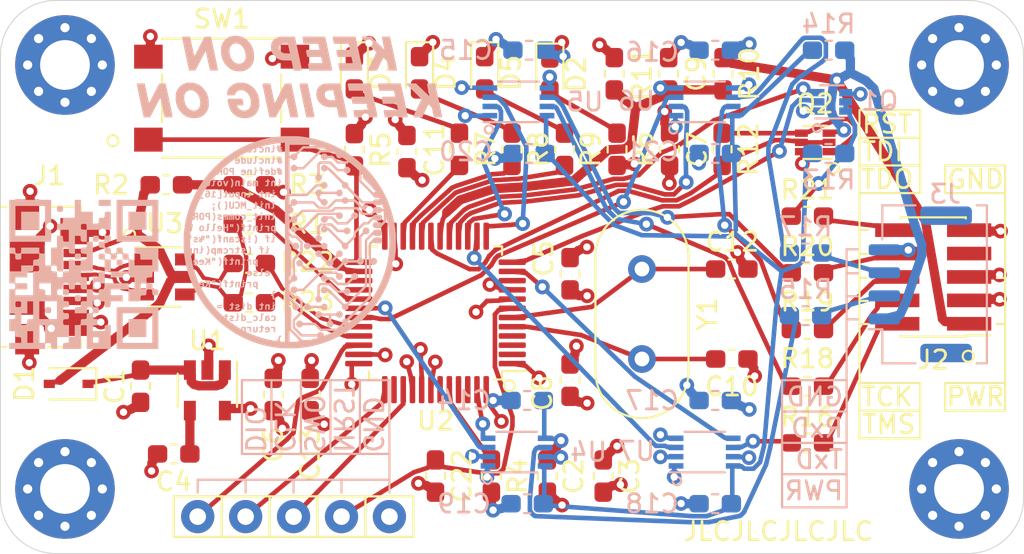
<source format=kicad_pcb>
(kicad_pcb (version 20171130) (host pcbnew "(5.1.6)-1")
  (layers (0 F.signal signal hide) (1 GND power hide) (2 PWR power hide) (31 B.signal signal) (34 B.Paste user hide) (35 F.Paste user hide) (36 B.SilkS user) (37 F.SilkS user) (38 B.Mask user hide) (39 F.Mask user hide) (44 Edge.Cuts user))
  (net 0 "")
  (net 1 "Net-(C1-Pad1)")
  (net 2 "Net-(C4-Pad1)")
  (net 3 T_PWR)
  (net 4 HSE_IN)
  (net 5 HSE_OUT)
  (net 6 xTPWR)
  (net 7 NRST)
  (net 8 +5V)
  (net 9 "Net-(D2-Pad2)")
  (net 10 "Net-(D3-Pad2)")
  (net 11 "Net-(D4-Pad2)")
  (net 12 "Net-(D5-Pad2)")
  (net 13 D+)
  (net 14 D-)
  (net 15 /RST)
  (net 16 /TDI)
  (net 17 /TDO)
  (net 18 /TCK)
  (net 19 /TMS)
  (net 20 TPWR)
  (net 21 /RXD)
  (net 22 /TXD)
  (net 23 TRACE_SWO)
  (net 24 SWCLK)
  (net 25 SWDIO)
  (net 26 xRST)
  (net 27 iRST)
  (net 28 iRST_SENCE)
  (net 29 PWR_BR)
  (net 30 "Net-(Q2-Pad1)")
  (net 31 USB_D+)
  (net 32 USB_REN)
  (net 33 VBUS)
  (net 34 BOOT0)
  (net 35 BTN)
  (net 36 LED3)
  (net 37 LED2)
  (net 38 LED1)
  (net 39 xTXD)
  (net 40 xTMS)
  (net 41 xRXD)
  (net 42 xTCK)
  (net 43 xTDO)
  (net 44 xTDI)
  (net 45 USB_D-)
  (net 46 iRXD)
  (net 47 iTXD)
  (net 48 iTDO)
  (net 49 iTCK)
  (net 50 iTMS)
  (net 51 iTDI)
  (net 52 iTMS_DIR)
  (net 53 +3V3)
  (net 54 GND)
  (net 55 /USB+)
  (net 56 /USB-)
  (module custom_logos:keep_on (layer B.signal) (at 142.7 106.6 180)
    (fp_text reference LOGO2 hide)
    (fp_text value Fiducial hide)
  )
  (module custom_logos:black_magic (layer B.signal) (at 131.5 110.88559 180)
    (fp_text reference LOGO1 hide)
    (fp_text value Fiducial hide)
  )
  (module MountingHole:MountingHole_2.7mm_M2.5_Pad_Via (layer F.signal) (at 130.5 122.5)
    (fp_text reference H4 hide)
    (fp_text value MountingHole)
    (pad 1 thru_hole circle (at 1.431891 -1.431891) (size 0.8 0.8) (drill 0.5) (layers *.Cu *.Mask))
    (pad 1 thru_hole circle (at 0 -2.025) (size 0.8 0.8) (drill 0.5) (layers *.Cu *.Mask))
    (pad 1 thru_hole circle (at -1.431891 -1.431891) (size 0.8 0.8) (drill 0.5) (layers *.Cu *.Mask))
    (pad 1 thru_hole circle (at -2.025 0) (size 0.8 0.8) (drill 0.5) (layers *.Cu *.Mask))
    (pad 1 thru_hole circle (at -1.431891 1.431891) (size 0.8 0.8) (drill 0.5) (layers *.Cu *.Mask))
    (pad 1 thru_hole circle (at 0 2.025) (size 0.8 0.8) (drill 0.5) (layers *.Cu *.Mask))
    (pad 1 thru_hole circle (at 1.431891 1.431891) (size 0.8 0.8) (drill 0.5) (layers *.Cu *.Mask))
    (pad 1 thru_hole circle (at 2.025 0) (size 0.8 0.8) (drill 0.5) (layers *.Cu *.Mask))
    (pad 1 thru_hole circle (at 0 0) (size 5.4 5.4) (drill 2.7) (layers *.Cu *.Mask))
  )
  (module MountingHole:MountingHole_2.7mm_M2.5_Pad_Via (layer F.signal) (at 130.5 99.5)
    (fp_text reference H3 hide)
    (fp_text value MountingHole)
    (pad 1 thru_hole circle (at 1.431891 -1.431891) (size 0.8 0.8) (drill 0.5) (layers *.Cu *.Mask))
    (pad 1 thru_hole circle (at 0 -2.025) (size 0.8 0.8) (drill 0.5) (layers *.Cu *.Mask))
    (pad 1 thru_hole circle (at -1.431891 -1.431891) (size 0.8 0.8) (drill 0.5) (layers *.Cu *.Mask))
    (pad 1 thru_hole circle (at -2.025 0) (size 0.8 0.8) (drill 0.5) (layers *.Cu *.Mask))
    (pad 1 thru_hole circle (at -1.431891 1.431891) (size 0.8 0.8) (drill 0.5) (layers *.Cu *.Mask))
    (pad 1 thru_hole circle (at 0 2.025) (size 0.8 0.8) (drill 0.5) (layers *.Cu *.Mask))
    (pad 1 thru_hole circle (at 1.431891 1.431891) (size 0.8 0.8) (drill 0.5) (layers *.Cu *.Mask))
    (pad 1 thru_hole circle (at 2.025 0) (size 0.8 0.8) (drill 0.5) (layers *.Cu *.Mask))
    (pad 1 thru_hole circle (at 0 0) (size 5.4 5.4) (drill 2.7) (layers *.Cu *.Mask))
  )
  (module MountingHole:MountingHole_2.7mm_M2.5_Pad_Via (layer F.signal) (at 179 122.5)
    (fp_text reference H2 hide)
    (fp_text value MountingHole)
    (pad 1 thru_hole circle (at 1.431891 -1.431891) (size 0.8 0.8) (drill 0.5) (layers *.Cu *.Mask))
    (pad 1 thru_hole circle (at 0 -2.025) (size 0.8 0.8) (drill 0.5) (layers *.Cu *.Mask))
    (pad 1 thru_hole circle (at -1.431891 -1.431891) (size 0.8 0.8) (drill 0.5) (layers *.Cu *.Mask))
    (pad 1 thru_hole circle (at -2.025 0) (size 0.8 0.8) (drill 0.5) (layers *.Cu *.Mask))
    (pad 1 thru_hole circle (at -1.431891 1.431891) (size 0.8 0.8) (drill 0.5) (layers *.Cu *.Mask))
    (pad 1 thru_hole circle (at 0 2.025) (size 0.8 0.8) (drill 0.5) (layers *.Cu *.Mask))
    (pad 1 thru_hole circle (at 1.431891 1.431891) (size 0.8 0.8) (drill 0.5) (layers *.Cu *.Mask))
    (pad 1 thru_hole circle (at 2.025 0) (size 0.8 0.8) (drill 0.5) (layers *.Cu *.Mask))
    (pad 1 thru_hole circle (at 0 0) (size 5.4 5.4) (drill 2.7) (layers *.Cu *.Mask))
  )
  (module MountingHole:MountingHole_2.7mm_M2.5_Pad_Via (layer F.signal) (at 179 99.5)
    (fp_text reference H1 hide)
    (fp_text value MountingHole)
    (pad 1 thru_hole circle (at 1.431891 -1.431891) (size 0.8 0.8) (drill 0.5) (layers *.Cu *.Mask))
    (pad 1 thru_hole circle (at 0 -2.025) (size 0.8 0.8) (drill 0.5) (layers *.Cu *.Mask))
    (pad 1 thru_hole circle (at -1.431891 -1.431891) (size 0.8 0.8) (drill 0.5) (layers *.Cu *.Mask))
    (pad 1 thru_hole circle (at -2.025 0) (size 0.8 0.8) (drill 0.5) (layers *.Cu *.Mask))
    (pad 1 thru_hole circle (at -1.431891 1.431891) (size 0.8 0.8) (drill 0.5) (layers *.Cu *.Mask))
    (pad 1 thru_hole circle (at 0 2.025) (size 0.8 0.8) (drill 0.5) (layers *.Cu *.Mask))
    (pad 1 thru_hole circle (at 1.431891 1.431891) (size 0.8 0.8) (drill 0.5) (layers *.Cu *.Mask))
    (pad 1 thru_hole circle (at 2.025 0) (size 0.8 0.8) (drill 0.5) (layers *.Cu *.Mask))
    (pad 1 thru_hole circle (at 0 0) (size 5.4 5.4) (drill 2.7) (layers *.Cu *.Mask))
  )
  (module Resistor_SMD:R_0603_1608Metric_Pad1.05x0.95mm_HandSolder (layer F.signal) (at 140.5 112.4 180)
    (fp_text reference R23 (at -3.15 0.0675) (layer F.SilkS))
    (fp_text value 22)
    (pad 2 smd roundrect (at 0.875 0 180) (size 1.05 0.95) (layers F.signal F.Paste F.Mask) (net 55 /USB+))
    (pad 1 smd roundrect (at -0.875 0 180) (size 1.05 0.95) (layers F.signal F.Paste F.Mask) (net 31 USB_D+))
  )
  (module Resistor_SMD:R_0603_1608Metric_Pad1.05x0.95mm_HandSolder (layer F.signal) (at 140.5 110.267)
    (fp_text reference R22 (at 3.15 -0.0675) (layer F.SilkS))
    (fp_text value 22)
    (pad 2 smd roundrect (at 0.875 0) (size 1.05 0.95) (layers F.signal F.Paste F.Mask) (net 45 USB_D-))
    (pad 1 smd roundrect (at -0.875 0) (size 1.05 0.95) (layers F.signal F.Paste F.Mask) (net 56 /USB-))
  )
  (module Connector_Molex:Molex_CLIK-Mate_502382-0470_1x04-1MP_P1.25mm_Vertical (layer B.signal) (at 176.9 111.4 90)
    (fp_text reference J3 (at 4.9 1.35) (layer B.SilkS) (effects (justify mirror)))
    (fp_text value Conn_01x04)
    (pad MP smd roundrect (at 3.725 1.4 90) (size 1 2.8) (layers B.signal B.Paste B.Mask))
    (pad MP smd roundrect (at -3.725 1.4 90) (size 1 2.8) (layers B.signal B.Paste B.Mask))
    (pad 4 smd roundrect (at 1.875 -1.95 90) (size 0.6 1.7) (layers B.signal B.Paste B.Mask) (net 54 GND))
    (pad 3 smd roundrect (at 0.625 -1.95 90) (size 0.6 1.7) (layers B.signal B.Paste B.Mask) (net 21 /RXD))
    (pad 2 smd roundrect (at -0.625 -1.95 90) (size 0.6 1.7) (layers B.signal B.Paste B.Mask) (net 22 /TXD))
    (pad 1 smd roundrect (at -1.875 -1.95 90) (size 0.6 1.7) (layers B.signal B.Paste B.Mask) (net 20 TPWR))
  )
  (module Connector_PinHeader_1.27mm:PinHeader_2x05_P1.27mm_Vertical_SMD (layer F.signal) (at 177.6 111 180)
    (fp_text reference J2 (at 0 -4.5) (layer F.SilkS))
    (fp_text value JTAG-10)
    (pad 10 smd rect (at 1.95 2.54 180) (size 2.4 0.74) (layers F.signal F.Paste F.Mask) (net 15 /RST))
    (pad 9 smd rect (at -1.95 2.54 180) (size 2.4 0.74) (layers F.signal F.Paste F.Mask) (net 54 GND))
    (pad 8 smd rect (at 1.95 1.27 180) (size 2.4 0.74) (layers F.signal F.Paste F.Mask) (net 16 /TDI))
    (pad 7 smd rect (at -1.95 1.27 180) (size 2.4 0.74) (layers F.signal F.Paste F.Mask))
    (pad 6 smd rect (at 1.95 0 180) (size 2.4 0.74) (layers F.signal F.Paste F.Mask) (net 17 /TDO))
    (pad 5 smd rect (at -1.95 0 180) (size 2.4 0.74) (layers F.signal F.Paste F.Mask) (net 54 GND))
    (pad 4 smd rect (at 1.95 -1.27 180) (size 2.4 0.74) (layers F.signal F.Paste F.Mask) (net 18 /TCK))
    (pad 3 smd rect (at -1.95 -1.27 180) (size 2.4 0.74) (layers F.signal F.Paste F.Mask) (net 54 GND))
    (pad 2 smd rect (at 1.95 -2.54 180) (size 2.4 0.74) (layers F.signal F.Paste F.Mask) (net 19 /TMS))
    (pad 1 smd rect (at -1.95 -2.54 180) (size 2.4 0.74) (layers F.signal F.Paste F.Mask) (net 20 TPWR))
  )
  (module Crystal:Crystal_HC49-U_Vertical (layer F.signal) (at 161.8 115.45 90)
    (fp_text reference Y1 (at 2.45 3.55 90) (layer F.SilkS))
    (fp_text value 8MHz)
    (pad 1 thru_hole circle (at 0 0 90) (size 1.5 1.5) (drill 0.8) (layers *.Cu *.Mask) (net 4 HSE_IN))
    (pad 2 thru_hole circle (at 4.88 0 90) (size 1.5 1.5) (drill 0.8) (layers *.Cu *.Mask) (net 5 HSE_OUT))
  )
  (module Package_SO:VSSOP-8_2.3x2mm_P0.5mm (layer B.signal) (at 165.2 120.5)
    (fp_text reference U7 (at -3.7 -0.05) (layer B.SilkS) (effects (justify mirror)))
    (fp_text value 74LVC2T45DC)
    (pad 8 smd rect (at 1.55 0.75 90) (size 0.3 0.8) (layers B.signal B.Paste B.Mask) (net 6 xTPWR))
    (pad 7 smd rect (at 1.55 0.25 90) (size 0.3 0.8) (layers B.signal B.Paste B.Mask) (net 54 GND))
    (pad 6 smd rect (at 1.55 -0.25 90) (size 0.3 0.8) (layers B.signal B.Paste B.Mask) (net 40 xTMS))
    (pad 5 smd rect (at 1.55 -0.75 90) (size 0.3 0.8) (layers B.signal B.Paste B.Mask) (net 52 iTMS_DIR))
    (pad 4 smd rect (at -1.55 -0.75 90) (size 0.3 0.8) (layers B.signal B.Paste B.Mask) (net 54 GND))
    (pad 3 smd rect (at -1.55 -0.25 90) (size 0.3 0.8) (layers B.signal B.Paste B.Mask) (net 50 iTMS))
    (pad 2 smd rect (at -1.55 0.25 90) (size 0.3 0.8) (layers B.signal B.Paste B.Mask) (net 54 GND))
    (pad 1 smd rect (at -1.55 0.75 90) (size 0.3 0.8) (layers B.signal B.Paste B.Mask) (net 53 +3V3))
  )
  (module Package_SO:VSSOP-8_2.3x2mm_P0.5mm (layer B.signal) (at 165.2 101.5)
    (fp_text reference U6 (at -3.7 -0.05) (layer B.SilkS) (effects (justify mirror)))
    (fp_text value 74LVC2T45DC)
    (pad 8 smd rect (at 1.55 0.75 90) (size 0.3 0.8) (layers B.signal B.Paste B.Mask) (net 6 xTPWR))
    (pad 7 smd rect (at 1.55 0.25 90) (size 0.3 0.8) (layers B.signal B.Paste B.Mask) (net 43 xTDO))
    (pad 6 smd rect (at 1.55 -0.25 90) (size 0.3 0.8) (layers B.signal B.Paste B.Mask) (net 41 xRXD))
    (pad 5 smd rect (at 1.55 -0.75 90) (size 0.3 0.8) (layers B.signal B.Paste B.Mask) (net 54 GND))
    (pad 4 smd rect (at -1.55 -0.75 90) (size 0.3 0.8) (layers B.signal B.Paste B.Mask) (net 54 GND))
    (pad 3 smd rect (at -1.55 -0.25 90) (size 0.3 0.8) (layers B.signal B.Paste B.Mask) (net 46 iRXD))
    (pad 2 smd rect (at -1.55 0.25 90) (size 0.3 0.8) (layers B.signal B.Paste B.Mask) (net 48 iTDO))
    (pad 1 smd rect (at -1.55 0.75 90) (size 0.3 0.8) (layers B.signal B.Paste B.Mask) (net 53 +3V3))
  )
  (module Package_SO:VSSOP-8_2.3x2mm_P0.5mm (layer B.signal) (at 155.1 101.5)
    (fp_text reference U5 (at 3.6 0) (layer B.SilkS) (effects (justify mirror)))
    (fp_text value 74LVC2T45DC)
    (pad 8 smd rect (at 1.55 0.75 90) (size 0.3 0.8) (layers B.signal B.Paste B.Mask) (net 6 xTPWR))
    (pad 7 smd rect (at 1.55 0.25 90) (size 0.3 0.8) (layers B.signal B.Paste B.Mask) (net 42 xTCK))
    (pad 6 smd rect (at 1.55 -0.25 90) (size 0.3 0.8) (layers B.signal B.Paste B.Mask) (net 44 xTDI))
    (pad 5 smd rect (at 1.55 -0.75 90) (size 0.3 0.8) (layers B.signal B.Paste B.Mask) (net 53 +3V3))
    (pad 4 smd rect (at -1.55 -0.75 90) (size 0.3 0.8) (layers B.signal B.Paste B.Mask) (net 54 GND))
    (pad 3 smd rect (at -1.55 -0.25 90) (size 0.3 0.8) (layers B.signal B.Paste B.Mask) (net 51 iTDI))
    (pad 2 smd rect (at -1.55 0.25 90) (size 0.3 0.8) (layers B.signal B.Paste B.Mask) (net 49 iTCK))
    (pad 1 smd rect (at -1.55 0.75 90) (size 0.3 0.8) (layers B.signal B.Paste B.Mask) (net 53 +3V3))
  )
  (module Package_SO:VSSOP-8_2.3x2mm_P0.5mm (layer B.signal) (at 155 120.5)
    (fp_text reference U4 (at 3.9 0) (layer B.SilkS) (effects (justify mirror)))
    (fp_text value 74LVC2T45DC)
    (pad 8 smd rect (at 1.55 0.75 90) (size 0.3 0.8) (layers B.signal B.Paste B.Mask) (net 6 xTPWR))
    (pad 7 smd rect (at 1.55 0.25 90) (size 0.3 0.8) (layers B.signal B.Paste B.Mask) (net 54 GND))
    (pad 6 smd rect (at 1.55 -0.25 90) (size 0.3 0.8) (layers B.signal B.Paste B.Mask) (net 39 xTXD))
    (pad 5 smd rect (at 1.55 -0.75 90) (size 0.3 0.8) (layers B.signal B.Paste B.Mask) (net 53 +3V3))
    (pad 4 smd rect (at -1.55 -0.75 90) (size 0.3 0.8) (layers B.signal B.Paste B.Mask) (net 54 GND))
    (pad 3 smd rect (at -1.55 -0.25 90) (size 0.3 0.8) (layers B.signal B.Paste B.Mask) (net 47 iTXD))
    (pad 2 smd rect (at -1.55 0.25 90) (size 0.3 0.8) (layers B.signal B.Paste B.Mask) (net 54 GND))
    (pad 1 smd rect (at -1.55 0.75 90) (size 0.3 0.8) (layers B.signal B.Paste B.Mask) (net 53 +3V3))
  )
  (module Package_TO_SOT_SMD:SOT-23-6 (layer F.signal) (at 135.9 111)
    (fp_text reference U3 (at 0 -2.9) (layer F.SilkS))
    (fp_text value USBLC6-2SC6)
    (pad 5 smd rect (at 1.1 0) (size 1.06 0.65) (layers F.signal F.Paste F.Mask) (net 8 +5V))
    (pad 6 smd rect (at 1.1 -0.95) (size 1.06 0.65) (layers F.signal F.Paste F.Mask) (net 56 /USB-))
    (pad 4 smd rect (at 1.1 0.95) (size 1.06 0.65) (layers F.signal F.Paste F.Mask) (net 55 /USB+))
    (pad 3 smd rect (at -1.1 0.95) (size 1.06 0.65) (layers F.signal F.Paste F.Mask) (net 13 D+))
    (pad 2 smd rect (at -1.1 0) (size 1.06 0.65) (layers F.signal F.Paste F.Mask) (net 54 GND))
    (pad 1 smd rect (at -1.1 -0.95) (size 1.06 0.65) (layers F.signal F.Paste F.Mask) (net 14 D-))
  )
  (module Package_QFP:LQFP-48_7x7mm_P0.5mm (layer F.signal) (at 150.6 112.95 180)
    (fp_text reference U2 (at 0 -5.85) (layer F.SilkS))
    (fp_text value STM32F103CBTx)
    (pad 48 smd roundrect (at -2.75 -4.1625 180) (size 0.3 1.475) (layers F.signal F.Paste F.Mask) (net 53 +3V3))
    (pad 47 smd roundrect (at -2.25 -4.1625 180) (size 0.3 1.475) (layers F.signal F.Paste F.Mask) (net 54 GND))
    (pad 46 smd roundrect (at -1.75 -4.1625 180) (size 0.3 1.475) (layers F.signal F.Paste F.Mask))
    (pad 45 smd roundrect (at -1.25 -4.1625 180) (size 0.3 1.475) (layers F.signal F.Paste F.Mask))
    (pad 44 smd roundrect (at -0.75 -4.1625 180) (size 0.3 1.475) (layers F.signal F.Paste F.Mask) (net 34 BOOT0))
    (pad 43 smd roundrect (at -0.25 -4.1625 180) (size 0.3 1.475) (layers F.signal F.Paste F.Mask))
    (pad 42 smd roundrect (at 0.25 -4.1625 180) (size 0.3 1.475) (layers F.signal F.Paste F.Mask) (net 53 +3V3))
    (pad 41 smd roundrect (at 0.75 -4.1625 180) (size 0.3 1.475) (layers F.signal F.Paste F.Mask) (net 53 +3V3))
    (pad 40 smd roundrect (at 1.25 -4.1625 180) (size 0.3 1.475) (layers F.signal F.Paste F.Mask) (net 53 +3V3))
    (pad 39 smd roundrect (at 1.75 -4.1625 180) (size 0.3 1.475) (layers F.signal F.Paste F.Mask) (net 23 TRACE_SWO))
    (pad 38 smd roundrect (at 2.25 -4.1625 180) (size 0.3 1.475) (layers F.signal F.Paste F.Mask))
    (pad 37 smd roundrect (at 2.75 -4.1625 180) (size 0.3 1.475) (layers F.signal F.Paste F.Mask) (net 24 SWCLK))
    (pad 36 smd roundrect (at 4.1625 -2.75 180) (size 1.475 0.3) (layers F.signal F.Paste F.Mask) (net 53 +3V3))
    (pad 35 smd roundrect (at 4.1625 -2.25 180) (size 1.475 0.3) (layers F.signal F.Paste F.Mask) (net 54 GND))
    (pad 34 smd roundrect (at 4.1625 -1.75 180) (size 1.475 0.3) (layers F.signal F.Paste F.Mask) (net 25 SWDIO))
    (pad 33 smd roundrect (at 4.1625 -1.25 180) (size 1.475 0.3) (layers F.signal F.Paste F.Mask) (net 31 USB_D+))
    (pad 32 smd roundrect (at 4.1625 -0.75 180) (size 1.475 0.3) (layers F.signal F.Paste F.Mask) (net 45 USB_D-))
    (pad 31 smd roundrect (at 4.1625 -0.25 180) (size 1.475 0.3) (layers F.signal F.Paste F.Mask) (net 46 iRXD))
    (pad 30 smd roundrect (at 4.1625 0.25 180) (size 1.475 0.3) (layers F.signal F.Paste F.Mask) (net 47 iTXD))
    (pad 29 smd roundrect (at 4.1625 0.75 180) (size 1.475 0.3) (layers F.signal F.Paste F.Mask) (net 32 USB_REN))
    (pad 28 smd roundrect (at 4.1625 1.25 180) (size 1.475 0.3) (layers F.signal F.Paste F.Mask))
    (pad 27 smd roundrect (at 4.1625 1.75 180) (size 1.475 0.3) (layers F.signal F.Paste F.Mask))
    (pad 26 smd roundrect (at 4.1625 2.25 180) (size 1.475 0.3) (layers F.signal F.Paste F.Mask) (net 33 VBUS))
    (pad 25 smd roundrect (at 4.1625 2.75 180) (size 1.475 0.3) (layers F.signal F.Paste F.Mask) (net 35 BTN))
    (pad 24 smd roundrect (at 2.75 4.1625 180) (size 0.3 1.475) (layers F.signal F.Paste F.Mask) (net 53 +3V3))
    (pad 23 smd roundrect (at 2.25 4.1625 180) (size 0.3 1.475) (layers F.signal F.Paste F.Mask) (net 54 GND))
    (pad 22 smd roundrect (at 1.75 4.1625 180) (size 0.3 1.475) (layers F.signal F.Paste F.Mask) (net 36 LED3))
    (pad 21 smd roundrect (at 1.25 4.1625 180) (size 0.3 1.475) (layers F.signal F.Paste F.Mask) (net 37 LED2))
    (pad 20 smd roundrect (at 0.75 4.1625 180) (size 0.3 1.475) (layers F.signal F.Paste F.Mask) (net 38 LED1))
    (pad 19 smd roundrect (at 0.25 4.1625 180) (size 0.3 1.475) (layers F.signal F.Paste F.Mask) (net 29 PWR_BR))
    (pad 18 smd roundrect (at -0.25 4.1625 180) (size 0.3 1.475) (layers F.signal F.Paste F.Mask) (net 3 T_PWR))
    (pad 17 smd roundrect (at -0.75 4.1625 180) (size 0.3 1.475) (layers F.signal F.Paste F.Mask) (net 28 iRST_SENCE))
    (pad 16 smd roundrect (at -1.25 4.1625 180) (size 0.3 1.475) (layers F.signal F.Paste F.Mask) (net 48 iTDO))
    (pad 15 smd roundrect (at -1.75 4.1625 180) (size 0.3 1.475) (layers F.signal F.Paste F.Mask) (net 49 iTCK))
    (pad 14 smd roundrect (at -2.25 4.1625 180) (size 0.3 1.475) (layers F.signal F.Paste F.Mask) (net 50 iTMS))
    (pad 13 smd roundrect (at -2.75 4.1625 180) (size 0.3 1.475) (layers F.signal F.Paste F.Mask) (net 51 iTDI))
    (pad 12 smd roundrect (at -4.1625 2.75 180) (size 1.475 0.3) (layers F.signal F.Paste F.Mask) (net 27 iRST))
    (pad 11 smd roundrect (at -4.1625 2.25 180) (size 1.475 0.3) (layers F.signal F.Paste F.Mask) (net 52 iTMS_DIR))
    (pad 10 smd roundrect (at -4.1625 1.75 180) (size 1.475 0.3) (layers F.signal F.Paste F.Mask))
    (pad 9 smd roundrect (at -4.1625 1.25 180) (size 1.475 0.3) (layers F.signal F.Paste F.Mask) (net 53 +3V3))
    (pad 8 smd roundrect (at -4.1625 0.75 180) (size 1.475 0.3) (layers F.signal F.Paste F.Mask) (net 54 GND))
    (pad 7 smd roundrect (at -4.1625 0.25 180) (size 1.475 0.3) (layers F.signal F.Paste F.Mask) (net 7 NRST))
    (pad 6 smd roundrect (at -4.1625 -0.25 180) (size 1.475 0.3) (layers F.signal F.Paste F.Mask) (net 5 HSE_OUT))
    (pad 5 smd roundrect (at -4.1625 -0.75 180) (size 1.475 0.3) (layers F.signal F.Paste F.Mask) (net 4 HSE_IN))
    (pad 4 smd roundrect (at -4.1625 -1.25 180) (size 1.475 0.3) (layers F.signal F.Paste F.Mask))
    (pad 3 smd roundrect (at -4.1625 -1.75 180) (size 1.475 0.3) (layers F.signal F.Paste F.Mask))
    (pad 2 smd roundrect (at -4.1625 -2.25 180) (size 1.475 0.3) (layers F.signal F.Paste F.Mask))
    (pad 1 smd roundrect (at -4.1625 -2.75 180) (size 1.475 0.3) (layers F.signal F.Paste F.Mask) (net 53 +3V3))
  )
  (module Package_TO_SOT_SMD:SOT-23-5 (layer F.signal) (at 138.225 117.15 270)
    (fp_text reference U1 (at -2.7 0 180) (layer F.SilkS))
    (fp_text value LP2985-3.3)
    (pad 5 smd rect (at 1.1 -0.95 270) (size 1.06 0.65) (layers F.signal F.Paste F.Mask) (net 53 +3V3))
    (pad 4 smd rect (at 1.1 0.95 270) (size 1.06 0.65) (layers F.signal F.Paste F.Mask) (net 2 "Net-(C4-Pad1)"))
    (pad 3 smd rect (at -1.1 0.95 270) (size 1.06 0.65) (layers F.signal F.Paste F.Mask) (net 1 "Net-(C1-Pad1)"))
    (pad 2 smd rect (at -1.1 0 270) (size 1.06 0.65) (layers F.signal F.Paste F.Mask) (net 54 GND))
    (pad 1 smd rect (at -1.1 -0.95 270) (size 1.06 0.65) (layers F.signal F.Paste F.Mask) (net 1 "Net-(C1-Pad1)"))
  )
  (module Button_Switch_SMD:SW_Push_1P1T_NO_6x6mm_H9.5mm (layer F.signal) (at 139 101.3 180)
    (fp_text reference SW1 (at 0 4.3) (layer F.SilkS))
    (fp_text value SW_Push)
    (pad 2 smd rect (at 3.975 2.25 180) (size 1.55 1.3) (layers F.signal F.Paste F.Mask) (net 54 GND))
    (pad 1 smd rect (at 3.975 -2.25 180) (size 1.55 1.3) (layers F.signal F.Paste F.Mask) (net 35 BTN))
    (pad 1 smd rect (at -3.975 -2.25 180) (size 1.55 1.3) (layers F.signal F.Paste F.Mask) (net 35 BTN))
    (pad 2 smd rect (at -3.975 2.25 180) (size 1.55 1.3) (layers F.signal F.Paste F.Mask) (net 54 GND))
  )
  (module Resistor_SMD:R_0603_1608Metric_Pad1.05x0.95mm_HandSolder (layer F.signal) (at 170.775 107.7)
    (fp_text reference R21 (at 0 -1.43) (layer F.SilkS))
    (fp_text value 100)
    (pad 2 smd roundrect (at 0.875 0) (size 1.05 0.95) (layers F.signal F.Paste F.Mask) (net 15 /RST))
    (pad 1 smd roundrect (at -0.875 0) (size 1.05 0.95) (layers F.signal F.Paste F.Mask) (net 26 xRST))
  )
  (module Resistor_SMD:R_0603_1608Metric_Pad1.05x0.95mm_HandSolder (layer F.signal) (at 170.775 110.775)
    (fp_text reference R20 (at 0 -1.43) (layer F.SilkS))
    (fp_text value 100)
    (pad 2 smd roundrect (at 0.875 0) (size 1.05 0.95) (layers F.signal F.Paste F.Mask) (net 16 /TDI))
    (pad 1 smd roundrect (at -0.875 0) (size 1.05 0.95) (layers F.signal F.Paste F.Mask) (net 44 xTDI))
  )
  (module Resistor_SMD:R_0603_1608Metric_Pad1.05x0.95mm_HandSolder (layer F.signal) (at 170.775 113.85 180)
    (fp_text reference R19 (at 0 1.5) (layer F.SilkS))
    (fp_text value 100)
    (pad 2 smd roundrect (at 0.875 0 180) (size 1.05 0.95) (layers F.signal F.Paste F.Mask) (net 43 xTDO))
    (pad 1 smd roundrect (at -0.875 0 180) (size 1.05 0.95) (layers F.signal F.Paste F.Mask) (net 17 /TDO))
  )
  (module Resistor_SMD:R_0603_1608Metric_Pad1.05x0.95mm_HandSolder (layer F.signal) (at 170.775 116.925 180)
    (fp_text reference R18 (at 0 1.5) (layer F.SilkS))
    (fp_text value 100)
    (pad 2 smd roundrect (at 0.875 0 180) (size 1.05 0.95) (layers F.signal F.Paste F.Mask) (net 42 xTCK))
    (pad 1 smd roundrect (at -0.875 0 180) (size 1.05 0.95) (layers F.signal F.Paste F.Mask) (net 18 /TCK))
  )
  (module Resistor_SMD:R_0603_1608Metric_Pad1.05x0.95mm_HandSolder (layer B.signal) (at 170.675 109.7 180)
    (fp_text reference R17 (at 0 1.43) (layer B.SilkS) (effects (justify mirror)))
    (fp_text value 100)
    (pad 2 smd roundrect (at 0.875 0 180) (size 1.05 0.95) (layers B.signal B.Paste B.Mask) (net 41 xRXD))
    (pad 1 smd roundrect (at -0.875 0 180) (size 1.05 0.95) (layers B.signal B.Paste B.Mask) (net 21 /RXD))
  )
  (module Resistor_SMD:R_0603_1608Metric_Pad1.05x0.95mm_HandSolder (layer F.signal) (at 170.775 120 180)
    (fp_text reference R16 (at 0 1.4) (layer F.SilkS))
    (fp_text value 100)
    (pad 2 smd roundrect (at 0.875 0 180) (size 1.05 0.95) (layers F.signal F.Paste F.Mask) (net 40 xTMS))
    (pad 1 smd roundrect (at -0.875 0 180) (size 1.05 0.95) (layers F.signal F.Paste F.Mask) (net 19 /TMS))
  )
  (module Resistor_SMD:R_0603_1608Metric_Pad1.05x0.95mm_HandSolder (layer B.signal) (at 170.675 113.1 180)
    (fp_text reference R15 (at 0 1.43) (layer B.SilkS) (effects (justify mirror)))
    (fp_text value 100)
    (pad 2 smd roundrect (at 0.875 0 180) (size 1.05 0.95) (layers B.signal B.Paste B.Mask) (net 39 xTXD))
    (pad 1 smd roundrect (at -0.875 0 180) (size 1.05 0.95) (layers B.signal B.Paste B.Mask) (net 22 /TXD))
  )
  (module Resistor_SMD:R_0603_1608Metric_Pad1.05x0.95mm_HandSolder (layer B.signal) (at 171.925 98.7 180)
    (fp_text reference R14 (at 0 1.43 180) (layer B.SilkS) (effects (justify mirror)))
    (fp_text value 100)
    (pad 2 smd roundrect (at 0.875 0 180) (size 1.05 0.95) (layers B.signal B.Paste B.Mask) (net 6 xTPWR))
    (pad 1 smd roundrect (at -0.875 0 180) (size 1.05 0.95) (layers B.signal B.Paste B.Mask) (net 20 TPWR))
  )
  (module Resistor_SMD:R_0603_1608Metric_Pad1.05x0.95mm_HandSolder (layer B.signal) (at 171.925 104.3)
    (fp_text reference R13 (at 0 1.43) (layer B.SilkS) (effects (justify mirror)))
    (fp_text value 10k)
    (pad 2 smd roundrect (at 0.875 0) (size 1.05 0.95) (layers B.signal B.Paste B.Mask) (net 26 xRST))
    (pad 1 smd roundrect (at -0.875 0) (size 1.05 0.95) (layers B.signal B.Paste B.Mask) (net 6 xTPWR))
  )
  (module Resistor_SMD:R_0603_1608Metric_Pad1.05x0.95mm_HandSolder (layer F.signal) (at 166.15 104.075 270)
    (fp_text reference R12 (at 0 -1.43 90) (layer F.SilkS))
    (fp_text value 10k)
    (pad 2 smd roundrect (at 0.875 0 270) (size 1.05 0.95) (layers F.signal F.Paste F.Mask) (net 29 PWR_BR))
    (pad 1 smd roundrect (at -0.875 0 270) (size 1.05 0.95) (layers F.signal F.Paste F.Mask) (net 30 "Net-(Q2-Pad1)"))
  )
  (module Resistor_SMD:R_0603_1608Metric_Pad1.05x0.95mm_HandSolder (layer F.signal) (at 160.3 99.9775 90)
    (fp_text reference R11 (at -0.0225 1.5 90) (layer F.SilkS))
    (fp_text value 10k)
    (pad 2 smd roundrect (at 0.875 0 90) (size 1.05 0.95) (layers F.signal F.Paste F.Mask) (net 54 GND))
    (pad 1 smd roundrect (at -0.875 0 90) (size 1.05 0.95) (layers F.signal F.Paste F.Mask) (net 3 T_PWR))
  )
  (module Resistor_SMD:R_0603_1608Metric_Pad1.05x0.95mm_HandSolder (layer F.signal) (at 166.2 99.9775 270)
    (fp_text reference R10 (at 0 -1.43 90) (layer F.SilkS))
    (fp_text value 4.7k)
    (pad 2 smd roundrect (at 0.875 0 270) (size 1.05 0.95) (layers F.signal F.Paste F.Mask) (net 3 T_PWR))
    (pad 1 smd roundrect (at -0.875 0 270) (size 1.05 0.95) (layers F.signal F.Paste F.Mask) (net 20 TPWR))
  )
  (module Resistor_SMD:R_0603_1608Metric_Pad1.05x0.95mm_HandSolder (layer F.signal) (at 157.6 104.075 270)
    (fp_text reference R9 (at 0 -1.43 90) (layer F.SilkS))
    (fp_text value 330)
    (pad 2 smd roundrect (at 0.875 0 270) (size 1.05 0.95) (layers F.signal F.Paste F.Mask) (net 38 LED1))
    (pad 1 smd roundrect (at -0.875 0 270) (size 1.05 0.95) (layers F.signal F.Paste F.Mask) (net 12 "Net-(D5-Pad2)"))
  )
  (module Resistor_SMD:R_0603_1608Metric_Pad1.05x0.95mm_HandSolder (layer F.signal) (at 154.75 104.075 270)
    (fp_text reference R8 (at 0 -1.43 90) (layer F.SilkS))
    (fp_text value 330)
    (pad 2 smd roundrect (at 0.875 0 270) (size 1.05 0.95) (layers F.signal F.Paste F.Mask) (net 37 LED2))
    (pad 1 smd roundrect (at -0.875 0 270) (size 1.05 0.95) (layers F.signal F.Paste F.Mask) (net 11 "Net-(D4-Pad2)"))
  )
  (module Resistor_SMD:R_0603_1608Metric_Pad1.05x0.95mm_HandSolder (layer F.signal) (at 151.9 104.075 270)
    (fp_text reference R7 (at 0 -1.43 90) (layer F.SilkS))
    (fp_text value 330)
    (pad 2 smd roundrect (at 0.875 0 270) (size 1.05 0.95) (layers F.signal F.Paste F.Mask) (net 36 LED3))
    (pad 1 smd roundrect (at -0.875 0 270) (size 1.05 0.95) (layers F.signal F.Paste F.Mask) (net 10 "Net-(D3-Pad2)"))
  )
  (module Resistor_SMD:R_0603_1608Metric_Pad1.05x0.95mm_HandSolder (layer F.signal) (at 160.45 104.075 270)
    (fp_text reference R6 (at 0 -1.43 90) (layer F.SilkS))
    (fp_text value 330)
    (pad 2 smd roundrect (at 0.875 0 270) (size 1.05 0.95) (layers F.signal F.Paste F.Mask) (net 53 +3V3))
    (pad 1 smd roundrect (at -0.875 0 270) (size 1.05 0.95) (layers F.signal F.Paste F.Mask) (net 9 "Net-(D2-Pad2)"))
  )
  (module Resistor_SMD:R_0603_1608Metric_Pad1.05x0.95mm_HandSolder (layer F.signal) (at 146.2 104.1 270)
    (fp_text reference R5 (at 0 -1.43 90) (layer F.SilkS))
    (fp_text value 10k)
    (pad 2 smd roundrect (at 0.875 0 270) (size 1.05 0.95) (layers F.signal F.Paste F.Mask) (net 35 BTN))
    (pad 1 smd roundrect (at -0.875 0 270) (size 1.05 0.95) (layers F.signal F.Paste F.Mask) (net 53 +3V3))
  )
  (module Resistor_SMD:R_0603_1608Metric_Pad1.05x0.95mm_HandSolder (layer F.signal) (at 153.633 121.8 270)
    (fp_text reference R4 (at 0 -1.43 90) (layer F.SilkS))
    (fp_text value 10k)
    (pad 2 smd roundrect (at 0.875 0 270) (size 1.05 0.95) (layers F.signal F.Paste F.Mask) (net 54 GND))
    (pad 1 smd roundrect (at -0.875 0 270) (size 1.05 0.95) (layers F.signal F.Paste F.Mask) (net 34 BOOT0))
  )
  (module Resistor_SMD:R_0603_1608Metric_Pad1.05x0.95mm_HandSolder (layer F.signal) (at 140.5 106)
    (fp_text reference R3 (at 3.15 0) (layer F.SilkS))
    (fp_text value 10k)
    (pad 2 smd roundrect (at 0.875 0) (size 1.05 0.95) (layers F.signal F.Paste F.Mask) (net 54 GND))
    (pad 1 smd roundrect (at -0.875 0) (size 1.05 0.95) (layers F.signal F.Paste F.Mask) (net 33 VBUS))
  )
  (module Resistor_SMD:R_0603_1608Metric_Pad1.05x0.95mm_HandSolder (layer F.signal) (at 136 106)
    (fp_text reference R2 (at -3 0) (layer F.SilkS))
    (fp_text value 4.7k)
    (pad 2 smd roundrect (at 0.875 0) (size 1.05 0.95) (layers F.signal F.Paste F.Mask) (net 33 VBUS))
    (pad 1 smd roundrect (at -0.875 0) (size 1.05 0.95) (layers F.signal F.Paste F.Mask) (net 8 +5V))
  )
  (module Resistor_SMD:R_0603_1608Metric_Pad1.05x0.95mm_HandSolder (layer F.signal) (at 140.5 108.133 180)
    (fp_text reference R1 (at -3.15 0) (layer F.SilkS))
    (fp_text value 1k5)
    (pad 2 smd roundrect (at 0.875 0 180) (size 1.05 0.95) (layers F.signal F.Paste F.Mask) (net 55 /USB+))
    (pad 1 smd roundrect (at -0.875 0 180) (size 1.05 0.95) (layers F.signal F.Paste F.Mask) (net 32 USB_REN))
  )
  (module Package_TO_SOT_SMD:SOT-563 (layer F.signal) (at 171.2 103.7 180)
    (fp_text reference Q2 (at 0 2.1 180) (layer F.SilkS))
    (fp_text value DMG1023UV)
    (pad 5 smd rect (at 0.75 0 180) (size 0.7 0.4) (layers F.signal F.Paste F.Mask) (net 29 PWR_BR))
    (pad 4 smd rect (at 0.75 0.5 180) (size 0.7 0.4) (layers F.signal F.Paste F.Mask) (net 30 "Net-(Q2-Pad1)"))
    (pad 2 smd rect (at -0.75 0 180) (size 0.7 0.4) (layers F.signal F.Paste F.Mask) (net 29 PWR_BR))
    (pad 6 smd rect (at 0.75 -0.5 180) (size 0.7 0.4) (layers F.signal F.Paste F.Mask) (net 53 +3V3))
    (pad 3 smd rect (at -0.75 0.5 180) (size 0.7 0.4) (layers F.signal F.Paste F.Mask) (net 20 TPWR))
    (pad 1 smd rect (at -0.75 -0.5 180) (size 0.7 0.4) (layers F.signal F.Paste F.Mask) (net 30 "Net-(Q2-Pad1)"))
  )
  (module Package_TO_SOT_SMD:SOT-563 (layer B.signal) (at 172.1 101.5)
    (fp_text reference Q1 (at 2.6 -0.05) (layer B.SilkS) (effects (justify mirror)))
    (fp_text value DMG1024UV)
    (pad 5 smd rect (at 0.75 0) (size 0.7 0.4) (layers B.signal B.Paste B.Mask) (net 26 xRST))
    (pad 4 smd rect (at 0.75 -0.5) (size 0.7 0.4) (layers B.signal B.Paste B.Mask) (net 54 GND))
    (pad 2 smd rect (at -0.75 0) (size 0.7 0.4) (layers B.signal B.Paste B.Mask) (net 27 iRST))
    (pad 6 smd rect (at 0.75 0.5) (size 0.7 0.4) (layers B.signal B.Paste B.Mask) (net 26 xRST))
    (pad 3 smd rect (at -0.75 -0.5) (size 0.7 0.4) (layers B.signal B.Paste B.Mask) (net 28 iRST_SENCE))
    (pad 1 smd rect (at -0.75 0.5) (size 0.7 0.4) (layers B.signal B.Paste B.Mask) (net 54 GND))
  )
  (module Connector_Pin:Pin_D0.9mm_L10.0mm_W2.4mm_FlatFork (layer F.signal) (at 148.1 124 180)
    (fp_text reference P18 hide)
    (fp_text value Conn_01x01)
    (pad 1 thru_hole circle (at 0 0 180) (size 1.8 1.8) (drill 0.9) (layers *.Cu *.Mask) (net 54 GND))
  )
  (module Connector_Pin:Pin_D0.9mm_L10.0mm_W2.4mm_FlatFork (layer F.signal) (at 137.7 124 180)
    (fp_text reference P17 hide)
    (fp_text value Conn_01x01)
    (pad 1 thru_hole circle (at 0 0 180) (size 1.8 1.8) (drill 0.9) (layers *.Cu *.Mask) (net 25 SWDIO))
  )
  (module Connector_Pin:Pin_D0.9mm_L10.0mm_W2.4mm_FlatFork (layer F.signal) (at 140.3 124 180)
    (fp_text reference P16 hide)
    (fp_text value Conn_01x01)
    (pad 1 thru_hole circle (at 0 0 180) (size 1.8 1.8) (drill 0.9) (layers *.Cu *.Mask) (net 24 SWCLK))
  )
  (module Connector_Pin:Pin_D0.9mm_L10.0mm_W2.4mm_FlatFork (layer F.signal) (at 142.9 124 180)
    (fp_text reference P15 hide)
    (fp_text value Conn_01x01)
    (pad 1 thru_hole circle (at 0 0 180) (size 1.8 1.8) (drill 0.9) (layers *.Cu *.Mask) (net 23 TRACE_SWO))
  )
  (module Connector_Pin:Pin_D0.9mm_L10.0mm_W2.4mm_FlatFork (layer F.signal) (at 145.5 124 180)
    (fp_text reference P14 hide)
    (fp_text value Conn_01x01)
    (pad 1 thru_hole circle (at 0 0 180) (size 1.8 1.8) (drill 0.9) (layers *.Cu *.Mask) (net 7 NRST))
  )
  (module Connector_USB:USB_Micro-B_Molex_47346-0001 (layer F.signal) (at 129.65 111 270)
    (fp_text reference J1 (at -5.5 0) (layer F.SilkS))
    (fp_text value USB_B_Micro)
    (pad 6 smd rect (at 1.55 1.2 270) (size 1 1.9) (layers F.signal F.Paste F.Mask) (net 54 GND))
    (pad 6 smd rect (at -1.15 1.2 270) (size 1.8 1.9) (layers F.signal F.Paste F.Mask) (net 54 GND))
    (pad 6 smd rect (at 3.375 1.2 270) (size 1.65 1.3) (layers F.signal F.Paste F.Mask) (net 54 GND))
    (pad 6 smd rect (at -3.375 1.2 270) (size 1.65 1.3) (layers F.signal F.Paste F.Mask) (net 54 GND))
    (pad 6 smd rect (at 2.4875 -1.375 270) (size 1.425 1.55) (layers F.signal F.Paste F.Mask) (net 54 GND))
    (pad 6 smd rect (at -2.4875 -1.375 270) (size 1.425 1.55) (layers F.signal F.Paste F.Mask) (net 54 GND))
    (pad 5 smd rect (at 1.3 -1.46 270) (size 0.45 1.38) (layers F.signal F.Paste F.Mask) (net 54 GND))
    (pad 4 smd rect (at 0.65 -1.46 270) (size 0.45 1.38) (layers F.signal F.Paste F.Mask) (net 54 GND))
    (pad 3 smd rect (at 0 -1.46 270) (size 0.45 1.38) (layers F.signal F.Paste F.Mask) (net 13 D+))
    (pad 2 smd rect (at -0.65 -1.46 270) (size 0.45 1.38) (layers F.signal F.Paste F.Mask) (net 14 D-))
    (pad 1 smd rect (at -1.3 -1.46 270) (size 0.45 1.38) (layers F.signal F.Paste F.Mask) (net 8 +5V))
  )
  (module LED_SMD:LED_0603_1608Metric_Pad1.05x0.95mm_HandSolder (layer F.signal) (at 153.27 99.925 270)
    (fp_text reference D5 (at 0 -1.43 90) (layer F.SilkS))
    (fp_text value YELLOW)
    (pad 2 smd roundrect (at 0.875 0 270) (size 1.05 0.95) (layers F.signal F.Paste F.Mask) (net 12 "Net-(D5-Pad2)"))
    (pad 1 smd roundrect (at -0.875 0 270) (size 1.05 0.95) (layers F.signal F.Paste F.Mask) (net 54 GND))
  )
  (module LED_SMD:LED_0603_1608Metric_Pad1.05x0.95mm_HandSolder (layer F.signal) (at 149.735 99.925 270)
    (fp_text reference D4 (at 0 -1.43 90) (layer F.SilkS))
    (fp_text value ORANGE)
    (pad 2 smd roundrect (at 0.875 0 270) (size 1.05 0.95) (layers F.signal F.Paste F.Mask) (net 11 "Net-(D4-Pad2)"))
    (pad 1 smd roundrect (at -0.875 0 270) (size 1.05 0.95) (layers F.signal F.Paste F.Mask) (net 54 GND))
  )
  (module LED_SMD:LED_0603_1608Metric_Pad1.05x0.95mm_HandSolder (layer F.signal) (at 146.2 99.925 270)
    (fp_text reference D3 (at 0 -1.43 90) (layer F.SilkS))
    (fp_text value RED)
    (pad 2 smd roundrect (at 0.875 0 270) (size 1.05 0.95) (layers F.signal F.Paste F.Mask) (net 10 "Net-(D3-Pad2)"))
    (pad 1 smd roundrect (at -0.875 0 270) (size 1.05 0.95) (layers F.signal F.Paste F.Mask) (net 54 GND))
  )
  (module LED_SMD:LED_0603_1608Metric_Pad1.05x0.95mm_HandSolder (layer F.signal) (at 156.805 100 270)
    (fp_text reference D2 (at 0 -1.43 90) (layer F.SilkS))
    (fp_text value GREEN)
    (pad 2 smd roundrect (at 0.875 0 270) (size 1.05 0.95) (layers F.signal F.Paste F.Mask) (net 9 "Net-(D2-Pad2)"))
    (pad 1 smd roundrect (at -0.875 0 270) (size 1.05 0.95) (layers F.signal F.Paste F.Mask) (net 54 GND))
  )
  (module Diode_SMD:D_SOD-323 (layer F.signal) (at 130.7 116.8 180)
    (fp_text reference D1 (at 2.4 0 90) (layer F.SilkS))
    (fp_text value BAT60A)
    (pad 2 smd rect (at 1.05 0 180) (size 0.6 0.45) (layers F.signal F.Paste F.Mask) (net 8 +5V))
    (pad 1 smd rect (at -1.05 0 180) (size 0.6 0.45) (layers F.signal F.Paste F.Mask) (net 1 "Net-(C1-Pad1)"))
  )
  (module Capacitor_SMD:C_0603_1608Metric_Pad1.05x0.95mm_HandSolder (layer F.signal) (at 150.6 121.8 270)
    (fp_text reference C22 (at 0 -1.43 90) (layer F.SilkS))
    (fp_text value 100nF)
    (pad 2 smd roundrect (at 0.875 0 270) (size 1.05 0.95) (layers F.signal F.Paste F.Mask) (net 54 GND))
    (pad 1 smd roundrect (at -0.875 0 270) (size 1.05 0.95) (layers F.signal F.Paste F.Mask) (net 7 NRST))
  )
  (module Capacitor_SMD:C_0603_1608Metric_Pad1.05x0.95mm_HandSolder (layer B.signal) (at 165.775 104.3)
    (fp_text reference C21 (at -3.425 -0.1) (layer B.SilkS) (effects (justify mirror)))
    (fp_text value 100nF)
    (pad 2 smd roundrect (at 0.875 0) (size 1.05 0.95) (layers B.signal B.Paste B.Mask) (net 6 xTPWR))
    (pad 1 smd roundrect (at -0.875 0) (size 1.05 0.95) (layers B.signal B.Paste B.Mask) (net 54 GND))
  )
  (module Capacitor_SMD:C_0603_1608Metric_Pad1.05x0.95mm_HandSolder (layer B.signal) (at 155.675 104.3)
    (fp_text reference C20 (at -3.425 -0.1) (layer B.SilkS) (effects (justify mirror)))
    (fp_text value 100nF)
    (pad 2 smd roundrect (at 0.875 0) (size 1.05 0.95) (layers B.signal B.Paste B.Mask) (net 6 xTPWR))
    (pad 1 smd roundrect (at -0.875 0) (size 1.05 0.95) (layers B.signal B.Paste B.Mask) (net 54 GND))
  )
  (module Capacitor_SMD:C_0603_1608Metric_Pad1.05x0.95mm_HandSolder (layer B.signal) (at 155.575 123.3)
    (fp_text reference C19 (at -3.425 0) (layer B.SilkS) (effects (justify mirror)))
    (fp_text value 100nF)
    (pad 2 smd roundrect (at 0.875 0) (size 1.05 0.95) (layers B.signal B.Paste B.Mask) (net 6 xTPWR))
    (pad 1 smd roundrect (at -0.875 0) (size 1.05 0.95) (layers B.signal B.Paste B.Mask) (net 54 GND))
  )
  (module Capacitor_SMD:C_0603_1608Metric_Pad1.05x0.95mm_HandSolder (layer B.signal) (at 165.775 123.3)
    (fp_text reference C18 (at -3.425 0) (layer B.SilkS) (effects (justify mirror)))
    (fp_text value 100nF)
    (pad 2 smd roundrect (at 0.875 0) (size 1.05 0.95) (layers B.signal B.Paste B.Mask) (net 6 xTPWR))
    (pad 1 smd roundrect (at -0.875 0) (size 1.05 0.95) (layers B.signal B.Paste B.Mask) (net 54 GND))
  )
  (module Capacitor_SMD:C_0603_1608Metric_Pad1.05x0.95mm_HandSolder (layer B.signal) (at 165.775 117.7)
    (fp_text reference C17 (at -3.425 0) (layer B.SilkS) (effects (justify mirror)))
    (fp_text value 100nF)
    (pad 2 smd roundrect (at 0.875 0) (size 1.05 0.95) (layers B.signal B.Paste B.Mask) (net 53 +3V3))
    (pad 1 smd roundrect (at -0.875 0) (size 1.05 0.95) (layers B.signal B.Paste B.Mask) (net 54 GND))
  )
  (module Capacitor_SMD:C_0603_1608Metric_Pad1.05x0.95mm_HandSolder (layer B.signal) (at 165.775 98.7)
    (fp_text reference C16 (at -3.425 0.1) (layer B.SilkS) (effects (justify mirror)))
    (fp_text value 100nF)
    (pad 2 smd roundrect (at 0.875 0) (size 1.05 0.95) (layers B.signal B.Paste B.Mask) (net 53 +3V3))
    (pad 1 smd roundrect (at -0.875 0) (size 1.05 0.95) (layers B.signal B.Paste B.Mask) (net 54 GND))
  )
  (module Capacitor_SMD:C_0603_1608Metric_Pad1.05x0.95mm_HandSolder (layer B.signal) (at 155.675 98.7)
    (fp_text reference C15 (at -3.425 0) (layer B.SilkS) (effects (justify mirror)))
    (fp_text value 100nF)
    (pad 2 smd roundrect (at 0.875 0) (size 1.05 0.95) (layers B.signal B.Paste B.Mask) (net 53 +3V3))
    (pad 1 smd roundrect (at -0.875 0) (size 1.05 0.95) (layers B.signal B.Paste B.Mask) (net 54 GND))
  )
  (module Capacitor_SMD:C_0603_1608Metric_Pad1.05x0.95mm_HandSolder (layer B.signal) (at 155.575 117.7)
    (fp_text reference C14 (at -3.425 0) (layer B.SilkS) (effects (justify mirror)))
    (fp_text value 100nF)
    (pad 2 smd roundrect (at 0.875 0) (size 1.05 0.95) (layers B.signal B.Paste B.Mask) (net 53 +3V3))
    (pad 1 smd roundrect (at -0.875 0) (size 1.05 0.95) (layers B.signal B.Paste B.Mask) (net 54 GND))
  )
  (module Capacitor_SMD:C_0603_1608Metric_Pad1.05x0.95mm_HandSolder (layer F.signal) (at 143.8 117.375 90)
    (fp_text reference C13 (at -3.225 0 90) (layer F.SilkS))
    (fp_text value 100nF)
    (pad 2 smd roundrect (at 0.875 0 90) (size 1.05 0.95) (layers F.signal F.Paste F.Mask) (net 54 GND))
    (pad 1 smd roundrect (at -0.875 0 90) (size 1.05 0.95) (layers F.signal F.Paste F.Mask) (net 53 +3V3))
  )
  (module Capacitor_SMD:C_0603_1608Metric_Pad1.05x0.95mm_HandSolder (layer F.signal) (at 166.675 110.57)
    (fp_text reference C12 (at 0.025 -1.47) (layer F.SilkS))
    (fp_text value 22pF)
    (pad 1 smd roundrect (at -0.875 0) (size 1.05 0.95) (layers F.signal F.Paste F.Mask) (net 5 HSE_OUT))
    (pad 2 smd roundrect (at 0.875 0) (size 1.05 0.95) (layers F.signal F.Paste F.Mask) (net 54 GND))
  )
  (module Capacitor_SMD:C_0603_1608Metric_Pad1.05x0.95mm_HandSolder (layer F.signal) (at 149.05 104.2 90)
    (fp_text reference C11 (at 0.1 1.5 90) (layer F.SilkS))
    (fp_text value 100nF)
    (pad 2 smd roundrect (at 0.875 0 90) (size 1.05 0.95) (layers F.signal F.Paste F.Mask) (net 54 GND))
    (pad 1 smd roundrect (at -0.875 0 90) (size 1.05 0.95) (layers F.signal F.Paste F.Mask) (net 53 +3V3))
  )
  (module Capacitor_SMD:C_0603_1608Metric_Pad1.05x0.95mm_HandSolder (layer F.signal) (at 166.675 115.45)
    (fp_text reference C10 (at 0 1.5) (layer F.SilkS))
    (fp_text value 22pF)
    (pad 1 smd roundrect (at -0.875 0) (size 1.05 0.95) (layers F.signal F.Paste F.Mask) (net 4 HSE_IN))
    (pad 2 smd roundrect (at 0.875 0) (size 1.05 0.95) (layers F.signal F.Paste F.Mask) (net 54 GND))
  )
  (module Capacitor_SMD:C_0603_1608Metric_Pad1.05x0.95mm_HandSolder (layer F.signal) (at 163.25 99.9775 90)
    (fp_text reference C9 (at 0 1.5 90) (layer F.SilkS))
    (fp_text value 100nF)
    (pad 2 smd roundrect (at 0.875 0 90) (size 1.05 0.95) (layers F.signal F.Paste F.Mask) (net 54 GND))
    (pad 1 smd roundrect (at -0.875 0 90) (size 1.05 0.95) (layers F.signal F.Paste F.Mask) (net 3 T_PWR))
  )
  (module Capacitor_SMD:C_0603_1608Metric_Pad1.05x0.95mm_HandSolder (layer F.signal) (at 157.9 116.6 270)
    (fp_text reference C8 (at 0.7 1.5 90) (layer F.SilkS))
    (fp_text value 100nF)
    (pad 2 smd roundrect (at 0.875 0 270) (size 1.05 0.95) (layers F.signal F.Paste F.Mask) (net 54 GND))
    (pad 1 smd roundrect (at -0.875 0 270) (size 1.05 0.95) (layers F.signal F.Paste F.Mask) (net 53 +3V3))
  )
  (module Capacitor_SMD:C_0603_1608Metric_Pad1.05x0.95mm_HandSolder (layer F.signal) (at 163.3 104.075 90)
    (fp_text reference C7 (at 0 1.5 90) (layer F.SilkS))
    (fp_text value 100nF)
    (pad 2 smd roundrect (at 0.875 0 90) (size 1.05 0.95) (layers F.signal F.Paste F.Mask) (net 54 GND))
    (pad 1 smd roundrect (at -0.875 0 90) (size 1.05 0.95) (layers F.signal F.Paste F.Mask) (net 53 +3V3))
  )
  (module Capacitor_SMD:C_0603_1608Metric_Pad1.05x0.95mm_HandSolder (layer F.signal) (at 141.8 117.375 90)
    (fp_text reference C6 (at -2.725 0 90) (layer F.SilkS))
    (fp_text value 4.7uF)
    (pad 2 smd roundrect (at 0.875 0 90) (size 1.05 0.95) (layers F.signal F.Paste F.Mask) (net 54 GND))
    (pad 1 smd roundrect (at -0.875 0 90) (size 1.05 0.95) (layers F.signal F.Paste F.Mask) (net 53 +3V3))
  )
  (module Capacitor_SMD:C_0603_1608Metric_Pad1.05x0.95mm_HandSolder (layer F.signal) (at 157.9 110.825 90)
    (fp_text reference C5 (at 0.825 -1.43 90) (layer F.SilkS))
    (fp_text value 1uF)
    (pad 2 smd roundrect (at 0.875 0 90) (size 1.05 0.95) (layers F.signal F.Paste F.Mask) (net 54 GND))
    (pad 1 smd roundrect (at -0.875 0 90) (size 1.05 0.95) (layers F.signal F.Paste F.Mask) (net 53 +3V3))
  )
  (module Capacitor_SMD:C_0603_1608Metric_Pad1.05x0.95mm_HandSolder (layer F.signal) (at 136.4 120.6 180)
    (fp_text reference C4 (at 0 -1.5) (layer F.SilkS))
    (fp_text value 10nF)
    (pad 2 smd roundrect (at 0.875 0 180) (size 1.05 0.95) (layers F.signal F.Paste F.Mask) (net 54 GND))
    (pad 1 smd roundrect (at -0.875 0 180) (size 1.05 0.95) (layers F.signal F.Paste F.Mask) (net 2 "Net-(C4-Pad1)"))
  )
  (module Capacitor_SMD:C_0603_1608Metric_Pad1.05x0.95mm_HandSolder (layer F.signal) (at 159.7 121.8 270)
    (fp_text reference C3 (at 0 -1.43 90) (layer F.SilkS))
    (fp_text value 100nF)
    (pad 2 smd roundrect (at 0.875 0 270) (size 1.05 0.95) (layers F.signal F.Paste F.Mask) (net 54 GND))
    (pad 1 smd roundrect (at -0.875 0 270) (size 1.05 0.95) (layers F.signal F.Paste F.Mask) (net 53 +3V3))
  )
  (module Capacitor_SMD:C_0603_1608Metric_Pad1.05x0.95mm_HandSolder (layer F.signal) (at 156.667 121.8 270)
    (fp_text reference C2 (at 0 -1.43 90) (layer F.SilkS))
    (fp_text value 4.7uF)
    (pad 2 smd roundrect (at 0.875 0 270) (size 1.05 0.95) (layers F.signal F.Paste F.Mask) (net 54 GND))
    (pad 1 smd roundrect (at -0.875 0 270) (size 1.05 0.95) (layers F.signal F.Paste F.Mask) (net 53 +3V3))
  )
  (module Capacitor_SMD:C_0603_1608Metric_Pad1.05x0.95mm_HandSolder (layer F.signal) (at 134.6 116.925 270)
    (fp_text reference C1 (at 0.000001 1.4 270) (layer F.SilkS))
    (fp_text value 4.7uF)
    (pad 2 smd roundrect (at 0.875 0 270) (size 1.05 0.95) (layers F.signal F.Paste F.Mask) (net 54 GND))
    (pad 1 smd roundrect (at -0.875 0 270) (size 1.05 0.95) (layers F.signal F.Paste F.Mask) (net 1 "Net-(C1-Pad1)"))
  )
  (gr_text JLCJLCJLCJLC (at 169.2 124.8) (layer F.SilkS) (effects (font (size 1 1))))
  (gr_line (start 148.1 120.6) (end 148.1 116.6) (layer B.SilkS) (width 0.12))
  (gr_line (start 146.5 120.6) (end 148.1 120.6) (layer B.SilkS) (width 0.12))
  (gr_line (start 146.5 120.6) (end 146.5 116.6) (layer B.SilkS) (width 0.12))
  (gr_line (start 144.9 120.6) (end 146.5 120.6) (layer B.SilkS) (width 0.12))
  (gr_line (start 144.9 120.6) (end 144.9 116.6) (layer B.SilkS) (width 0.12))
  (gr_line (start 143.3 120.6) (end 144.9 120.6) (layer B.SilkS) (width 0.12))
  (gr_line (start 143.3 116.7) (end 143.3 116.6) (layer B.SilkS) (width 0.12))
  (gr_line (start 143.3 120.6) (end 143.3 116.7) (layer B.SilkS) (width 0.12))
  (gr_line (start 141.7 120.6) (end 143.3 120.6) (layer B.SilkS) (width 0.12))
  (gr_line (start 141.7 120.6) (end 141.7 116.6) (layer B.SilkS) (width 0.12))
  (gr_line (start 140.1 120.6) (end 141.7 120.6) (layer B.SilkS) (width 0.12))
  (gr_line (start 140.1 116.6) (end 140.1 120.6) (layer B.SilkS) (width 0.12))
  (gr_line (start 148.1 116.6) (end 140.1 116.6) (layer B.SilkS) (width 0.12))
  (gr_line (start 148.1 122) (end 148.1 120.6) (layer B.SilkS) (width 0.12))
  (gr_line (start 145.5 122.7) (end 145.5 122) (layer B.SilkS) (width 0.12))
  (gr_line (start 142.9 122.7) (end 142.9 122) (layer B.SilkS) (width 0.12))
  (gr_line (start 140.3 122.7) (end 140.3 122) (layer B.SilkS) (width 0.12))
  (gr_line (start 137.7 122) (end 137.7 122.7) (layer B.SilkS) (width 0.12))
  (gr_line (start 148.1 122) (end 137.7 122) (layer B.SilkS) (width 0.12))
  (gr_line (start 148.1 122.7) (end 148.1 122) (layer B.SilkS) (width 0.12))
  (gr_line (start 172.9 121.7) (end 169.4 121.7) (layer B.SilkS) (width 0.12))
  (gr_line (start 172.9 120) (end 169.4 120) (layer B.SilkS) (width 0.12))
  (gr_line (start 172.9 118.3) (end 169.4 118.3) (layer B.SilkS) (width 0.12))
  (gr_line (start 172.9 116.6) (end 172.9 118.4) (layer B.SilkS) (width 0.12))
  (gr_line (start 169.4 116.6) (end 172.9 116.6) (layer B.SilkS) (width 0.12))
  (gr_line (start 169.4 123.5) (end 169.4 116.6) (layer B.SilkS) (width 0.12))
  (gr_line (start 172.9 123.5) (end 169.4 123.5) (layer B.SilkS) (width 0.12))
  (gr_line (start 172.9 119.2) (end 172.9 123.5) (layer B.SilkS) (width 0.12))
  (gr_line (start 172.9 113.3) (end 173.5 113.3) (layer B.SilkS) (width 0.12))
  (gr_line (start 172.9 112.05) (end 173.5 112.05) (layer B.SilkS) (width 0.12))
  (gr_line (start 172.9 110.8) (end 173.5 110.8) (layer B.SilkS) (width 0.12))
  (gr_line (start 172.9 109.5) (end 172.9 119.2) (layer B.SilkS) (width 0.12))
  (gr_line (start 173.5 109.5) (end 172.9 109.5) (layer B.SilkS) (width 0.12))
  (gr_text GND (at 172.8 117.5) (layer B.SilkS) (effects (font (size 1 1)) (justify left mirror)))
  (gr_text RxD (at 172.8 119.2) (layer B.SilkS) (effects (font (size 1 1)) (justify left mirror)))
  (gr_text TxD (at 172.8 120.9) (layer B.SilkS) (effects (font (size 1 1)) (justify left mirror)))
  (gr_text PWR (at 172.8 122.6) (layer B.SilkS) (effects (font (size 1 1)) (justify left mirror)))
  (gr_line (start 181.05 108.45) (end 181.5 108.45) (layer F.SilkS) (width 0.12))
  (gr_line (start 181.05 111.05) (end 181.5 111.05) (layer F.SilkS) (width 0.12))
  (gr_line (start 181.05 112.3) (end 181.5 112.3) (layer F.SilkS) (width 0.12))
  (gr_line (start 181.05 113.55) (end 181.5 113.55) (layer F.SilkS) (width 0.12))
  (gr_line (start 178.25 116.75) (end 178.25 118.25) (layer F.SilkS) (width 0.12))
  (gr_line (start 181.5 107.25) (end 181.5 114.75) (layer F.SilkS) (width 0.12))
  (gr_line (start 178.25 106.45) (end 178.25 104.95) (layer F.SilkS) (width 0.12))
  (gr_line (start 173.6 113.55) (end 174.05 113.55) (layer F.SilkS) (width 0.12))
  (gr_line (start 173.6 112.3) (end 174.05 112.3) (layer F.SilkS) (width 0.12))
  (gr_line (start 173.6 111.05) (end 174.05 111.05) (layer F.SilkS) (width 0.12))
  (gr_line (start 173.6 109.75) (end 174.05 109.75) (layer F.SilkS) (width 0.12))
  (gr_line (start 173.6 108.45) (end 174.05 108.45) (layer F.SilkS) (width 0.12))
  (gr_text "PWR\n" (at 179.9 117.5) (layer F.SilkS) (effects (font (size 1 1))))
  (gr_line (start 178.25 116.75) (end 181.5 116.75) (layer F.SilkS) (width 0.12))
  (gr_line (start 181.5 118.25) (end 178.25 118.25) (layer F.SilkS) (width 0.12))
  (gr_line (start 181.5 114.7) (end 181.5 118.25) (layer F.SilkS) (width 0.12))
  (gr_line (start 178.25 106.45) (end 181.5 106.45) (layer F.SilkS) (width 0.12))
  (gr_line (start 181.5 104.95) (end 178.25 104.95) (layer F.SilkS) (width 0.12))
  (gr_line (start 181.5 107.25) (end 181.5 104.95) (layer F.SilkS) (width 0.12))
  (gr_line (start 176.9 104.95) (end 173.6 104.95) (layer F.SilkS) (width 0.12))
  (gr_line (start 173.6 103.45) (end 176.9 103.45) (layer F.SilkS) (width 0.12))
  (gr_line (start 176.9 106.45) (end 176.9 101.95) (layer F.SilkS) (width 0.12))
  (gr_line (start 173.6 106.45) (end 176.9 106.45) (layer F.SilkS) (width 0.12))
  (gr_line (start 173.85 101.95) (end 176.9 101.95) (layer F.SilkS) (width 0.12))
  (gr_line (start 173.85 101.95) (end 173.6 101.95) (layer F.SilkS) (width 0.12))
  (gr_line (start 173.6 111.05) (end 173.6 101.95) (layer F.SilkS) (width 0.12))
  (gr_line (start 176.9 116.75) (end 176.9 119.75) (layer F.SilkS) (width 0.12))
  (gr_line (start 173.6 116.75) (end 176.9 116.75) (layer F.SilkS) (width 0.12))
  (gr_line (start 173.6 118.25) (end 176.85 118.25) (layer F.SilkS) (width 0.12))
  (gr_line (start 173.6 119.75) (end 176.9 119.75) (layer F.SilkS) (width 0.12))
  (gr_line (start 173.6 111.05) (end 173.6 119.75) (layer F.SilkS) (width 0.12))
  (gr_text GND (at 179.9 105.7) (layer F.SilkS) (effects (font (size 1 1))))
  (gr_text TMS (at 175.2 119) (layer F.SilkS) (effects (font (size 1 1))))
  (gr_text TCK (at 175.1 117.5) (layer F.SilkS) (effects (font (size 1 1))))
  (gr_text TDO (at 175.1 105.7) (layer F.SilkS) (effects (font (size 1 1))))
  (gr_text TDI (at 174.85 104.2) (layer F.SilkS) (effects (font (size 1 1))))
  (gr_text RST (at 175.1 102.7) (layer F.SilkS) (effects (font (size 1 1))))
  (gr_text "GND\n" (at 147.2 119 270) (layer B.SilkS) (effects (font (size 1 1)) (justify mirror)))
  (gr_text NRST (at 145.6 118.642857 270) (layer B.SilkS) (effects (font (size 1 1)) (justify mirror)))
  (gr_text SWO (at 144 118.952381 270) (layer B.SilkS) (effects (font (size 1 1)) (justify mirror)))
  (gr_text "CLK\n" (at 142.4 119.119048 270) (layer B.SilkS) (effects (font (size 1 1)) (justify mirror)))
  (gr_text "DIO\n" (at 140.8 119.261905 270) (layer B.SilkS) (effects (font (size 1 1)) (justify mirror)))
  (gr_circle (center 171.3 102.923606) (end 171.5 103.023606) (layer B.SilkS) (width 0.12))
  (gr_circle (center 153.423606 122) (end 153.623606 122.1) (layer B.SilkS) (width 0.12))
  (gr_circle (center 163.7 122.076394) (end 163.9 122.176394) (layer B.SilkS) (width 0.12))
  (gr_circle (center 153.5 103) (end 153.7 103.1) (layer B.SilkS) (width 0.12))
  (gr_circle (center 163.5 103) (end 163.7 103.1) (layer B.SilkS) (width 0.12))
  (gr_circle (center 179.5 115.3) (end 179.2 115.3) (layer F.SilkS) (width 0.12))
  (gr_circle (center 133.1 103.6) (end 132.8 103.6) (layer F.SilkS) (width 0.12))
  (gr_circle (center 154.6 116.9) (end 154.3 116.9) (layer F.SilkS) (width 0.12))
  (gr_circle (center 134 108.7) (end 133.7 108.7) (layer F.SilkS) (width 0.12))
  (gr_circle (center 172.2 105.1) (end 172.4 105.3) (layer F.SilkS) (width 0.12))
  (gr_arc (start 130 99) (end 130 96) (angle -90) (layer Edge.Cuts) (width 0.05))
  (gr_arc (start 130 123) (end 127 123) (angle -90) (layer Edge.Cuts) (width 0.05))
  (gr_line (start 127 123) (end 127 99) (layer Edge.Cuts) (width 0.05))
  (gr_line (start 179.5 126) (end 130 126) (layer Edge.Cuts) (width 0.05))
  (gr_arc (start 179.5 123) (end 179.5 126) (angle -90) (layer Edge.Cuts) (width 0.05))
  (gr_line (start 182.5 99) (end 182.5 123) (layer Edge.Cuts) (width 0.05))
  (gr_arc (start 179.5 99) (end 182.5 99) (angle -90) (layer Edge.Cuts) (width 0.05))
  (gr_line (start 130 96) (end 179.5 96) (layer Edge.Cuts) (width 0.05))
  (segment (start 131.75 116.8) (end 131.925 116.7) (width 0.25) (layer F.signal) (net 1))
  (segment (start 131.925 116.7) (end 132.05 116.7) (width 0.25) (layer F.signal) (net 1))
  (segment (start 132.05 116.7) (end 132.1018 116.7) (width 0.25) (layer F.signal) (net 1))
  (segment (start 132.1018 116.7) (end 134.1191 116.3582) (width 0.25) (layer F.signal) (net 1))
  (segment (start 134.1191 116.3582) (end 134.1259 116.3582) (width 0.25) (layer F.signal) (net 1))
  (segment (start 134.1259 116.3582) (end 134.6 116.05) (width 0.25) (layer F.signal) (net 1))
  (segment (start 139.175 116.05) (end 139.1 116.33) (width 0.5) (layer F.signal) (net 1))
  (segment (start 139.1 116.33) (end 139.1 116.58) (width 0.5) (layer F.signal) (net 1))
  (segment (start 139.1 116.58) (end 139.1 116.6836) (width 0.5) (layer F.signal) (net 1))
  (segment (start 139.1 116.6836) (end 138.9536 116.83) (width 0.5) (layer F.signal) (net 1))
  (segment (start 138.9536 116.83) (end 138.6846 116.905) (width 0.5) (layer F.signal) (net 1))
  (segment (start 138.6846 116.905) (end 138.4154 116.905) (width 0.5) (layer F.signal) (net 1))
  (segment (start 138.4154 116.905) (end 137.7654 116.905) (width 0.5) (layer F.signal) (net 1))
  (segment (start 137.7654 116.905) (end 137.4964 116.83) (width 0.5) (layer F.signal) (net 1))
  (segment (start 137.4964 116.83) (end 137.35 116.6836) (width 0.5) (layer F.signal) (net 1))
  (segment (start 137.35 116.6836) (end 137.35 116.58) (width 0.5) (layer F.signal) (net 1))
  (segment (start 137.35 116.58) (end 137.35 116.33) (width 0.5) (layer F.signal) (net 1))
  (segment (start 137.35 116.33) (end 137.275 116.05) (width 0.5) (layer F.signal) (net 1))
  (segment (start 137.275 116.05) (end 137.2 116.05) (width 0.5) (layer F.signal) (net 1))
  (segment (start 137.2 116.05) (end 136.95 116.05) (width 0.5) (layer F.signal) (net 1))
  (segment (start 136.95 116.05) (end 135.0759 116.05) (width 0.5) (layer F.signal) (net 1))
  (segment (start 135.0759 116.05) (end 134.8259 116.05) (width 0.5) (layer F.signal) (net 1))
  (segment (start 134.8259 116.05) (end 134.6 116.05) (width 0.5) (layer F.signal) (net 1))
  (segment (start 137.275 118.25) (end 137.275 118.53) (width 0.5) (layer F.signal) (net 2))
  (segment (start 137.275 118.53) (end 137.275 118.78) (width 0.5) (layer F.signal) (net 2))
  (segment (start 137.275 118.78) (end 137.275 120.1241) (width 0.5) (layer F.signal) (net 2))
  (segment (start 137.275 120.1241) (end 137.275 120.3741) (width 0.5) (layer F.signal) (net 2))
  (segment (start 137.275 120.3741) (end 137.275 120.6) (width 0.5) (layer F.signal) (net 2))
  (segment (start 151.0717 107.738) (end 151.2908 107.5756) (width 0.25) (layer F.signal) (net 3))
  (segment (start 151.0717 107.738) (end 151.0918 107.466) (width 0.25) (layer F.signal) (net 3))
  (segment (start 161.4545 101.8151) (end 162.7965 101.2409) (width 0.5) (layer F.signal) (net 3))
  (segment (start 162.7965 101.2409) (end 162.7972 101.2403) (width 0.5) (layer F.signal) (net 3))
  (segment (start 162.7972 101.2403) (end 163.25 100.8525) (width 0.5) (layer F.signal) (net 3))
  (segment (start 166.2 100.8525) (end 165.9741 100.8525) (width 0.5) (layer F.signal) (net 3))
  (segment (start 165.9741 100.8525) (end 165.7241 100.8525) (width 0.5) (layer F.signal) (net 3))
  (segment (start 165.7241 100.8525) (end 163.7259 100.8525) (width 0.5) (layer F.signal) (net 3))
  (segment (start 163.7259 100.8525) (end 163.4759 100.8525) (width 0.5) (layer F.signal) (net 3))
  (segment (start 163.4759 100.8525) (end 163.25 100.8525) (width 0.5) (layer F.signal) (net 3))
  (segment (start 160.3 100.8525) (end 160.732 101.2762) (width 0.5) (layer F.signal) (net 3))
  (segment (start 160.732 101.2762) (end 161.4545 101.8151) (width 0.5) (layer F.signal) (net 3))
  (segment (start 151.2164 107.4752) (end 151.9342 106.8208) (width 0.5) (layer F.signal) (net 3))
  (segment (start 151.9342 106.8208) (end 153.7987 106.2071) (width 0.5) (layer F.signal) (net 3))
  (segment (start 153.7987 106.2071) (end 155.2567 106.1259) (width 0.5) (layer F.signal) (net 3))
  (segment (start 155.2567 106.1259) (end 155.2981 106.1223) (width 0.5) (layer F.signal) (net 3))
  (segment (start 155.2981 106.1223) (end 158.0135 105.7973) (width 0.5) (layer F.signal) (net 3))
  (segment (start 158.0135 105.7973) (end 158.0536 105.7865) (width 0.5) (layer F.signal) (net 3))
  (segment (start 158.0536 105.7865) (end 158.0913 105.769) (width 0.5) (layer F.signal) (net 3))
  (segment (start 158.0913 105.769) (end 158.1253 105.7451) (width 0.5) (layer F.signal) (net 3))
  (segment (start 158.1253 105.7451) (end 159.9247 104.1549) (width 0.5) (layer F.signal) (net 3))
  (segment (start 159.9247 104.1549) (end 159.9417 104.1429) (width 0.5) (layer F.signal) (net 3))
  (segment (start 159.9417 104.1429) (end 159.9587 104.131) (width 0.5) (layer F.signal) (net 3))
  (segment (start 159.9587 104.131) (end 159.9775 104.1222) (width 0.5) (layer F.signal) (net 3))
  (segment (start 159.9775 104.1222) (end 159.9964 104.1135) (width 0.5) (layer F.signal) (net 3))
  (segment (start 159.9964 104.1135) (end 160.0164 104.1081) (width 0.5) (layer F.signal) (net 3))
  (segment (start 160.0164 104.1081) (end 160.0365 104.1027) (width 0.5) (layer F.signal) (net 3))
  (segment (start 160.0365 104.1027) (end 160.0779 104.0991) (width 0.5) (layer F.signal) (net 3))
  (segment (start 160.0779 104.0991) (end 160.8221 104.0509) (width 0.5) (layer F.signal) (net 3))
  (segment (start 160.8221 104.0509) (end 160.8635 104.0473) (width 0.5) (layer F.signal) (net 3))
  (segment (start 160.8635 104.0473) (end 160.9036 104.0365) (width 0.5) (layer F.signal) (net 3))
  (segment (start 160.9036 104.0365) (end 160.9413 104.019) (width 0.5) (layer F.signal) (net 3))
  (segment (start 160.9413 104.019) (end 160.9753 103.9951) (width 0.5) (layer F.signal) (net 3))
  (segment (start 160.9753 103.9951) (end 161.0047 103.9657) (width 0.5) (layer F.signal) (net 3))
  (segment (start 161.0047 103.9657) (end 161.1951 103.7753) (width 0.5) (layer F.signal) (net 3))
  (segment (start 161.1951 103.7753) (end 161.219 103.7413) (width 0.5) (layer F.signal) (net 3))
  (segment (start 161.219 103.7413) (end 161.2365 103.7036) (width 0.5) (layer F.signal) (net 3))
  (segment (start 161.2365 103.7036) (end 161.2473 103.6635) (width 0.5) (layer F.signal) (net 3))
  (segment (start 161.2473 103.6635) (end 161.4545 101.8151) (width 0.5) (layer F.signal) (net 3))
  (segment (start 150.85 108.7875) (end 150.9566 108.057) (width 0.25) (layer F.signal) (net 3))
  (segment (start 150.9566 108.057) (end 151.0002 107.8677) (width 0.25) (layer F.signal) (net 3))
  (segment (start 151.0002 107.8677) (end 151.2164 107.4752) (width 0.25) (layer F.signal) (net 3))
  (segment (start 165.8 115.45) (end 165.3991 115.45) (width 0.25) (layer F.signal) (net 4))
  (segment (start 165.3991 115.45) (end 165.2741 115.45) (width 0.25) (layer F.signal) (net 4))
  (segment (start 165.2741 115.45) (end 161.8 115.45) (width 0.25) (layer F.signal) (net 4))
  (segment (start 154.7625 113.7) (end 155.5003 113.7) (width 0.25) (layer F.signal) (net 4))
  (segment (start 155.5003 113.7) (end 155.5314 113.7) (width 0.25) (layer F.signal) (net 4))
  (segment (start 155.5314 113.7) (end 158.493 114.1491) (width 0.25) (layer F.signal) (net 4))
  (segment (start 158.493 114.1491) (end 161.8 115.45) (width 0.25) (layer F.signal) (net 4))
  (segment (start 154.7625 113.2) (end 155.4997 113.1184) (width 0.25) (layer F.signal) (net 5))
  (segment (start 155.4997 113.1184) (end 155.5018 113.1184) (width 0.25) (layer F.signal) (net 5))
  (segment (start 155.5018 113.1184) (end 159.0744 112.6226) (width 0.25) (layer F.signal) (net 5))
  (segment (start 159.0744 112.6226) (end 161.8 110.57) (width 0.25) (layer F.signal) (net 5))
  (segment (start 165.8 110.57) (end 165.3991 110.57) (width 0.25) (layer F.signal) (net 5))
  (segment (start 165.3991 110.57) (end 165.2741 110.57) (width 0.25) (layer F.signal) (net 5))
  (segment (start 165.2741 110.57) (end 161.8 110.57) (width 0.25) (layer F.signal) (net 5))
  (segment (start 156.55 104.3) (end 157.0054 104.7054) (width 0.25) (layer B.signal) (net 6))
  (segment (start 157.0054 104.7054) (end 157.0196 104.7198) (width 0.25) (layer B.signal) (net 6))
  (segment (start 157.0196 104.7198) (end 159.5517 107.4437) (width 0.25) (layer B.signal) (net 6))
  (segment (start 159.5517 107.4437) (end 160.2839 108.1759) (width 0.25) (layer B.signal) (net 6))
  (segment (start 160.2839 108.1759) (end 161.7909 108.7337) (width 0.25) (layer B.signal) (net 6))
  (segment (start 161.7909 108.7337) (end 166.0406 108.7929) (width 0.25) (layer B.signal) (net 6))
  (segment (start 166.0406 108.7929) (end 166.5376 108.7929) (width 0.25) (layer B.signal) (net 6))
  (segment (start 166.5376 108.7929) (end 166.8126 108.6215) (width 0.25) (layer B.signal) (net 6))
  (segment (start 156.65 102.25) (end 156.6 102.275) (width 0.25) (layer B.signal) (net 6))
  (segment (start 156.6 102.275) (end 156.6 102.4) (width 0.25) (layer B.signal) (net 6))
  (segment (start 156.6 102.4) (end 156.6 103.8241) (width 0.25) (layer B.signal) (net 6))
  (segment (start 156.6 103.8241) (end 156.6 103.9491) (width 0.25) (layer B.signal) (net 6))
  (segment (start 156.6 103.9491) (end 156.55 104.3) (width 0.25) (layer B.signal) (net 6))
  (segment (start 156.55 121.25) (end 156.5 121.275) (width 0.25) (layer B.signal) (net 6))
  (segment (start 156.5 121.275) (end 156.5 121.4) (width 0.25) (layer B.signal) (net 6))
  (segment (start 156.5 121.4) (end 156.5 122.8241) (width 0.25) (layer B.signal) (net 6))
  (segment (start 156.5 122.8241) (end 156.5 122.9491) (width 0.25) (layer B.signal) (net 6))
  (segment (start 156.5 122.9491) (end 156.45 123.3) (width 0.25) (layer B.signal) (net 6))
  (segment (start 156.45 123.3) (end 156.8509 123.4125) (width 0.25) (layer B.signal) (net 6))
  (segment (start 156.8509 123.4125) (end 156.9759 123.4125) (width 0.25) (layer B.signal) (net 6))
  (segment (start 156.9759 123.4125) (end 157.0277 123.4125) (width 0.25) (layer B.signal) (net 6))
  (segment (start 157.0277 123.4125) (end 164.5297 123.9759) (width 0.25) (layer B.signal) (net 6))
  (segment (start 164.5297 123.9759) (end 165.1047 123.9759) (width 0.25) (layer B.signal) (net 6))
  (segment (start 165.1047 123.9759) (end 165.2703 123.9759) (width 0.25) (layer B.signal) (net 6))
  (segment (start 165.2703 123.9759) (end 165.3117 123.9723) (width 0.25) (layer B.signal) (net 6))
  (segment (start 165.3117 123.9723) (end 165.3518 123.9615) (width 0.25) (layer B.signal) (net 6))
  (segment (start 165.3518 123.9615) (end 166.1638 123.6778) (width 0.25) (layer B.signal) (net 6))
  (segment (start 166.1638 123.6778) (end 166.1679 123.6737) (width 0.25) (layer B.signal) (net 6))
  (segment (start 166.1679 123.6737) (end 166.65 123.3) (width 0.25) (layer B.signal) (net 6))
  (segment (start 166.65 123.3) (end 166.7 122.9491) (width 0.25) (layer B.signal) (net 6))
  (segment (start 166.7 122.9491) (end 166.7 122.8241) (width 0.25) (layer B.signal) (net 6))
  (segment (start 166.7 122.8241) (end 166.7 121.4) (width 0.25) (layer B.signal) (net 6))
  (segment (start 166.7 121.4) (end 166.7 121.275) (width 0.25) (layer B.signal) (net 6))
  (segment (start 166.7 121.275) (end 166.75 121.25) (width 0.25) (layer B.signal) (net 6))
  (segment (start 171.05 104.3) (end 170.701 104.7669) (width 0.25) (layer B.signal) (net 6))
  (segment (start 170.701 104.7669) (end 170.701 104.7698) (width 0.25) (layer B.signal) (net 6))
  (segment (start 170.701 104.7698) (end 170.5259 110.0203) (width 0.25) (layer B.signal) (net 6))
  (segment (start 170.5259 110.0203) (end 170.5223 110.0617) (width 0.25) (layer B.signal) (net 6))
  (segment (start 170.5223 110.0617) (end 170.5115 110.1018) (width 0.25) (layer B.signal) (net 6))
  (segment (start 170.5115 110.1018) (end 170.494 110.1395) (width 0.25) (layer B.signal) (net 6))
  (segment (start 170.494 110.1395) (end 170.4701 110.1735) (width 0.25) (layer B.signal) (net 6))
  (segment (start 170.4701 110.1735) (end 170.3529 110.2907) (width 0.25) (layer B.signal) (net 6))
  (segment (start 170.3529 110.2907) (end 170.3235 110.3201) (width 0.25) (layer B.signal) (net 6))
  (segment (start 170.3235 110.3201) (end 170.2895 110.344) (width 0.25) (layer B.signal) (net 6))
  (segment (start 170.2895 110.344) (end 170.2518 110.3615) (width 0.25) (layer B.signal) (net 6))
  (segment (start 170.2518 110.3615) (end 169.3749 110.694) (width 0.25) (layer B.signal) (net 6))
  (segment (start 166.65 104.3) (end 166.7 103.9491) (width 0.25) (layer B.signal) (net 6))
  (segment (start 166.7 103.9491) (end 166.7 103.8241) (width 0.25) (layer B.signal) (net 6))
  (segment (start 166.7 103.8241) (end 166.7 102.4) (width 0.25) (layer B.signal) (net 6))
  (segment (start 166.7 102.4) (end 166.7 102.275) (width 0.25) (layer B.signal) (net 6))
  (segment (start 166.7 102.275) (end 166.75 102.25) (width 0.25) (layer B.signal) (net 6))
  (segment (start 166.75 102.25) (end 167.025 102.225) (width 0.25) (layer B.signal) (net 6))
  (segment (start 167.025 102.225) (end 167.15 102.225) (width 0.25) (layer B.signal) (net 6))
  (segment (start 167.15 102.225) (end 167.2018 102.225) (width 0.25) (layer B.signal) (net 6))
  (segment (start 167.2018 102.225) (end 167.9831 101.4913) (width 0.25) (layer B.signal) (net 6))
  (segment (start 167.9831 101.4913) (end 170.5472 99.0378) (width 0.25) (layer B.signal) (net 6))
  (segment (start 170.5472 99.0378) (end 171.05 98.7) (width 0.25) (layer B.signal) (net 6))
  (segment (start 166.65 104.3) (end 166.8125 104.6509) (width 0.25) (layer B.signal) (net 6))
  (segment (start 166.8125 104.6509) (end 166.8125 104.7759) (width 0.25) (layer B.signal) (net 6))
  (segment (start 166.8125 104.7759) (end 166.8125 104.8277) (width 0.25) (layer B.signal) (net 6))
  (segment (start 166.8125 104.8277) (end 166.8891 107.9444) (width 0.25) (layer B.signal) (net 6))
  (segment (start 166.8891 107.9444) (end 166.8891 108.4414) (width 0.25) (layer B.signal) (net 6))
  (segment (start 166.8891 108.4414) (end 166.8126 108.6215) (width 0.25) (layer B.signal) (net 6))
  (segment (start 166.8126 108.6215) (end 169.3749 110.694) (width 0.25) (layer B.signal) (net 6))
  (segment (start 166.75 121.25) (end 167.025 121.275) (width 0.25) (layer B.signal) (net 6))
  (segment (start 167.025 121.275) (end 167.15 121.275) (width 0.25) (layer B.signal) (net 6))
  (segment (start 167.15 121.275) (end 167.2018 121.275) (width 0.25) (layer B.signal) (net 6))
  (segment (start 167.2018 121.275) (end 167.3553 121.401) (width 0.25) (layer B.signal) (net 6))
  (segment (start 167.3553 121.401) (end 167.8523 121.401) (width 0.25) (layer B.signal) (net 6))
  (segment (start 167.8523 121.401) (end 168.2038 121.0495) (width 0.25) (layer B.signal) (net 6))
  (segment (start 168.2038 121.0495) (end 168.4224 120.1607) (width 0.25) (layer B.signal) (net 6))
  (segment (start 168.4224 120.1607) (end 169.0777 112.7383) (width 0.25) (layer B.signal) (net 6))
  (segment (start 169.0777 112.7383) (end 169.3749 110.694) (width 0.25) (layer B.signal) (net 6))
  (segment (start 154.7625 112.7) (end 154.0276 112.7944) (width 0.25) (layer F.signal) (net 7))
  (segment (start 154.0276 112.7944) (end 154.0267 112.7944) (width 0.25) (layer F.signal) (net 7))
  (segment (start 154.0267 112.7944) (end 154.023 112.7981) (width 0.25) (layer F.signal) (net 7))
  (segment (start 154.023 112.7981) (end 153.8399 113.0137) (width 0.25) (layer F.signal) (net 7))
  (segment (start 153.8399 113.0137) (end 153.8276 113.0298) (width 0.25) (layer F.signal) (net 7))
  (segment (start 153.8276 113.0298) (end 153.8253 113.0356) (width 0.25) (layer F.signal) (net 7))
  (segment (start 153.8253 113.0356) (end 153.8247 113.0422) (width 0.25) (layer F.signal) (net 7))
  (segment (start 153.8247 113.0422) (end 153.8247 115.6922) (width 0.25) (layer F.signal) (net 7))
  (segment (start 153.8247 115.6922) (end 153.8247 115.8578) (width 0.25) (layer F.signal) (net 7))
  (segment (start 153.8247 115.8578) (end 153.8259 115.8709) (width 0.25) (layer F.signal) (net 7))
  (segment (start 153.8259 115.8709) (end 153.8293 115.8835) (width 0.25) (layer F.signal) (net 7))
  (segment (start 153.8293 115.8835) (end 154.7745 118.5851) (width 0.25) (layer F.signal) (net 7))
  (segment (start 154.7745 118.5851) (end 154.7745 119.0821) (width 0.25) (layer F.signal) (net 7))
  (segment (start 154.7745 119.0821) (end 154.3053 121.3367) (width 0.25) (layer F.signal) (net 7))
  (segment (start 154.3053 121.3367) (end 154.2945 121.3768) (width 0.25) (layer F.signal) (net 7))
  (segment (start 154.2945 121.3768) (end 154.277 121.4145) (width 0.25) (layer F.signal) (net 7))
  (segment (start 154.277 121.4145) (end 154.2531 121.4485) (width 0.25) (layer F.signal) (net 7))
  (segment (start 154.2531 121.4485) (end 154.1359 121.5657) (width 0.25) (layer F.signal) (net 7))
  (segment (start 154.1359 121.5657) (end 154.1065 121.5951) (width 0.25) (layer F.signal) (net 7))
  (segment (start 154.1065 121.5951) (end 154.0725 121.619) (width 0.25) (layer F.signal) (net 7))
  (segment (start 154.0725 121.619) (end 154.0348 121.6365) (width 0.25) (layer F.signal) (net 7))
  (segment (start 154.0348 121.6365) (end 153.9947 121.6473) (width 0.25) (layer F.signal) (net 7))
  (segment (start 153.9947 121.6473) (end 153.9533 121.6509) (width 0.25) (layer F.signal) (net 7))
  (segment (start 153.9533 121.6509) (end 153.7877 121.6509) (width 0.25) (layer F.signal) (net 7))
  (segment (start 153.7877 121.6509) (end 153.3127 121.6509) (width 0.25) (layer F.signal) (net 7))
  (segment (start 153.3127 121.6509) (end 153.2713 121.6473) (width 0.25) (layer F.signal) (net 7))
  (segment (start 153.2713 121.6473) (end 151.0534 121.3135) (width 0.25) (layer F.signal) (net 7))
  (segment (start 151.0534 121.3135) (end 151.0527 121.3128) (width 0.25) (layer F.signal) (net 7))
  (segment (start 151.0527 121.3128) (end 150.6 120.925) (width 0.25) (layer F.signal) (net 7))
  (segment (start 145.5 124) (end 149.4272 121.5944) (width 0.25) (layer F.signal) (net 7))
  (segment (start 149.4272 121.5944) (end 150.1631 121.3533) (width 0.25) (layer F.signal) (net 7))
  (segment (start 150.1631 121.3533) (end 150.1644 121.3521) (width 0.25) (layer F.signal) (net 7))
  (segment (start 150.1644 121.3521) (end 150.1679 121.3487) (width 0.25) (layer F.signal) (net 7))
  (segment (start 150.1679 121.3487) (end 150.6 120.925) (width 0.25) (layer F.signal) (net 7))
  (segment (start 134.1087 108.7727) (end 134.3806 108.7941) (width 0.25) (layer F.signal) (net 8))
  (segment (start 134.1087 108.7727) (end 134.3024 108.5807) (width 0.25) (layer F.signal) (net 8))
  (segment (start 130.0018 116.7) (end 130.2356 116.7266) (width 0.25) (layer F.signal) (net 8))
  (segment (start 130.0018 116.7) (end 130.1548 116.5212) (width 0.25) (layer F.signal) (net 8))
  (segment (start 134.3904 108.6695) (end 131.8518 109.6) (width 0.25) (layer F.signal) (net 8))
  (segment (start 131.8518 109.6) (end 131.8 109.6) (width 0.25) (layer F.signal) (net 8))
  (segment (start 131.8 109.6) (end 131.675 109.6) (width 0.25) (layer F.signal) (net 8))
  (segment (start 131.675 109.6) (end 131.11 109.7) (width 0.25) (layer F.signal) (net 8))
  (segment (start 129.65 116.8) (end 129.825 116.7) (width 0.25) (layer F.signal) (net 8))
  (segment (start 129.825 116.7) (end 129.95 116.7) (width 0.25) (layer F.signal) (net 8))
  (segment (start 129.95 116.7) (end 130.0018 116.7) (width 0.25) (layer F.signal) (net 8))
  (segment (start 130.0018 116.7) (end 130.2498 116.6024) (width 0.25) (layer F.signal) (net 8))
  (segment (start 135.125 106) (end 134.776 106.4669) (width 0.5) (layer F.signal) (net 8))
  (segment (start 134.776 106.4669) (end 134.3904 108.6695) (width 0.5) (layer F.signal) (net 8))
  (segment (start 130.2498 116.6024) (end 135.4646 112.6) (width 0.5) (layer F.signal) (net 8))
  (segment (start 135.4646 112.6) (end 135.655 112.4096) (width 0.5) (layer F.signal) (net 8))
  (segment (start 135.655 112.4096) (end 136.22 111.2214) (width 0.5) (layer F.signal) (net 8))
  (segment (start 136.22 111.2214) (end 136.3664 111.075) (width 0.5) (layer F.signal) (net 8))
  (segment (start 136.3664 111.075) (end 136.47 111.075) (width 0.5) (layer F.signal) (net 8))
  (segment (start 136.47 111.075) (end 136.72 111.075) (width 0.5) (layer F.signal) (net 8))
  (segment (start 136.72 111.075) (end 137 111) (width 0.5) (layer F.signal) (net 8))
  (segment (start 137 111) (end 136.72 110.925) (width 0.5) (layer F.signal) (net 8))
  (segment (start 136.72 110.925) (end 136.47 110.925) (width 0.5) (layer F.signal) (net 8))
  (segment (start 136.47 110.925) (end 136.3664 110.925) (width 0.5) (layer F.signal) (net 8))
  (segment (start 136.3664 110.925) (end 136.22 110.7786) (width 0.5) (layer F.signal) (net 8))
  (segment (start 136.22 110.7786) (end 135.655 109.5904) (width 0.5) (layer F.signal) (net 8))
  (segment (start 135.655 109.5904) (end 135.4646 109.4) (width 0.5) (layer F.signal) (net 8))
  (segment (start 135.4646 109.4) (end 134.3904 108.6695) (width 0.5) (layer F.signal) (net 8))
  (segment (start 156.805 100.875) (end 157.2577 101.2628) (width 0.25) (layer F.signal) (net 9))
  (segment (start 157.2577 101.2628) (end 157.2584 101.2635) (width 0.25) (layer F.signal) (net 9))
  (segment (start 157.2584 101.2635) (end 159.9966 102.8115) (width 0.25) (layer F.signal) (net 9))
  (segment (start 159.9966 102.8115) (end 159.9972 102.8121) (width 0.25) (layer F.signal) (net 9))
  (segment (start 159.9972 102.8121) (end 160.45 103.2) (width 0.25) (layer F.signal) (net 9))
  (segment (start 146.2 100.8) (end 146.6669 101.1489) (width 0.25) (layer F.signal) (net 10))
  (segment (start 146.6669 101.1489) (end 146.6698 101.1489) (width 0.25) (layer F.signal) (net 10))
  (segment (start 146.6698 101.1489) (end 151.4466 102.8115) (width 0.25) (layer F.signal) (net 10))
  (segment (start 151.4466 102.8115) (end 151.4472 102.8121) (width 0.25) (layer F.signal) (net 10))
  (segment (start 151.4472 102.8121) (end 151.9 103.2) (width 0.25) (layer F.signal) (net 10))
  (segment (start 149.735 100.8) (end 150.2019 101.1489) (width 0.25) (layer F.signal) (net 11))
  (segment (start 150.2019 101.1489) (end 150.2048 101.1489) (width 0.25) (layer F.signal) (net 11))
  (segment (start 150.2048 101.1489) (end 154.2802 102.851) (width 0.25) (layer F.signal) (net 11))
  (segment (start 154.2802 102.851) (end 154.2831 102.851) (width 0.25) (layer F.signal) (net 11))
  (segment (start 154.2831 102.851) (end 154.75 103.2) (width 0.25) (layer F.signal) (net 11))
  (segment (start 153.27 100.8) (end 153.7369 101.1489) (width 0.25) (layer F.signal) (net 12))
  (segment (start 153.7369 101.1489) (end 153.7379 101.1489) (width 0.25) (layer F.signal) (net 12))
  (segment (start 153.7379 101.1489) (end 157.1302 102.851) (width 0.25) (layer F.signal) (net 12))
  (segment (start 157.1302 102.851) (end 157.1331 102.851) (width 0.25) (layer F.signal) (net 12))
  (segment (start 157.1331 102.851) (end 157.6 103.2) (width 0.25) (layer F.signal) (net 12))
  (segment (start 131.11 111) (end 131.69 110.885) (width 0.22) (layer F.signal) (net 13))
  (segment (start 131.69 110.885) (end 131.8 110.885) (width 0.22) (layer F.signal) (net 13))
  (segment (start 131.8 110.885) (end 131.8456 110.885) (width 0.22) (layer F.signal) (net 13))
  (segment (start 131.8456 110.885) (end 132.0148 110.8701) (width 0.22) (layer F.signal) (net 13))
  (segment (start 132.0148 110.8701) (end 132.1752 110.8675) (width 0.22) (layer F.signal) (net 13))
  (segment (start 133.1618 111.0153) (end 133.2417 111.2655) (width 0.22) (layer F.signal) (net 13))
  (segment (start 133.2417 111.2655) (end 133.5844 111.6082) (width 0.22) (layer F.signal) (net 13))
  (segment (start 133.5844 111.6082) (end 134.2244 111.735) (width 0.22) (layer F.signal) (net 13))
  (segment (start 134.2244 111.735) (end 134.27 111.735) (width 0.22) (layer F.signal) (net 13))
  (segment (start 134.27 111.735) (end 134.38 111.735) (width 0.22) (layer F.signal) (net 13))
  (segment (start 134.38 111.735) (end 134.8 111.95) (width 0.22) (layer F.signal) (net 13))
  (segment (start 132.1765 110.8677) (end 133.1618 111.0153) (width 0.2) (layer F.signal) (net 13))
  (segment (start 131.11 110.35) (end 131.69 110.4461) (width 0.22) (layer F.signal) (net 14))
  (segment (start 131.69 110.4461) (end 131.8 110.4461) (width 0.22) (layer F.signal) (net 14))
  (segment (start 131.8 110.4461) (end 132.1063 110.4819) (width 0.22) (layer F.signal) (net 14))
  (segment (start 132.1063 110.4819) (end 132.2296 110.5217) (width 0.22) (layer F.signal) (net 14))
  (segment (start 133.2136 110.6691) (end 133.5844 110.4382) (width 0.22) (layer F.signal) (net 14))
  (segment (start 133.5844 110.4382) (end 134.2244 110.265) (width 0.22) (layer F.signal) (net 14))
  (segment (start 134.2244 110.265) (end 134.27 110.265) (width 0.22) (layer F.signal) (net 14))
  (segment (start 134.27 110.265) (end 134.38 110.265) (width 0.22) (layer F.signal) (net 14))
  (segment (start 134.38 110.265) (end 134.8 110.05) (width 0.22) (layer F.signal) (net 14))
  (segment (start 132.2283 110.5215) (end 133.2136 110.6691) (width 0.2) (layer F.signal) (net 14))
  (segment (start 175.65 108.46) (end 174.575 108.215) (width 0.25) (layer F.signal) (net 15))
  (segment (start 174.575 108.215) (end 174.45 108.215) (width 0.25) (layer F.signal) (net 15))
  (segment (start 174.45 108.215) (end 174.3982 108.215) (width 0.25) (layer F.signal) (net 15))
  (segment (start 174.3982 108.215) (end 172.1809 107.9582) (width 0.25) (layer F.signal) (net 15))
  (segment (start 172.1809 107.9582) (end 172.1741 107.9582) (width 0.25) (layer F.signal) (net 15))
  (segment (start 172.1741 107.9582) (end 171.65 107.7) (width 0.25) (layer F.signal) (net 15))
  (segment (start 175.65 109.73) (end 174.575 109.975) (width 0.25) (layer F.signal) (net 16))
  (segment (start 174.575 109.975) (end 174.45 109.975) (width 0.25) (layer F.signal) (net 16))
  (segment (start 174.45 109.975) (end 174.3982 109.975) (width 0.25) (layer F.signal) (net 16))
  (segment (start 174.3982 109.975) (end 172.1698 110.476) (width 0.25) (layer F.signal) (net 16))
  (segment (start 172.1698 110.476) (end 172.1669 110.476) (width 0.25) (layer F.signal) (net 16))
  (segment (start 172.1669 110.476) (end 171.65 110.775) (width 0.25) (layer F.signal) (net 16))
  (segment (start 175.65 111) (end 174.575 111.245) (width 0.25) (layer F.signal) (net 17))
  (segment (start 174.575 111.245) (end 174.45 111.245) (width 0.25) (layer F.signal) (net 17))
  (segment (start 174.45 111.245) (end 174.3982 111.245) (width 0.25) (layer F.signal) (net 17))
  (segment (start 174.3982 111.245) (end 172.1115 113.4386) (width 0.25) (layer F.signal) (net 17))
  (segment (start 172.1115 113.4386) (end 172.1054 113.4446) (width 0.25) (layer F.signal) (net 17))
  (segment (start 172.1054 113.4446) (end 171.65 113.85) (width 0.25) (layer F.signal) (net 17))
  (segment (start 175.65 112.27) (end 174.575 112.515) (width 0.25) (layer F.signal) (net 18))
  (segment (start 174.575 112.515) (end 174.575 112.64) (width 0.25) (layer F.signal) (net 18))
  (segment (start 174.575 112.64) (end 174.575 112.6918) (width 0.25) (layer F.signal) (net 18))
  (segment (start 174.575 112.6918) (end 174.25 113.0872) (width 0.25) (layer F.signal) (net 18))
  (segment (start 174.25 113.0872) (end 172.0778 116.4888) (width 0.25) (layer F.signal) (net 18))
  (segment (start 172.0778 116.4888) (end 172.0737 116.4929) (width 0.25) (layer F.signal) (net 18))
  (segment (start 172.0737 116.4929) (end 171.65 116.925) (width 0.25) (layer F.signal) (net 18))
  (segment (start 175.65 113.54) (end 174.575 113.785) (width 0.25) (layer F.signal) (net 19))
  (segment (start 174.575 113.785) (end 174.575 113.91) (width 0.25) (layer F.signal) (net 19))
  (segment (start 174.575 113.91) (end 174.575 113.9618) (width 0.25) (layer F.signal) (net 19))
  (segment (start 174.575 113.9618) (end 172.0384 119.5465) (width 0.25) (layer F.signal) (net 19))
  (segment (start 172.0384 119.5465) (end 172.0378 119.5472) (width 0.25) (layer F.signal) (net 19))
  (segment (start 172.0378 119.5472) (end 171.65 120) (width 0.25) (layer F.signal) (net 19))
  (segment (start 179.55 113.54) (end 178.6 113.42) (width 0.5) (layer F.signal) (net 20))
  (segment (start 178.6 113.42) (end 178.35 113.42) (width 0.5) (layer F.signal) (net 20))
  (segment (start 178.35 113.42) (end 178.2464 113.42) (width 0.5) (layer F.signal) (net 20))
  (segment (start 178.2464 113.42) (end 178.1 113.2736) (width 0.5) (layer F.signal) (net 20))
  (segment (start 178.1 113.2736) (end 177.175 107.9554) (width 0.5) (layer F.signal) (net 20))
  (segment (start 177.175 107.9554) (end 172.3742 100.3196) (width 0.5) (layer F.signal) (net 20))
  (segment (start 171.95 103.2) (end 172.175 103.125) (width 0.25) (layer F.signal) (net 20))
  (segment (start 172.175 103.125) (end 172.3 103.125) (width 0.25) (layer F.signal) (net 20))
  (segment (start 172.3 103.125) (end 172.3518 103.125) (width 0.25) (layer F.signal) (net 20))
  (segment (start 172.3518 103.125) (end 172.75 103.0319) (width 0.25) (layer F.signal) (net 20))
  (segment (start 166.2 99.1025) (end 166.6741 99.4107) (width 0.5) (layer F.signal) (net 20))
  (segment (start 166.6741 99.4107) (end 166.6809 99.4107) (width 0.5) (layer F.signal) (net 20))
  (segment (start 166.6809 99.4107) (end 170.8501 100.0729) (width 0.5) (layer F.signal) (net 20))
  (segment (start 170.8501 100.0729) (end 172.3742 100.3196) (width 0.5) (layer F.signal) (net 20))
  (segment (start 172.75 103.0319) (end 172.175 102.3346) (width 0.5) (layer B.signal) (net 20))
  (segment (start 172.175 102.3346) (end 172.0495 101.9366) (width 0.5) (layer B.signal) (net 20))
  (segment (start 172.0495 101.9366) (end 172.0495 101.5634) (width 0.5) (layer B.signal) (net 20))
  (segment (start 172.0495 101.5634) (end 172.175 100.6654) (width 0.5) (layer B.signal) (net 20))
  (segment (start 172.175 100.6654) (end 172.3742 100.3196) (width 0.5) (layer B.signal) (net 20))
  (segment (start 174.95 113.275) (end 175.7859 113.0616) (width 0.5) (layer B.signal) (net 20))
  (segment (start 175.7859 113.0616) (end 175.7981 113.0494) (width 0.5) (layer B.signal) (net 20))
  (segment (start 175.7981 113.0494) (end 176.1165 112.3611) (width 0.5) (layer B.signal) (net 20))
  (segment (start 176.1165 112.3611) (end 176.9756 109.8357) (width 0.5) (layer B.signal) (net 20))
  (segment (start 176.9756 109.8357) (end 176.9756 109.2351) (width 0.5) (layer B.signal) (net 20))
  (segment (start 176.9756 109.2351) (end 176.5892 108.1454) (width 0.5) (layer B.signal) (net 20))
  (segment (start 176.5892 108.1454) (end 174.375 100.7752) (width 0.5) (layer B.signal) (net 20))
  (segment (start 174.375 100.7752) (end 173.9503 100.3505) (width 0.5) (layer B.signal) (net 20))
  (segment (start 173.9503 100.3505) (end 173.1065 99.9243) (width 0.5) (layer B.signal) (net 20))
  (segment (start 172.3742 100.3196) (end 173.1065 99.9243) (width 0.5) (layer B.signal) (net 20))
  (segment (start 172.8 98.7) (end 173.1082 99.1741) (width 0.5) (layer B.signal) (net 20))
  (segment (start 173.1082 99.1741) (end 173.1082 99.1845) (width 0.5) (layer B.signal) (net 20))
  (segment (start 173.1082 99.1845) (end 173.1065 99.9243) (width 0.5) (layer B.signal) (net 20))
  (via (at 172.75 103.0319) (size 0.8) (layers F.signal B.signal) (net 20))
  (via (at 172.3742 100.3196) (size 0.8) (layers F.signal B.signal) (net 20))
  (segment (start 174.95 110.775) (end 174.1051 110.5862) (width 0.25) (layer B.signal) (net 21))
  (segment (start 174.1051 110.5862) (end 174.1032 110.5862) (width 0.25) (layer B.signal) (net 21))
  (segment (start 174.1032 110.5862) (end 172.0698 109.9989) (width 0.25) (layer B.signal) (net 21))
  (segment (start 172.0698 109.9989) (end 172.0669 109.9989) (width 0.25) (layer B.signal) (net 21))
  (segment (start 172.0669 109.9989) (end 171.55 109.7) (width 0.25) (layer B.signal) (net 21))
  (segment (start 174.95 112.025) (end 174.1051 112.2138) (width 0.25) (layer B.signal) (net 22))
  (segment (start 174.1051 112.2138) (end 174.1032 112.2138) (width 0.25) (layer B.signal) (net 22))
  (segment (start 174.1032 112.2138) (end 172.0698 112.801) (width 0.25) (layer B.signal) (net 22))
  (segment (start 172.0698 112.801) (end 172.0669 112.801) (width 0.25) (layer B.signal) (net 22))
  (segment (start 172.0669 112.801) (end 171.55 113.1) (width 0.25) (layer B.signal) (net 22))
  (segment (start 142.9 124) (end 148.85 117.8856) (width 0.25) (layer F.signal) (net 23))
  (segment (start 148.85 117.8856) (end 148.85 117.8503) (width 0.25) (layer F.signal) (net 23))
  (segment (start 148.85 117.8503) (end 148.85 117.1125) (width 0.25) (layer F.signal) (net 23))
  (segment (start 140.3 124) (end 147.712 117.8194) (width 0.25) (layer F.signal) (net 24))
  (segment (start 147.712 117.8194) (end 147.7135 117.818) (width 0.25) (layer F.signal) (net 24))
  (segment (start 147.7135 117.818) (end 147.85 117.1125) (width 0.25) (layer F.signal) (net 24))
  (segment (start 137.7 124) (end 142.5414 119.8115) (width 0.25) (layer F.signal) (net 25))
  (segment (start 142.5414 119.8115) (end 142.8929 119.46) (width 0.25) (layer F.signal) (net 25))
  (segment (start 142.8929 119.46) (end 143.1277 117.8383) (width 0.25) (layer F.signal) (net 25))
  (segment (start 143.1277 117.8383) (end 143.1331 117.8182) (width 0.25) (layer F.signal) (net 25))
  (segment (start 143.1331 117.8182) (end 143.1385 117.7982) (width 0.25) (layer F.signal) (net 25))
  (segment (start 143.1385 117.7982) (end 143.1472 117.7793) (width 0.25) (layer F.signal) (net 25))
  (segment (start 143.1472 117.7793) (end 143.156 117.7605) (width 0.25) (layer F.signal) (net 25))
  (segment (start 143.156 117.7605) (end 143.1679 117.7435) (width 0.25) (layer F.signal) (net 25))
  (segment (start 143.1679 117.7435) (end 143.1799 117.7265) (width 0.25) (layer F.signal) (net 25))
  (segment (start 143.1799 117.7265) (end 143.2971 117.6093) (width 0.25) (layer F.signal) (net 25))
  (segment (start 143.2971 117.6093) (end 143.3265 117.5799) (width 0.25) (layer F.signal) (net 25))
  (segment (start 143.3265 117.5799) (end 143.3435 117.5679) (width 0.25) (layer F.signal) (net 25))
  (segment (start 143.3435 117.5679) (end 143.3605 117.556) (width 0.25) (layer F.signal) (net 25))
  (segment (start 143.3605 117.556) (end 143.3793 117.5472) (width 0.25) (layer F.signal) (net 25))
  (segment (start 143.3793 117.5472) (end 143.3982 117.5385) (width 0.25) (layer F.signal) (net 25))
  (segment (start 143.3982 117.5385) (end 144.2018 117.2115) (width 0.25) (layer F.signal) (net 25))
  (segment (start 144.2018 117.2115) (end 144.2395 117.194) (width 0.25) (layer F.signal) (net 25))
  (segment (start 144.2395 117.194) (end 144.2735 117.1701) (width 0.25) (layer F.signal) (net 25))
  (segment (start 144.2735 117.1701) (end 144.3029 117.1407) (width 0.25) (layer F.signal) (net 25))
  (segment (start 144.3029 117.1407) (end 144.4201 117.0235) (width 0.25) (layer F.signal) (net 25))
  (segment (start 144.4201 117.0235) (end 144.444 116.9895) (width 0.25) (layer F.signal) (net 25))
  (segment (start 144.444 116.9895) (end 145.5009 115.0291) (width 0.25) (layer F.signal) (net 25))
  (segment (start 145.5009 115.0291) (end 145.6943 114.7854) (width 0.25) (layer F.signal) (net 25))
  (segment (start 145.6943 114.7854) (end 145.6982 114.7815) (width 0.25) (layer F.signal) (net 25))
  (segment (start 145.6982 114.7815) (end 145.7003 114.7815) (width 0.25) (layer F.signal) (net 25))
  (segment (start 145.7003 114.7815) (end 146.4375 114.7) (width 0.25) (layer F.signal) (net 25))
  (segment (start 171.3785 105.929) (end 170.2878 107.2472) (width 0.25) (layer F.signal) (net 26))
  (segment (start 170.2878 107.2472) (end 169.9 107.7) (width 0.25) (layer F.signal) (net 26))
  (segment (start 172.85 101.5) (end 172.85 101.575) (width 0.25) (layer B.signal) (net 26))
  (segment (start 172.85 101.575) (end 172.85 101.7) (width 0.25) (layer B.signal) (net 26))
  (segment (start 172.85 101.7) (end 172.85 101.8) (width 0.25) (layer B.signal) (net 26))
  (segment (start 172.85 101.8) (end 172.85 101.925) (width 0.25) (layer B.signal) (net 26))
  (segment (start 172.85 101.925) (end 172.85 102) (width 0.25) (layer B.signal) (net 26))
  (segment (start 172.85 102) (end 173.075 102.075) (width 0.25) (layer B.signal) (net 26))
  (segment (start 173.075 102.075) (end 173.075 102.2) (width 0.25) (layer B.signal) (net 26))
  (segment (start 173.075 102.2) (end 173.075 102.2518) (width 0.25) (layer B.signal) (net 26))
  (segment (start 173.075 102.2518) (end 173.35 102.7834) (width 0.25) (layer B.signal) (net 26))
  (segment (start 173.35 102.7834) (end 173.35 103.2804) (width 0.25) (layer B.signal) (net 26))
  (segment (start 173.35 103.2804) (end 173.1082 103.8133) (width 0.25) (layer B.signal) (net 26))
  (segment (start 173.1082 103.8133) (end 173.1082 103.8259) (width 0.25) (layer B.signal) (net 26))
  (segment (start 173.1082 103.8259) (end 172.8 104.3) (width 0.25) (layer B.signal) (net 26))
  (segment (start 172.8 104.3) (end 172.3763 104.732) (width 0.25) (layer B.signal) (net 26))
  (segment (start 172.3763 104.732) (end 171.3785 105.929) (width 0.25) (layer B.signal) (net 26))
  (via (at 171.3785 105.929) (size 0.8) (layers F.signal B.signal) (net 26))
  (segment (start 169.2584 104.1773) (end 164.5851 106.7779) (width 0.25) (layer F.signal) (net 27))
  (segment (start 164.5851 106.7779) (end 163.8035 107.1662) (width 0.25) (layer F.signal) (net 27))
  (segment (start 163.8035 107.1662) (end 162.9329 107.1661) (width 0.25) (layer F.signal) (net 27))
  (segment (start 162.9329 107.1661) (end 161.7909 107.5337) (width 0.25) (layer F.signal) (net 27))
  (segment (start 161.7909 107.5337) (end 158.5645 108.7767) (width 0.25) (layer F.signal) (net 27))
  (segment (start 158.5645 108.7767) (end 157.4982 109.2385) (width 0.25) (layer F.signal) (net 27))
  (segment (start 157.4982 109.2385) (end 155.4983 110.1056) (width 0.25) (layer F.signal) (net 27))
  (segment (start 155.4983 110.1056) (end 155.4974 110.1056) (width 0.25) (layer F.signal) (net 27))
  (segment (start 155.4974 110.1056) (end 154.7625 110.2) (width 0.25) (layer F.signal) (net 27))
  (segment (start 171.35 101.5) (end 171.125 101.425) (width 0.25) (layer B.signal) (net 27))
  (segment (start 171.125 101.425) (end 171 101.425) (width 0.25) (layer B.signal) (net 27))
  (segment (start 171 101.425) (end 170.9482 101.425) (width 0.25) (layer B.signal) (net 27))
  (segment (start 170.9482 101.425) (end 170.7983 101.4029) (width 0.25) (layer B.signal) (net 27))
  (segment (start 170.7983 101.4029) (end 170.3013 101.4029) (width 0.25) (layer B.signal) (net 27))
  (segment (start 170.3013 101.4029) (end 169.9498 101.7544) (width 0.25) (layer B.signal) (net 27))
  (segment (start 169.9498 101.7544) (end 169.2584 104.1773) (width 0.25) (layer B.signal) (net 27))
  (via (at 169.2584 104.1773) (size 0.8) (layers F.signal B.signal) (net 27))
  (segment (start 170.5498 100.7979) (end 165.7482 102.4885) (width 0.25) (layer F.signal) (net 28))
  (segment (start 165.7482 102.4885) (end 165.7293 102.4972) (width 0.25) (layer F.signal) (net 28))
  (segment (start 165.7293 102.4972) (end 165.7105 102.506) (width 0.25) (layer F.signal) (net 28))
  (segment (start 165.7105 102.506) (end 165.6935 102.5179) (width 0.25) (layer F.signal) (net 28))
  (segment (start 165.6935 102.5179) (end 163.7735 103.8701) (width 0.25) (layer F.signal) (net 28))
  (segment (start 163.7735 103.8701) (end 163.7395 103.894) (width 0.25) (layer F.signal) (net 28))
  (segment (start 163.7395 103.894) (end 163.7018 103.9115) (width 0.25) (layer F.signal) (net 28))
  (segment (start 163.7018 103.9115) (end 162.8982 104.2385) (width 0.25) (layer F.signal) (net 28))
  (segment (start 162.8982 104.2385) (end 162.8793 104.2472) (width 0.25) (layer F.signal) (net 28))
  (segment (start 162.8793 104.2472) (end 162.8605 104.256) (width 0.25) (layer F.signal) (net 28))
  (segment (start 162.8605 104.256) (end 162.8435 104.2679) (width 0.25) (layer F.signal) (net 28))
  (segment (start 162.8435 104.2679) (end 162.8265 104.2799) (width 0.25) (layer F.signal) (net 28))
  (segment (start 162.8265 104.2799) (end 161.6341 105.4651) (width 0.25) (layer F.signal) (net 28))
  (segment (start 161.6341 105.4651) (end 160.8117 105.6723) (width 0.25) (layer F.signal) (net 28))
  (segment (start 160.8117 105.6723) (end 160.7703 105.6759) (width 0.25) (layer F.signal) (net 28))
  (segment (start 160.7703 105.6759) (end 160.2839 105.6759) (width 0.25) (layer F.signal) (net 28))
  (segment (start 160.2839 105.6759) (end 158.24 106.2365) (width 0.25) (layer F.signal) (net 28))
  (segment (start 158.24 106.2365) (end 158.1999 106.2473) (width 0.25) (layer F.signal) (net 28))
  (segment (start 158.1999 106.2473) (end 155.4845 106.5723) (width 0.25) (layer F.signal) (net 28))
  (segment (start 155.4845 106.5723) (end 155.4431 106.5759) (width 0.25) (layer F.signal) (net 28))
  (segment (start 155.4431 106.5759) (end 153.9647 106.6571) (width 0.25) (layer F.signal) (net 28))
  (segment (start 153.9647 106.6571) (end 152.4098 107.2009) (width 0.25) (layer F.signal) (net 28))
  (segment (start 152.4098 107.2009) (end 152.1568 107.3582) (width 0.25) (layer F.signal) (net 28))
  (segment (start 152.1568 107.3582) (end 151.4481 108.048) (width 0.25) (layer F.signal) (net 28))
  (segment (start 151.4481 108.048) (end 151.4444 108.0517) (width 0.25) (layer F.signal) (net 28))
  (segment (start 151.4444 108.0517) (end 151.4444 108.0526) (width 0.25) (layer F.signal) (net 28))
  (segment (start 151.4444 108.0526) (end 151.35 108.7875) (width 0.25) (layer F.signal) (net 28))
  (segment (start 171.35 101) (end 171.125 100.925) (width 0.25) (layer B.signal) (net 28))
  (segment (start 171.125 100.925) (end 171 100.925) (width 0.25) (layer B.signal) (net 28))
  (segment (start 171 100.925) (end 170.9482 100.925) (width 0.25) (layer B.signal) (net 28))
  (segment (start 170.9482 100.925) (end 170.5498 100.7979) (width 0.25) (layer B.signal) (net 28))
  (via (at 170.5498 100.7979) (size 0.8) (layers F.signal B.signal) (net 28))
  (segment (start 166.15 104.95) (end 166.6169 104.601) (width 0.25) (layer F.signal) (net 29))
  (segment (start 166.6169 104.601) (end 166.6198 104.601) (width 0.25) (layer F.signal) (net 29))
  (segment (start 166.6198 104.601) (end 169.0099 103.5773) (width 0.25) (layer F.signal) (net 29))
  (segment (start 169.0099 103.5773) (end 169.5069 103.5773) (width 0.25) (layer F.signal) (net 29))
  (segment (start 169.5069 103.5773) (end 170.0482 103.625) (width 0.25) (layer F.signal) (net 29))
  (segment (start 170.0482 103.625) (end 170.1 103.625) (width 0.25) (layer F.signal) (net 29))
  (segment (start 170.1 103.625) (end 170.225 103.625) (width 0.25) (layer F.signal) (net 29))
  (segment (start 170.225 103.625) (end 170.45 103.7) (width 0.25) (layer F.signal) (net 29))
  (segment (start 171.95 103.7) (end 171.725 103.7) (width 0.25) (layer F.signal) (net 29))
  (segment (start 171.725 103.7) (end 171.6 103.7) (width 0.25) (layer F.signal) (net 29))
  (segment (start 171.6 103.7) (end 170.8 103.7) (width 0.25) (layer F.signal) (net 29))
  (segment (start 170.8 103.7) (end 170.675 103.7) (width 0.25) (layer F.signal) (net 29))
  (segment (start 170.675 103.7) (end 170.45 103.7) (width 0.25) (layer F.signal) (net 29))
  (segment (start 150.35 108.7875) (end 150.4315 109.5247) (width 0.25) (layer F.signal) (net 29))
  (segment (start 150.4315 109.5247) (end 150.4315 109.5268) (width 0.25) (layer F.signal) (net 29))
  (segment (start 150.4315 109.5268) (end 150.4354 109.5307) (width 0.25) (layer F.signal) (net 29))
  (segment (start 150.4354 109.5307) (end 150.6791 109.7241) (width 0.25) (layer F.signal) (net 29))
  (segment (start 150.6791 109.7241) (end 152.4508 110.5753) (width 0.25) (layer F.signal) (net 29))
  (segment (start 152.4508 110.5753) (end 152.9478 110.5753) (width 0.25) (layer F.signal) (net 29))
  (segment (start 152.9478 110.5753) (end 153.2993 110.2238) (width 0.25) (layer F.signal) (net 29))
  (segment (start 153.2993 110.2238) (end 153.5098 109.8699) (width 0.25) (layer F.signal) (net 29))
  (segment (start 153.5098 109.8699) (end 153.5135 109.8645) (width 0.25) (layer F.signal) (net 29))
  (segment (start 153.5135 109.8645) (end 153.5173 109.8591) (width 0.25) (layer F.signal) (net 29))
  (segment (start 153.5173 109.8591) (end 153.5219 109.8544) (width 0.25) (layer F.signal) (net 29))
  (segment (start 153.5219 109.8544) (end 153.8294 109.5469) (width 0.25) (layer F.signal) (net 29))
  (segment (start 153.8294 109.5469) (end 153.8341 109.5423) (width 0.25) (layer F.signal) (net 29))
  (segment (start 153.8341 109.5423) (end 153.8395 109.5385) (width 0.25) (layer F.signal) (net 29))
  (segment (start 153.8395 109.5385) (end 153.8449 109.5348) (width 0.25) (layer F.signal) (net 29))
  (segment (start 153.8449 109.5348) (end 160.5532 106.3259) (width 0.25) (layer F.signal) (net 29))
  (segment (start 160.5532 106.3259) (end 161.0502 106.3259) (width 0.25) (layer F.signal) (net 29))
  (segment (start 161.0502 106.3259) (end 162.9062 106.8429) (width 0.25) (layer F.signal) (net 29))
  (segment (start 162.9062 106.8429) (end 163.6696 106.8429) (width 0.25) (layer F.signal) (net 29))
  (segment (start 163.6696 106.8429) (end 164.4505 106.4529) (width 0.25) (layer F.signal) (net 29))
  (segment (start 164.4505 106.4529) (end 165.8393 105.4815) (width 0.25) (layer F.signal) (net 29))
  (segment (start 165.8393 105.4815) (end 165.851 105.4698) (width 0.25) (layer F.signal) (net 29))
  (segment (start 165.851 105.4698) (end 165.851 105.4669) (width 0.25) (layer F.signal) (net 29))
  (segment (start 165.851 105.4669) (end 166.15 104.95) (width 0.25) (layer F.signal) (net 29))
  (segment (start 166.15 103.2) (end 166.5009 103.2) (width 0.25) (layer F.signal) (net 30))
  (segment (start 166.5009 103.2) (end 166.6259 103.2) (width 0.25) (layer F.signal) (net 30))
  (segment (start 166.6259 103.2) (end 170.1 103.2) (width 0.25) (layer F.signal) (net 30))
  (segment (start 170.1 103.2) (end 170.225 103.2) (width 0.25) (layer F.signal) (net 30))
  (segment (start 170.225 103.2) (end 170.45 103.2) (width 0.25) (layer F.signal) (net 30))
  (segment (start 170.45 103.2) (end 170.675 103.125) (width 0.25) (layer F.signal) (net 30))
  (segment (start 170.675 103.125) (end 170.8 103.125) (width 0.25) (layer F.signal) (net 30))
  (segment (start 170.8 103.125) (end 170.8518 103.125) (width 0.25) (layer F.signal) (net 30))
  (segment (start 170.8518 103.125) (end 171.5172 102.8) (width 0.25) (layer F.signal) (net 30))
  (segment (start 171.5172 102.8) (end 172.5015 102.4319) (width 0.25) (layer F.signal) (net 30))
  (segment (start 172.5015 102.4319) (end 172.9985 102.4319) (width 0.25) (layer F.signal) (net 30))
  (segment (start 172.9985 102.4319) (end 173.35 102.7834) (width 0.25) (layer F.signal) (net 30))
  (segment (start 173.35 102.7834) (end 173.35 103.2804) (width 0.25) (layer F.signal) (net 30))
  (segment (start 173.35 103.2804) (end 172.9985 103.6319) (width 0.25) (layer F.signal) (net 30))
  (segment (start 172.9985 103.6319) (end 172.3518 104.125) (width 0.25) (layer F.signal) (net 30))
  (segment (start 172.3518 104.125) (end 172.3 104.125) (width 0.25) (layer F.signal) (net 30))
  (segment (start 172.3 104.125) (end 172.175 104.125) (width 0.25) (layer F.signal) (net 30))
  (segment (start 172.175 104.125) (end 171.95 104.2) (width 0.25) (layer F.signal) (net 30))
  (segment (start 146.4375 114.2) (end 145.6997 114.2) (width 0.22) (layer F.signal) (net 31))
  (segment (start 145.6997 114.2) (end 145.6644 114.2) (width 0.22) (layer F.signal) (net 31))
  (segment (start 145.6644 114.2) (end 144.3367 113.6659) (width 0.22) (layer F.signal) (net 31))
  (segment (start 144.3367 113.6659) (end 144.2028 113.5472) (width 0.22) (layer F.signal) (net 31))
  (segment (start 144.2028 113.5472) (end 144.1681 113.5128) (width 0.22) (layer F.signal) (net 31))
  (segment (start 142.0786 111.9105) (end 141.8619 112.0215) (width 0.22) (layer F.signal) (net 31))
  (segment (start 141.8619 112.0215) (end 141.857 112.0263) (width 0.22) (layer F.signal) (net 31))
  (segment (start 141.857 112.0263) (end 141.375 112.4) (width 0.22) (layer F.signal) (net 31))
  (segment (start 144.1681 113.5128) (end 142.0786 111.9105) (width 0.2) (layer F.signal) (net 31))
  (segment (start 146.4375 112.2) (end 145.7026 112.1056) (width 0.22) (layer F.signal) (net 32))
  (segment (start 145.7026 112.1056) (end 145.7019 112.1056) (width 0.22) (layer F.signal) (net 32))
  (segment (start 145.7019 112.1056) (end 141.8448 108.5526) (width 0.22) (layer F.signal) (net 32))
  (segment (start 141.8448 108.5526) (end 141.8304 108.5384) (width 0.22) (layer F.signal) (net 32))
  (segment (start 141.8304 108.5384) (end 141.375 108.133) (width 0.22) (layer F.signal) (net 32))
  (segment (start 145.6351 110.5529) (end 145.4745 110.3325) (width 0.25) (layer F.signal) (net 33))
  (segment (start 145.6351 110.5529) (end 145.3633 110.5307) (width 0.25) (layer F.signal) (net 33))
  (segment (start 145.3735 110.4061) (end 141.9503 107.3879) (width 0.5) (layer F.signal) (net 33))
  (segment (start 141.9503 107.3879) (end 141.9333 107.3759) (width 0.5) (layer F.signal) (net 33))
  (segment (start 141.9333 107.3759) (end 141.9163 107.364) (width 0.5) (layer F.signal) (net 33))
  (segment (start 141.9163 107.364) (end 140.1105 106.3772) (width 0.5) (layer F.signal) (net 33))
  (segment (start 140.1105 106.3772) (end 140.107 106.3737) (width 0.5) (layer F.signal) (net 33))
  (segment (start 140.107 106.3737) (end 139.625 106) (width 0.5) (layer F.signal) (net 33))
  (segment (start 136.875 106) (end 137.4009 106) (width 0.5) (layer F.signal) (net 33))
  (segment (start 137.4009 106) (end 139.0991 106) (width 0.5) (layer F.signal) (net 33))
  (segment (start 139.0991 106) (end 139.625 106) (width 0.5) (layer F.signal) (net 33))
  (segment (start 146.4375 110.7) (end 145.707 110.5933) (width 0.25) (layer F.signal) (net 33))
  (segment (start 145.707 110.5933) (end 145.3735 110.4061) (width 0.25) (layer F.signal) (net 33))
  (segment (start 151.35 117.1125) (end 151.4315 117.8497) (width 0.25) (layer F.signal) (net 34))
  (segment (start 151.4315 117.8497) (end 151.4315 117.8518) (width 0.25) (layer F.signal) (net 34))
  (segment (start 151.4315 117.8518) (end 153.2588 120.4422) (width 0.25) (layer F.signal) (net 34))
  (segment (start 153.2588 120.4422) (end 153.2593 120.4429) (width 0.25) (layer F.signal) (net 34))
  (segment (start 153.2593 120.4429) (end 153.633 120.925) (width 0.25) (layer F.signal) (net 34))
  (segment (start 146.4375 110.2) (end 146.3125 110.1747) (width 0.25) (layer F.signal) (net 35))
  (segment (start 146.3125 110.1747) (end 146.3125 110.0497) (width 0.25) (layer F.signal) (net 35))
  (segment (start 146.3125 110.0497) (end 146.3125 105.5009) (width 0.25) (layer F.signal) (net 35))
  (segment (start 146.3125 105.5009) (end 146.3125 105.3759) (width 0.25) (layer F.signal) (net 35))
  (segment (start 146.3125 105.3759) (end 146.2 104.975) (width 0.25) (layer F.signal) (net 35))
  (segment (start 135.025 103.55) (end 135.675 103.55) (width 0.25) (layer F.signal) (net 35))
  (segment (start 135.675 103.55) (end 135.8 103.55) (width 0.25) (layer F.signal) (net 35))
  (segment (start 135.8 103.55) (end 142.2 103.55) (width 0.25) (layer F.signal) (net 35))
  (segment (start 142.2 103.55) (end 142.325 103.55) (width 0.25) (layer F.signal) (net 35))
  (segment (start 142.325 103.55) (end 142.975 103.55) (width 0.25) (layer F.signal) (net 35))
  (segment (start 142.975 103.55) (end 143.625 104.075) (width 0.25) (layer F.signal) (net 35))
  (segment (start 143.625 104.075) (end 143.75 104.075) (width 0.25) (layer F.signal) (net 35))
  (segment (start 143.75 104.075) (end 143.8018 104.075) (width 0.25) (layer F.signal) (net 35))
  (segment (start 143.8018 104.075) (end 145.7302 104.626) (width 0.25) (layer F.signal) (net 35))
  (segment (start 145.7302 104.626) (end 145.7331 104.626) (width 0.25) (layer F.signal) (net 35))
  (segment (start 145.7331 104.626) (end 146.2 104.975) (width 0.25) (layer F.signal) (net 35))
  (segment (start 148.85 108.7875) (end 148.9315 108.0503) (width 0.25) (layer F.signal) (net 36))
  (segment (start 148.9315 108.0503) (end 148.9315 108.0482) (width 0.25) (layer F.signal) (net 36))
  (segment (start 148.9315 108.0482) (end 149.075 107.8996) (width 0.25) (layer F.signal) (net 36))
  (segment (start 149.075 107.8996) (end 151.4886 105.4115) (width 0.25) (layer F.signal) (net 36))
  (segment (start 151.4886 105.4115) (end 151.4946 105.4054) (width 0.25) (layer F.signal) (net 36))
  (segment (start 151.4946 105.4054) (end 151.9 104.95) (width 0.25) (layer F.signal) (net 36))
  (segment (start 149.35 108.7875) (end 149.4315 108.0503) (width 0.25) (layer F.signal) (net 37))
  (segment (start 149.4315 108.0503) (end 149.4315 108.0482) (width 0.25) (layer F.signal) (net 37))
  (segment (start 149.4315 108.0482) (end 149.575 107.8996) (width 0.25) (layer F.signal) (net 37))
  (segment (start 149.575 107.8996) (end 149.7914 107.6832) (width 0.25) (layer F.signal) (net 37))
  (segment (start 149.7914 107.6832) (end 151.4996 106.1577) (width 0.25) (layer F.signal) (net 37))
  (segment (start 151.4996 106.1577) (end 151.7696 106.0458) (width 0.25) (layer F.signal) (net 37))
  (segment (start 151.7696 106.0458) (end 153.6446 105.4321) (width 0.25) (layer F.signal) (net 37))
  (segment (start 153.6446 105.4321) (end 154.3138 105.3778) (width 0.25) (layer F.signal) (net 37))
  (segment (start 154.3138 105.3778) (end 154.3179 105.3737) (width 0.25) (layer F.signal) (net 37))
  (segment (start 154.3179 105.3737) (end 154.75 104.95) (width 0.25) (layer F.signal) (net 37))
  (segment (start 149.85 108.7875) (end 149.9315 108.0503) (width 0.25) (layer F.signal) (net 38))
  (segment (start 149.9315 108.0503) (end 149.9315 108.0482) (width 0.25) (layer F.signal) (net 38))
  (segment (start 149.9315 108.0482) (end 149.9354 108.0443) (width 0.25) (layer F.signal) (net 38))
  (segment (start 149.9354 108.0443) (end 151.03 107.0252) (width 0.25) (layer F.signal) (net 38))
  (segment (start 151.03 107.0252) (end 151.6837 106.4332) (width 0.25) (layer F.signal) (net 38))
  (segment (start 151.6837 106.4332) (end 151.8343 106.3708) (width 0.25) (layer F.signal) (net 38))
  (segment (start 151.8343 106.3708) (end 153.7092 105.7571) (width 0.25) (layer F.signal) (net 38))
  (segment (start 153.7092 105.7571) (end 155.0703 105.6759) (width 0.25) (layer F.signal) (net 38))
  (segment (start 155.0703 105.6759) (end 155.1117 105.6723) (width 0.25) (layer F.signal) (net 38))
  (segment (start 155.1117 105.6723) (end 157.1472 105.3378) (width 0.25) (layer F.signal) (net 38))
  (segment (start 157.1472 105.3378) (end 157.6 104.95) (width 0.25) (layer F.signal) (net 38))
  (segment (start 156.55 120.25) (end 156.275 120.275) (width 0.25) (layer B.signal) (net 39))
  (segment (start 156.275 120.275) (end 156.15 120.275) (width 0.25) (layer B.signal) (net 39))
  (segment (start 156.15 120.275) (end 156.0982 120.275) (width 0.25) (layer B.signal) (net 39))
  (segment (start 156.0982 120.275) (end 156.025 120.3482) (width 0.25) (layer B.signal) (net 39))
  (segment (start 156.025 120.3482) (end 155.95 120.5172) (width 0.25) (layer B.signal) (net 39))
  (segment (start 155.95 120.5172) (end 155.7277 122.9383) (width 0.25) (layer B.signal) (net 39))
  (segment (start 155.7277 122.9383) (end 155.7241 122.9797) (width 0.25) (layer B.signal) (net 39))
  (segment (start 155.7241 122.9797) (end 155.7241 123.4547) (width 0.25) (layer B.signal) (net 39))
  (segment (start 155.7241 123.4547) (end 155.7241 123.6203) (width 0.25) (layer B.signal) (net 39))
  (segment (start 155.7241 123.6203) (end 155.7277 123.6617) (width 0.25) (layer B.signal) (net 39))
  (segment (start 155.7277 123.6617) (end 155.7385 123.7018) (width 0.25) (layer B.signal) (net 39))
  (segment (start 155.7385 123.7018) (end 155.7472 123.7206) (width 0.25) (layer B.signal) (net 39))
  (segment (start 155.7472 123.7206) (end 155.756 123.7395) (width 0.25) (layer B.signal) (net 39))
  (segment (start 155.756 123.7395) (end 155.7679 123.7565) (width 0.25) (layer B.signal) (net 39))
  (segment (start 155.7679 123.7565) (end 155.7799 123.7735) (width 0.25) (layer B.signal) (net 39))
  (segment (start 155.7799 123.7735) (end 155.8093 123.8029) (width 0.25) (layer B.signal) (net 39))
  (segment (start 155.8093 123.8029) (end 155.9265 123.9201) (width 0.25) (layer B.signal) (net 39))
  (segment (start 155.9265 123.9201) (end 155.9605 123.944) (width 0.25) (layer B.signal) (net 39))
  (segment (start 155.9605 123.944) (end 155.9982 123.9615) (width 0.25) (layer B.signal) (net 39))
  (segment (start 155.9982 123.9615) (end 156.0182 123.9669) (width 0.25) (layer B.signal) (net 39))
  (segment (start 156.0182 123.9669) (end 156.0383 123.9723) (width 0.25) (layer B.signal) (net 39))
  (segment (start 156.0383 123.9723) (end 156.0797 123.9759) (width 0.25) (layer B.signal) (net 39))
  (segment (start 156.0797 123.9759) (end 164.395 124.3009) (width 0.25) (layer B.signal) (net 39))
  (segment (start 164.395 124.3009) (end 164.97 124.3009) (width 0.25) (layer B.signal) (net 39))
  (segment (start 164.97 124.3009) (end 165.405 124.3009) (width 0.25) (layer B.signal) (net 39))
  (segment (start 165.405 124.3009) (end 165.4464 124.2973) (width 0.25) (layer B.signal) (net 39))
  (segment (start 165.4464 124.2973) (end 167.0617 123.9723) (width 0.25) (layer B.signal) (net 39))
  (segment (start 167.0617 123.9723) (end 167.1018 123.9615) (width 0.25) (layer B.signal) (net 39))
  (segment (start 167.1018 123.9615) (end 167.1395 123.944) (width 0.25) (layer B.signal) (net 39))
  (segment (start 167.1395 123.944) (end 167.1735 123.9201) (width 0.25) (layer B.signal) (net 39))
  (segment (start 167.1735 123.9201) (end 167.2029 123.8907) (width 0.25) (layer B.signal) (net 39))
  (segment (start 167.2029 123.8907) (end 167.3201 123.7735) (width 0.25) (layer B.signal) (net 39))
  (segment (start 167.3201 123.7735) (end 167.344 123.7395) (width 0.25) (layer B.signal) (net 39))
  (segment (start 167.344 123.7395) (end 167.3615 123.7018) (width 0.25) (layer B.signal) (net 39))
  (segment (start 167.3615 123.7018) (end 168.5288 121.1841) (width 0.25) (layer B.signal) (net 39))
  (segment (start 168.5288 121.1841) (end 168.7474 120.2953) (width 0.25) (layer B.signal) (net 39))
  (segment (start 168.7474 120.2953) (end 170.1082 113.5845) (width 0.25) (layer B.signal) (net 39))
  (segment (start 170.1082 113.5845) (end 170.1082 113.5741) (width 0.25) (layer B.signal) (net 39))
  (segment (start 170.1082 113.5741) (end 169.8 113.1) (width 0.25) (layer B.signal) (net 39))
  (segment (start 167.8224 119.9122) (end 169.3741 119.9122) (width 0.25) (layer F.signal) (net 40))
  (segment (start 169.3741 119.9122) (end 169.4991 119.9122) (width 0.25) (layer F.signal) (net 40))
  (segment (start 169.4991 119.9122) (end 169.9 120) (width 0.25) (layer F.signal) (net 40))
  (segment (start 166.75 120.25) (end 167.025 120.225) (width 0.25) (layer B.signal) (net 40))
  (segment (start 167.025 120.225) (end 167.15 120.225) (width 0.25) (layer B.signal) (net 40))
  (segment (start 167.15 120.225) (end 167.2018 120.225) (width 0.25) (layer B.signal) (net 40))
  (segment (start 167.2018 120.225) (end 167.8224 119.9122) (width 0.25) (layer B.signal) (net 40))
  (via (at 167.8224 119.9122) (size 0.8) (layers F.signal B.signal) (net 40))
  (segment (start 166.75 101.25) (end 167.025 101.225) (width 0.25) (layer B.signal) (net 41))
  (segment (start 167.025 101.225) (end 167.15 101.225) (width 0.25) (layer B.signal) (net 41))
  (segment (start 167.15 101.225) (end 167.2018 101.225) (width 0.25) (layer B.signal) (net 41))
  (segment (start 167.2018 101.225) (end 167.8485 101.1663) (width 0.25) (layer B.signal) (net 41))
  (segment (start 167.8485 101.1663) (end 168.2 100.8148) (width 0.25) (layer B.signal) (net 41))
  (segment (start 168.2 100.8148) (end 170.3799 98.2265) (width 0.25) (layer B.signal) (net 41))
  (segment (start 170.3799 98.2265) (end 170.4971 98.1093) (width 0.25) (layer B.signal) (net 41))
  (segment (start 170.4971 98.1093) (end 170.5265 98.0799) (width 0.25) (layer B.signal) (net 41))
  (segment (start 170.5265 98.0799) (end 170.5435 98.0679) (width 0.25) (layer B.signal) (net 41))
  (segment (start 170.5435 98.0679) (end 170.5605 98.056) (width 0.25) (layer B.signal) (net 41))
  (segment (start 170.5605 98.056) (end 170.5793 98.0472) (width 0.25) (layer B.signal) (net 41))
  (segment (start 170.5793 98.0472) (end 170.5982 98.0385) (width 0.25) (layer B.signal) (net 41))
  (segment (start 170.5982 98.0385) (end 170.6182 98.0331) (width 0.25) (layer B.signal) (net 41))
  (segment (start 170.6182 98.0331) (end 170.6383 98.0277) (width 0.25) (layer B.signal) (net 41))
  (segment (start 170.6383 98.0277) (end 170.6797 98.0241) (width 0.25) (layer B.signal) (net 41))
  (segment (start 170.6797 98.0241) (end 170.8453 98.0241) (width 0.25) (layer B.signal) (net 41))
  (segment (start 170.8453 98.0241) (end 171.4203 98.0241) (width 0.25) (layer B.signal) (net 41))
  (segment (start 171.4203 98.0241) (end 171.4617 98.0277) (width 0.25) (layer B.signal) (net 41))
  (segment (start 171.4617 98.0277) (end 171.5018 98.0385) (width 0.25) (layer B.signal) (net 41))
  (segment (start 171.5018 98.0385) (end 171.5206 98.0472) (width 0.25) (layer B.signal) (net 41))
  (segment (start 171.5206 98.0472) (end 171.5395 98.056) (width 0.25) (layer B.signal) (net 41))
  (segment (start 171.5395 98.056) (end 171.5565 98.0679) (width 0.25) (layer B.signal) (net 41))
  (segment (start 171.5565 98.0679) (end 171.5735 98.0799) (width 0.25) (layer B.signal) (net 41))
  (segment (start 171.5735 98.0799) (end 171.6907 98.1971) (width 0.25) (layer B.signal) (net 41))
  (segment (start 171.6907 98.1971) (end 171.7201 98.2265) (width 0.25) (layer B.signal) (net 41))
  (segment (start 171.7201 98.2265) (end 171.744 98.2605) (width 0.25) (layer B.signal) (net 41))
  (segment (start 171.744 98.2605) (end 171.7615 98.2982) (width 0.25) (layer B.signal) (net 41))
  (segment (start 171.7615 98.2982) (end 171.7669 98.3182) (width 0.25) (layer B.signal) (net 41))
  (segment (start 171.7669 98.3182) (end 171.7723 98.3383) (width 0.25) (layer B.signal) (net 41))
  (segment (start 171.7723 98.3383) (end 171.7759 98.3797) (width 0.25) (layer B.signal) (net 41))
  (segment (start 171.7759 98.3797) (end 171.7759 98.8547) (width 0.25) (layer B.signal) (net 41))
  (segment (start 171.7759 98.8547) (end 171.7759 99.0203) (width 0.25) (layer B.signal) (net 41))
  (segment (start 171.7759 99.0203) (end 171.7723 99.0617) (width 0.25) (layer B.signal) (net 41))
  (segment (start 171.7723 99.0617) (end 171.7615 99.1018) (width 0.25) (layer B.signal) (net 41))
  (segment (start 171.7615 99.1018) (end 171.744 99.1395) (width 0.25) (layer B.signal) (net 41))
  (segment (start 171.744 99.1395) (end 171.7201 99.1735) (width 0.25) (layer B.signal) (net 41))
  (segment (start 171.7201 99.1735) (end 171.6029 99.2907) (width 0.25) (layer B.signal) (net 41))
  (segment (start 171.6029 99.2907) (end 171.5735 99.3201) (width 0.25) (layer B.signal) (net 41))
  (segment (start 171.5735 99.3201) (end 171.5395 99.344) (width 0.25) (layer B.signal) (net 41))
  (segment (start 171.5395 99.344) (end 170.3013 100.1979) (width 0.25) (layer B.signal) (net 41))
  (segment (start 170.3013 100.1979) (end 169.9498 100.5494) (width 0.25) (layer B.signal) (net 41))
  (segment (start 169.9498 100.5494) (end 168.6584 103.9288) (width 0.25) (layer B.signal) (net 41))
  (segment (start 168.6584 103.9288) (end 168.6584 104.4258) (width 0.25) (layer B.signal) (net 41))
  (segment (start 168.6584 104.4258) (end 169.451 109.2302) (width 0.25) (layer B.signal) (net 41))
  (segment (start 169.451 109.2302) (end 169.451 109.2331) (width 0.25) (layer B.signal) (net 41))
  (segment (start 169.451 109.2331) (end 169.8 109.7) (width 0.25) (layer B.signal) (net 41))
  (segment (start 162.0394 108.1337) (end 166.2518 109.9085) (width 0.25) (layer F.signal) (net 42))
  (segment (start 166.2518 109.9085) (end 166.2706 109.9172) (width 0.25) (layer F.signal) (net 42))
  (segment (start 166.2706 109.9172) (end 166.2895 109.926) (width 0.25) (layer F.signal) (net 42))
  (segment (start 166.2895 109.926) (end 166.3065 109.9379) (width 0.25) (layer F.signal) (net 42))
  (segment (start 166.3065 109.9379) (end 166.3235 109.9499) (width 0.25) (layer F.signal) (net 42))
  (segment (start 166.3235 109.9499) (end 166.4407 110.0671) (width 0.25) (layer F.signal) (net 42))
  (segment (start 166.4407 110.0671) (end 166.4701 110.0965) (width 0.25) (layer F.signal) (net 42))
  (segment (start 166.4701 110.0965) (end 166.494 110.1305) (width 0.25) (layer F.signal) (net 42))
  (segment (start 166.494 110.1305) (end 166.5115 110.1682) (width 0.25) (layer F.signal) (net 42))
  (segment (start 166.5115 110.1682) (end 166.8385 110.9718) (width 0.25) (layer F.signal) (net 42))
  (segment (start 166.8385 110.9718) (end 166.8472 110.9906) (width 0.25) (layer F.signal) (net 42))
  (segment (start 166.8472 110.9906) (end 166.856 111.0095) (width 0.25) (layer F.signal) (net 42))
  (segment (start 166.856 111.0095) (end 169.4304 116.5052) (width 0.25) (layer F.signal) (net 42))
  (segment (start 169.4304 116.5052) (end 169.4351 116.51) (width 0.25) (layer F.signal) (net 42))
  (segment (start 169.4351 116.51) (end 169.4446 116.5196) (width 0.25) (layer F.signal) (net 42))
  (segment (start 169.4446 116.5196) (end 169.9 116.925) (width 0.25) (layer F.signal) (net 42))
  (segment (start 156.65 101.75) (end 156.925 101.775) (width 0.25) (layer B.signal) (net 42))
  (segment (start 156.925 101.775) (end 157.05 101.775) (width 0.25) (layer B.signal) (net 42))
  (segment (start 157.05 101.775) (end 157.1018 101.775) (width 0.25) (layer B.signal) (net 42))
  (segment (start 157.1018 101.775) (end 157.175 101.8482) (width 0.25) (layer B.signal) (net 42))
  (segment (start 157.175 101.8482) (end 159.8767 107.309) (width 0.25) (layer B.signal) (net 42))
  (segment (start 159.8767 107.309) (end 160.4186 107.8509) (width 0.25) (layer B.signal) (net 42))
  (segment (start 160.4186 107.8509) (end 162.0394 108.1337) (width 0.25) (layer B.signal) (net 42))
  (via (at 162.0394 108.1337) (size 0.8) (layers F.signal B.signal) (net 42))
  (segment (start 166.2891 108.1929) (end 167.2341 109.0669) (width 0.25) (layer F.signal) (net 43))
  (segment (start 167.2341 109.0669) (end 167.5856 109.4184) (width 0.25) (layer F.signal) (net 43))
  (segment (start 167.5856 109.4184) (end 168.2201 110.0965) (width 0.25) (layer F.signal) (net 43))
  (segment (start 168.2201 110.0965) (end 168.244 110.1305) (width 0.25) (layer F.signal) (net 43))
  (segment (start 168.244 110.1305) (end 168.2615 110.1682) (width 0.25) (layer F.signal) (net 43))
  (segment (start 168.2615 110.1682) (end 169.4722 113.4137) (width 0.25) (layer F.signal) (net 43))
  (segment (start 169.4722 113.4137) (end 169.4763 113.4179) (width 0.25) (layer F.signal) (net 43))
  (segment (start 169.4763 113.4179) (end 169.9 113.85) (width 0.25) (layer F.signal) (net 43))
  (segment (start 166.75 101.75) (end 166.475 101.775) (width 0.25) (layer B.signal) (net 43))
  (segment (start 166.475 101.775) (end 166.35 101.775) (width 0.25) (layer B.signal) (net 43))
  (segment (start 166.35 101.775) (end 166.2982 101.775) (width 0.25) (layer B.signal) (net 43))
  (segment (start 166.2982 101.775) (end 166.225 101.8482) (width 0.25) (layer B.signal) (net 43))
  (segment (start 166.225 101.8482) (end 166.15 102.0172) (width 0.25) (layer B.signal) (net 43))
  (segment (start 166.15 102.0172) (end 165.9277 103.9383) (width 0.25) (layer B.signal) (net 43))
  (segment (start 165.9277 103.9383) (end 165.9241 103.9797) (width 0.25) (layer B.signal) (net 43))
  (segment (start 165.9241 103.9797) (end 165.9241 104.4547) (width 0.25) (layer B.signal) (net 43))
  (segment (start 165.9241 104.4547) (end 165.9241 104.6203) (width 0.25) (layer B.signal) (net 43))
  (segment (start 165.9241 104.6203) (end 165.9277 104.6617) (width 0.25) (layer B.signal) (net 43))
  (segment (start 165.9277 104.6617) (end 166.2891 108.1929) (width 0.25) (layer B.signal) (net 43))
  (via (at 166.2891 108.1929) (size 0.8) (layers F.signal B.signal) (net 43))
  (segment (start 163.1807 107.7644) (end 166.0406 107.5929) (width 0.25) (layer F.signal) (net 44))
  (segment (start 166.0406 107.5929) (end 166.5376 107.5929) (width 0.25) (layer F.signal) (net 44))
  (segment (start 166.5376 107.5929) (end 169.3966 110.4365) (width 0.25) (layer F.signal) (net 44))
  (segment (start 169.3966 110.4365) (end 169.3972 110.4371) (width 0.25) (layer F.signal) (net 44))
  (segment (start 169.3972 110.4371) (end 169.9 110.775) (width 0.25) (layer F.signal) (net 44))
  (segment (start 156.65 101.25) (end 156.925 101.275) (width 0.25) (layer B.signal) (net 44))
  (segment (start 156.925 101.275) (end 157.05 101.275) (width 0.25) (layer B.signal) (net 44))
  (segment (start 157.05 101.275) (end 157.1018 101.275) (width 0.25) (layer B.signal) (net 44))
  (segment (start 157.1018 101.275) (end 157.175 101.3482) (width 0.25) (layer B.signal) (net 44))
  (segment (start 157.175 101.3482) (end 157.5005 101.7134) (width 0.25) (layer B.signal) (net 44))
  (segment (start 157.5005 101.7134) (end 160.2017 107.1744) (width 0.25) (layer B.signal) (net 44))
  (segment (start 160.2017 107.1744) (end 160.5532 107.5259) (width 0.25) (layer B.signal) (net 44))
  (segment (start 160.5532 107.5259) (end 162.2879 107.5337) (width 0.25) (layer B.signal) (net 44))
  (segment (start 162.2879 107.5337) (end 163.1807 107.7644) (width 0.25) (layer B.signal) (net 44))
  (via (at 163.1807 107.7644) (size 0.8) (layers F.signal B.signal) (net 44))
  (segment (start 146.4375 113.7) (end 145.7003 113.6184) (width 0.22) (layer F.signal) (net 45))
  (segment (start 145.7003 113.6184) (end 145.6982 113.6184) (width 0.22) (layer F.signal) (net 45))
  (segment (start 145.6982 113.6184) (end 144.3811 113.235) (width 0.22) (layer F.signal) (net 45))
  (segment (start 142.2916 111.6327) (end 141.7635 110.7204) (width 0.22) (layer F.signal) (net 45))
  (segment (start 141.7635 110.7204) (end 141.7628 110.7197) (width 0.22) (layer F.signal) (net 45))
  (segment (start 141.7628 110.7197) (end 141.375 110.267) (width 0.22) (layer F.signal) (net 45))
  (segment (start 144.3811 113.235) (end 142.2916 111.6327) (width 0.2) (layer F.signal) (net 45))
  (segment (start 146.4375 113.2) (end 147.1753 113.2) (width 0.25) (layer F.signal) (net 46))
  (segment (start 147.1753 113.2) (end 147.2106 113.2) (width 0.25) (layer F.signal) (net 46))
  (segment (start 147.2106 113.2) (end 147.6228 113.2798) (width 0.25) (layer F.signal) (net 46))
  (segment (start 147.6228 113.2798) (end 148.1198 113.2798) (width 0.25) (layer F.signal) (net 46))
  (segment (start 148.1198 113.2798) (end 153.0824 110.9003) (width 0.25) (layer F.signal) (net 46))
  (segment (start 153.0824 110.9003) (end 153.6243 110.3584) (width 0.25) (layer F.signal) (net 46))
  (segment (start 153.6243 110.3584) (end 153.8348 110.0046) (width 0.25) (layer F.signal) (net 46))
  (segment (start 153.8348 110.0046) (end 153.8385 109.9992) (width 0.25) (layer F.signal) (net 46))
  (segment (start 153.8385 109.9992) (end 153.8423 109.9938) (width 0.25) (layer F.signal) (net 46))
  (segment (start 153.8423 109.9938) (end 153.8469 109.9891) (width 0.25) (layer F.signal) (net 46))
  (segment (start 153.8469 109.9891) (end 153.9641 109.8719) (width 0.25) (layer F.signal) (net 46))
  (segment (start 153.9641 109.8719) (end 153.9688 109.8673) (width 0.25) (layer F.signal) (net 46))
  (segment (start 153.9688 109.8673) (end 153.9742 109.8635) (width 0.25) (layer F.signal) (net 46))
  (segment (start 153.9742 109.8635) (end 153.9796 109.8598) (width 0.25) (layer F.signal) (net 46))
  (segment (start 153.9796 109.8598) (end 153.9855 109.857) (width 0.25) (layer F.signal) (net 46))
  (segment (start 153.9855 109.857) (end 153.9915 109.8543) (width 0.25) (layer F.signal) (net 46))
  (segment (start 153.9915 109.8543) (end 160.8017 106.9259) (width 0.25) (layer F.signal) (net 46))
  (segment (start 160.8017 106.9259) (end 163.05 101.5172) (width 0.25) (layer B.signal) (net 46))
  (segment (start 163.05 101.5172) (end 163.125 101.3482) (width 0.25) (layer B.signal) (net 46))
  (segment (start 163.125 101.3482) (end 163.1982 101.275) (width 0.25) (layer B.signal) (net 46))
  (segment (start 163.1982 101.275) (end 163.25 101.275) (width 0.25) (layer B.signal) (net 46))
  (segment (start 163.25 101.275) (end 163.375 101.275) (width 0.25) (layer B.signal) (net 46))
  (segment (start 163.375 101.275) (end 163.65 101.25) (width 0.25) (layer B.signal) (net 46))
  (via (at 160.8017 106.9259) (size 0.8) (layers F.signal B.signal) (net 46))
  (segment (start 146.4375 112.7) (end 147.1753 112.7) (width 0.25) (layer F.signal) (net 47))
  (segment (start 147.1753 112.7) (end 147.2106 112.7) (width 0.25) (layer F.signal) (net 47))
  (segment (start 147.2106 112.7) (end 147.8713 112.6798) (width 0.25) (layer F.signal) (net 47))
  (segment (start 147.8713 112.6798) (end 152.925 120.1518) (width 0.25) (layer B.signal) (net 47))
  (segment (start 152.925 120.1518) (end 152.9982 120.225) (width 0.25) (layer B.signal) (net 47))
  (segment (start 152.9982 120.225) (end 153.05 120.225) (width 0.25) (layer B.signal) (net 47))
  (segment (start 153.05 120.225) (end 153.175 120.225) (width 0.25) (layer B.signal) (net 47))
  (segment (start 153.175 120.225) (end 153.45 120.25) (width 0.25) (layer B.signal) (net 47))
  (via (at 147.8713 112.6798) (size 0.8) (layers F.signal B.signal) (net 47))
  (segment (start 151.85 108.7875) (end 151.9444 108.0526) (width 0.25) (layer F.signal) (net 48))
  (segment (start 151.9444 108.0526) (end 151.9444 108.0517) (width 0.25) (layer F.signal) (net 48))
  (segment (start 151.9444 108.0517) (end 152.075 107.8996) (width 0.25) (layer F.signal) (net 48))
  (segment (start 152.075 107.8996) (end 152.2914 107.6832) (width 0.25) (layer F.signal) (net 48))
  (segment (start 152.2914 107.6832) (end 152.5444 107.5259) (width 0.25) (layer F.signal) (net 48))
  (segment (start 152.5444 107.5259) (end 154.0993 106.9821) (width 0.25) (layer F.signal) (net 48))
  (segment (start 154.0993 106.9821) (end 155.5465 106.9009) (width 0.25) (layer F.signal) (net 48))
  (segment (start 155.5465 106.9009) (end 155.5879 106.8973) (width 0.25) (layer F.signal) (net 48))
  (segment (start 155.5879 106.8973) (end 158.3345 106.5723) (width 0.25) (layer F.signal) (net 48))
  (segment (start 158.3345 106.5723) (end 158.3746 106.5615) (width 0.25) (layer F.signal) (net 48))
  (segment (start 158.3746 106.5615) (end 160.4186 106.0009) (width 0.25) (layer F.signal) (net 48))
  (segment (start 160.4186 106.0009) (end 161.1848 106.0009) (width 0.25) (layer F.signal) (net 48))
  (segment (start 161.1848 106.0009) (end 163.0401 106.5197) (width 0.25) (layer F.signal) (net 48))
  (segment (start 163.0401 106.5197) (end 163.5357 106.5197) (width 0.25) (layer F.signal) (net 48))
  (segment (start 163.5357 106.5197) (end 164.202 105.8529) (width 0.25) (layer F.signal) (net 48))
  (segment (start 164.202 105.8529) (end 164.1741 104.6203) (width 0.25) (layer B.signal) (net 48))
  (segment (start 164.1741 104.6203) (end 164.1741 104.4547) (width 0.25) (layer B.signal) (net 48))
  (segment (start 164.1741 104.4547) (end 164.1741 103.9797) (width 0.25) (layer B.signal) (net 48))
  (segment (start 164.1741 103.9797) (end 164.25 102.4828) (width 0.25) (layer B.signal) (net 48))
  (segment (start 164.25 102.4828) (end 164.25 102.3172) (width 0.25) (layer B.signal) (net 48))
  (segment (start 164.25 102.3172) (end 164.25 102.0172) (width 0.25) (layer B.signal) (net 48))
  (segment (start 164.25 102.0172) (end 164.175 101.8482) (width 0.25) (layer B.signal) (net 48))
  (segment (start 164.175 101.8482) (end 164.1018 101.775) (width 0.25) (layer B.signal) (net 48))
  (segment (start 164.1018 101.775) (end 164.05 101.775) (width 0.25) (layer B.signal) (net 48))
  (segment (start 164.05 101.775) (end 163.925 101.775) (width 0.25) (layer B.signal) (net 48))
  (segment (start 163.925 101.775) (end 163.65 101.75) (width 0.25) (layer B.signal) (net 48))
  (via (at 164.202 105.8529) (size 0.8) (layers F.signal B.signal) (net 48))
  (segment (start 152.35 108.7875) (end 152.4315 108.0503) (width 0.25) (layer F.signal) (net 49))
  (segment (start 152.4315 108.0503) (end 152.4315 108.0482) (width 0.25) (layer F.signal) (net 49))
  (segment (start 152.4315 108.0482) (end 152.4354 108.0443) (width 0.25) (layer F.signal) (net 49))
  (segment (start 152.4354 108.0443) (end 152.6791 107.8509) (width 0.25) (layer F.signal) (net 49))
  (segment (start 152.6791 107.8509) (end 154.3478 107.5821) (width 0.25) (layer F.signal) (net 49))
  (segment (start 153.55 101.75) (end 153.825 101.775) (width 0.25) (layer B.signal) (net 49))
  (segment (start 153.825 101.775) (end 153.95 101.775) (width 0.25) (layer B.signal) (net 49))
  (segment (start 153.95 101.775) (end 154.0018 101.775) (width 0.25) (layer B.signal) (net 49))
  (segment (start 154.0018 101.775) (end 154.075 101.8482) (width 0.25) (layer B.signal) (net 49))
  (segment (start 154.075 101.8482) (end 154.15 102.0172) (width 0.25) (layer B.signal) (net 49))
  (segment (start 154.15 102.0172) (end 154.15 102.3172) (width 0.25) (layer B.signal) (net 49))
  (segment (start 154.15 102.3172) (end 154.15 102.4828) (width 0.25) (layer B.signal) (net 49))
  (segment (start 154.15 102.4828) (end 153.2236 104.3252) (width 0.25) (layer B.signal) (net 49))
  (segment (start 153.2236 104.3252) (end 153.2236 104.8222) (width 0.25) (layer B.signal) (net 49))
  (segment (start 153.2236 104.8222) (end 154.3478 107.5821) (width 0.25) (layer B.signal) (net 49))
  (via (at 154.3478 107.5821) (size 0.8) (layers F.signal B.signal) (net 49))
  (segment (start 152.85 108.7875) (end 152.7684 109.5247) (width 0.25) (layer F.signal) (net 50))
  (segment (start 152.7684 109.5247) (end 152.7684 109.5268) (width 0.25) (layer F.signal) (net 50))
  (segment (start 152.7684 109.5268) (end 152.6993 109.9753) (width 0.25) (layer F.signal) (net 50))
  (segment (start 152.6993 109.9753) (end 162.2 119.8084) (width 0.25) (layer B.signal) (net 50))
  (segment (start 162.2 119.8084) (end 162.5515 120.1599) (width 0.25) (layer B.signal) (net 50))
  (segment (start 162.5515 120.1599) (end 163.0485 120.1599) (width 0.25) (layer B.signal) (net 50))
  (segment (start 163.0485 120.1599) (end 163.1982 120.225) (width 0.25) (layer B.signal) (net 50))
  (segment (start 163.1982 120.225) (end 163.25 120.225) (width 0.25) (layer B.signal) (net 50))
  (segment (start 163.25 120.225) (end 163.375 120.225) (width 0.25) (layer B.signal) (net 50))
  (segment (start 163.375 120.225) (end 163.65 120.25) (width 0.25) (layer B.signal) (net 50))
  (via (at 152.6993 109.9753) (size 0.8) (layers F.signal B.signal) (net 50))
  (segment (start 153.35 108.7875) (end 153.3753 108.25) (width 0.25) (layer F.signal) (net 51))
  (segment (start 153.3753 108.25) (end 153.5003 108.25) (width 0.25) (layer F.signal) (net 51))
  (segment (start 153.5003 108.25) (end 153.5521 108.25) (width 0.25) (layer F.signal) (net 51))
  (segment (start 153.5521 108.25) (end 154.5963 108.1821) (width 0.25) (layer F.signal) (net 51))
  (segment (start 154.5963 108.1821) (end 155.3287 108.1026) (width 0.25) (layer F.signal) (net 51))
  (segment (start 155.3287 108.1026) (end 155.5259 104.6203) (width 0.25) (layer B.signal) (net 51))
  (segment (start 155.5259 104.6203) (end 155.5259 104.4547) (width 0.25) (layer B.signal) (net 51))
  (segment (start 155.5259 104.4547) (end 155.5259 103.9797) (width 0.25) (layer B.signal) (net 51))
  (segment (start 155.5259 103.9797) (end 155.5223 103.9383) (width 0.25) (layer B.signal) (net 51))
  (segment (start 155.5223 103.9383) (end 155.5169 103.9182) (width 0.25) (layer B.signal) (net 51))
  (segment (start 155.5169 103.9182) (end 155.5115 103.8982) (width 0.25) (layer B.signal) (net 51))
  (segment (start 155.5115 103.8982) (end 155.494 103.8605) (width 0.25) (layer B.signal) (net 51))
  (segment (start 155.494 103.8605) (end 154.4005 101.7134) (width 0.25) (layer B.signal) (net 51))
  (segment (start 154.4005 101.7134) (end 154.075 101.3482) (width 0.25) (layer B.signal) (net 51))
  (segment (start 154.075 101.3482) (end 154.0018 101.275) (width 0.25) (layer B.signal) (net 51))
  (segment (start 154.0018 101.275) (end 153.95 101.275) (width 0.25) (layer B.signal) (net 51))
  (segment (start 153.95 101.275) (end 153.825 101.275) (width 0.25) (layer B.signal) (net 51))
  (segment (start 153.825 101.275) (end 153.55 101.25) (width 0.25) (layer B.signal) (net 51))
  (via (at 155.3287 108.1026) (size 0.8) (layers F.signal B.signal) (net 51))
  (segment (start 154.7625 110.7) (end 155.4997 110.7815) (width 0.25) (layer F.signal) (net 52))
  (segment (start 155.4997 110.7815) (end 155.5018 110.7815) (width 0.25) (layer F.signal) (net 52))
  (segment (start 155.5018 110.7815) (end 156.3945 111.5418) (width 0.25) (layer F.signal) (net 52))
  (segment (start 156.3945 111.5418) (end 161.4065 116.4) (width 0.25) (layer B.signal) (net 52))
  (segment (start 161.4065 116.4) (end 166.2982 119.725) (width 0.25) (layer B.signal) (net 52))
  (segment (start 166.2982 119.725) (end 166.35 119.725) (width 0.25) (layer B.signal) (net 52))
  (segment (start 166.35 119.725) (end 166.475 119.725) (width 0.25) (layer B.signal) (net 52))
  (segment (start 166.475 119.725) (end 166.75 119.75) (width 0.25) (layer B.signal) (net 52))
  (via (at 156.3945 111.5418) (size 0.8) (layers F.signal B.signal) (net 52))
  (segment (start 140.5645 118.1382) (end 139.5 118.1382) (width 0.5) (layer F.signal) (net 53))
  (segment (start 139.5 118.1382) (end 139.25 118.1382) (width 0.5) (layer F.signal) (net 53))
  (segment (start 139.25 118.1382) (end 139.175 118.25) (width 0.5) (layer F.signal) (net 53))
  (segment (start 156.2156 116.4719) (end 155.4864 115.818) (width 0.25) (layer F.signal) (net 53))
  (segment (start 155.4864 115.818) (end 154.7625 115.7) (width 0.25) (layer F.signal) (net 53))
  (segment (start 150.5879 115.6077) (end 150.4444 116.3776) (width 0.25) (layer F.signal) (net 53))
  (segment (start 150.4444 116.3776) (end 150.35 117.1125) (width 0.25) (layer F.signal) (net 53))
  (segment (start 146.055 116.8187) (end 146.055 115.8503) (width 0.25) (layer F.signal) (net 53))
  (segment (start 146.055 115.8503) (end 146.055 115.7253) (width 0.25) (layer F.signal) (net 53))
  (segment (start 146.055 115.7253) (end 146.4375 115.7) (width 0.25) (layer F.signal) (net 53))
  (segment (start 158.8259 112.0226) (end 158.3741 112.0082) (width 0.5) (layer F.signal) (net 53))
  (segment (start 158.3741 112.0082) (end 157.9 111.7) (width 0.5) (layer F.signal) (net 53))
  (segment (start 149.0398 115.5923) (end 149.2556 116.3767) (width 0.25) (layer F.signal) (net 53))
  (segment (start 149.2556 116.3767) (end 149.2556 116.3776) (width 0.25) (layer F.signal) (net 53))
  (segment (start 149.2556 116.3776) (end 149.35 117.1125) (width 0.25) (layer F.signal) (net 53))
  (segment (start 142.2929 119.2115) (end 142.1385 118.7534) (width 0.5) (layer F.signal) (net 53))
  (segment (start 142.1385 118.7534) (end 142.1378 118.7527) (width 0.5) (layer F.signal) (net 53))
  (segment (start 142.1378 118.7527) (end 141.8 118.25) (width 0.5) (layer F.signal) (net 53))
  (segment (start 163.2879 105.9214) (end 163.3 105.5743) (width 0.5) (layer F.signal) (net 53))
  (segment (start 163.3 105.5743) (end 163.3 105.4759) (width 0.5) (layer F.signal) (net 53))
  (segment (start 163.3 105.4759) (end 163.3 104.95) (width 0.5) (layer F.signal) (net 53))
  (segment (start 149.7841 114.922) (end 149.85 116.3436) (width 0.25) (layer F.signal) (net 53))
  (segment (start 149.85 116.3436) (end 149.85 116.3747) (width 0.25) (layer F.signal) (net 53))
  (segment (start 149.85 116.3747) (end 149.85 117.1125) (width 0.25) (layer F.signal) (net 53))
  (segment (start 158.2445 114.7491) (end 158.1582 115.1912) (width 0.5) (layer F.signal) (net 53))
  (segment (start 158.1582 115.1912) (end 158.1582 115.2009) (width 0.5) (layer F.signal) (net 53))
  (segment (start 158.1582 115.2009) (end 157.9 115.725) (width 0.5) (layer F.signal) (net 53))
  (segment (start 146.8021 102.3292) (end 146.5778 102.7388) (width 0.5) (layer F.signal) (net 53))
  (segment (start 146.5778 102.7388) (end 146.5737 102.7429) (width 0.5) (layer F.signal) (net 53))
  (segment (start 146.5737 102.7429) (end 146.2 103.225) (width 0.5) (layer F.signal) (net 53))
  (segment (start 170.499 104.85) (end 170.499 104.4) (width 0.25) (layer F.signal) (net 53))
  (segment (start 170.499 104.4) (end 170.499 104.275) (width 0.25) (layer F.signal) (net 53))
  (segment (start 170.499 104.275) (end 170.45 104.2) (width 0.25) (layer F.signal) (net 53))
  (segment (start 149.8762 105.7492) (end 149.4855 105.5022) (width 0.5) (layer F.signal) (net 53))
  (segment (start 149.4855 105.5022) (end 149.482 105.4987) (width 0.5) (layer F.signal) (net 53))
  (segment (start 149.482 105.4987) (end 149.05 105.075) (width 0.5) (layer F.signal) (net 53))
  (segment (start 156.667 120.925) (end 157.0407 120.4429) (width 0.5) (layer F.signal) (net 53))
  (segment (start 157.0407 120.4429) (end 157.0441 120.4394) (width 0.5) (layer F.signal) (net 53))
  (segment (start 157.0441 120.4394) (end 157.4114 119.8728) (width 0.5) (layer F.signal) (net 53))
  (segment (start 144.5601 118.9883) (end 144.2149 118.7149) (width 0.5) (layer F.signal) (net 53))
  (segment (start 144.2149 118.7149) (end 144.2054 118.7054) (width 0.5) (layer F.signal) (net 53))
  (segment (start 144.2054 118.7054) (end 143.8 118.25) (width 0.5) (layer F.signal) (net 53))
  (segment (start 161.3856 104.8651) (end 161.0295 104.9125) (width 0.5) (layer F.signal) (net 53))
  (segment (start 161.0295 104.9125) (end 160.9259 104.9125) (width 0.5) (layer F.signal) (net 53))
  (segment (start 160.9259 104.9125) (end 160.6759 104.9125) (width 0.5) (layer F.signal) (net 53))
  (segment (start 160.6759 104.9125) (end 160.45 104.95) (width 0.5) (layer F.signal) (net 53))
  (segment (start 153.5497 111.4088) (end 154.032 111.5933) (width 0.25) (layer F.signal) (net 53))
  (segment (start 154.032 111.5933) (end 154.7625 111.7) (width 0.25) (layer F.signal) (net 53))
  (segment (start 154.1745 118.8336) (end 153.468 117.8364) (width 0.25) (layer F.signal) (net 53))
  (segment (start 153.468 117.8364) (end 153.35 117.1125) (width 0.25) (layer F.signal) (net 53))
  (segment (start 147.0195 107.3553) (end 147.7219 108.0719) (width 0.25) (layer F.signal) (net 53))
  (segment (start 147.7219 108.0719) (end 147.85 108.7875) (width 0.25) (layer F.signal) (net 53))
  (segment (start 160.4489 120.1761) (end 160.1115 120.4636) (width 0.5) (layer F.signal) (net 53))
  (segment (start 160.1115 120.4636) (end 160.1054 120.4696) (width 0.5) (layer F.signal) (net 53))
  (segment (start 160.1054 120.4696) (end 159.7 120.925) (width 0.5) (layer F.signal) (net 53))
  (segment (start 156.7963 100.15) (end 156.7963 100.6) (width 0.25) (layer B.signal) (net 53))
  (segment (start 156.7963 100.6) (end 156.7963 100.725) (width 0.25) (layer B.signal) (net 53))
  (segment (start 156.7963 100.725) (end 156.65 100.75) (width 0.25) (layer B.signal) (net 53))
  (segment (start 163.5474 121.85) (end 163.5474 121.4) (width 0.25) (layer B.signal) (net 53))
  (segment (start 163.5474 121.4) (end 163.5474 121.275) (width 0.25) (layer B.signal) (net 53))
  (segment (start 163.5474 121.275) (end 163.65 121.25) (width 0.25) (layer B.signal) (net 53))
  (segment (start 152.2105 102.254) (end 153.15 102.254) (width 0.25) (layer B.signal) (net 53))
  (segment (start 153.15 102.254) (end 153.275 102.254) (width 0.25) (layer B.signal) (net 53))
  (segment (start 153.275 102.254) (end 153.55 102.25) (width 0.25) (layer B.signal) (net 53))
  (segment (start 157.5259 99.0321) (end 157.0809 98.9582) (width 0.5) (layer B.signal) (net 53))
  (segment (start 157.0809 98.9582) (end 157.0741 98.9582) (width 0.5) (layer B.signal) (net 53))
  (segment (start 157.0741 98.9582) (end 156.55 98.7) (width 0.5) (layer B.signal) (net 53))
  (segment (start 167.6248 118.1857) (end 167.1679 117.9989) (width 0.5) (layer B.signal) (net 53))
  (segment (start 167.1679 117.9989) (end 167.1669 117.9989) (width 0.5) (layer B.signal) (net 53))
  (segment (start 167.1669 117.9989) (end 166.65 117.7) (width 0.5) (layer B.signal) (net 53))
  (segment (start 167.6267 98.3558) (end 167.1838 98.4418) (width 0.5) (layer B.signal) (net 53))
  (segment (start 167.1838 98.4418) (end 167.1741 98.4418) (width 0.5) (layer B.signal) (net 53))
  (segment (start 167.1741 98.4418) (end 166.65 98.7) (width 0.5) (layer B.signal) (net 53))
  (segment (start 157.4114 119.8728) (end 157.0018 119.775) (width 0.25) (layer B.signal) (net 53))
  (segment (start 157.0018 119.775) (end 156.95 119.775) (width 0.25) (layer B.signal) (net 53))
  (segment (start 156.95 119.775) (end 156.825 119.775) (width 0.25) (layer B.signal) (net 53))
  (segment (start 156.825 119.775) (end 156.55 119.75) (width 0.25) (layer B.signal) (net 53))
  (segment (start 156.55 119.75) (end 156.5 119.725) (width 0.25) (layer B.signal) (net 53))
  (segment (start 156.5 119.725) (end 156.5 119.6) (width 0.25) (layer B.signal) (net 53))
  (segment (start 156.5 119.6) (end 156.5 118.1759) (width 0.25) (layer B.signal) (net 53))
  (segment (start 156.5 118.1759) (end 156.5 118.0509) (width 0.25) (layer B.signal) (net 53))
  (segment (start 156.5 118.0509) (end 156.45 117.7) (width 0.25) (layer B.signal) (net 53))
  (segment (start 163.6132 102.85) (end 163.6132 102.4) (width 0.25) (layer B.signal) (net 53))
  (segment (start 163.6132 102.4) (end 163.6132 102.275) (width 0.25) (layer B.signal) (net 53))
  (segment (start 163.6132 102.275) (end 163.65 102.25) (width 0.25) (layer B.signal) (net 53))
  (segment (start 153.3955 121.85) (end 153.3955 121.4) (width 0.25) (layer B.signal) (net 53))
  (segment (start 153.3955 121.4) (end 153.3955 121.275) (width 0.25) (layer B.signal) (net 53))
  (segment (start 153.3955 121.275) (end 153.45 121.25) (width 0.25) (layer B.signal) (net 53))
  (via (at 157.4114 119.8728) (size 0.8) (layers F.signal B.signal) (net 53))
  (via blind (at 140.5645 118.1382) (size 0.8) (layers F.signal PWR) (net 53))
  (via blind (at 163.6132 102.85) (size 0.8) (layers PWR B.signal) (net 53))
  (via blind (at 153.3955 121.85) (size 0.8) (layers PWR B.signal) (net 53))
  (via blind (at 156.7963 100.15) (size 0.8) (layers PWR B.signal) (net 53))
  (via blind (at 163.5474 121.85) (size 0.8) (layers PWR B.signal) (net 53))
  (via blind (at 152.2105 102.254) (size 0.8) (layers PWR B.signal) (net 53))
  (via blind (at 156.2156 116.4719) (size 0.8) (layers F.signal PWR) (net 53))
  (via blind (at 153.5497 111.4088) (size 0.8) (layers F.signal PWR) (net 53))
  (via blind (at 147.0195 107.3553) (size 0.8) (layers F.signal PWR) (net 53))
  (via blind (at 146.055 116.8187) (size 0.8) (layers F.signal PWR) (net 53))
  (via blind (at 149.0398 115.5923) (size 0.8) (layers F.signal PWR) (net 53))
  (via blind (at 149.7841 114.922) (size 0.8) (layers F.signal PWR) (net 53))
  (via blind (at 150.5879 115.6077) (size 0.8) (layers F.signal PWR) (net 53))
  (via blind (at 154.1745 118.8336) (size 0.8) (layers F.signal PWR) (net 53))
  (via blind (at 160.4489 120.1761) (size 0.8) (layers F.signal PWR) (net 53))
  (via blind (at 158.8259 112.0226) (size 0.8) (layers F.signal PWR) (net 53))
  (via blind (at 142.2929 119.2115) (size 0.8) (layers F.signal PWR) (net 53))
  (via blind (at 163.2879 105.9214) (size 0.8) (layers F.signal PWR) (net 53))
  (via blind (at 158.2445 114.7491) (size 0.8) (layers F.signal PWR) (net 53))
  (via blind (at 149.8762 105.7492) (size 0.8) (layers F.signal PWR) (net 53))
  (via blind (at 144.5601 118.9883) (size 0.8) (layers F.signal PWR) (net 53))
  (via blind (at 157.5259 99.0321) (size 0.8) (layers PWR B.signal) (net 53))
  (via blind (at 161.3856 104.8651) (size 0.8) (layers F.signal PWR) (net 53))
  (via blind (at 167.6248 118.1857) (size 0.8) (layers PWR B.signal) (net 53))
  (via blind (at 146.8021 102.3292) (size 0.8) (layers F.signal PWR) (net 53))
  (via blind (at 167.6267 98.3558) (size 0.8) (layers PWR B.signal) (net 53))
  (via blind (at 170.499 104.85) (size 0.8) (layers F.signal PWR) (net 53))
  (segment (start 132.25 112.4105) (end 131.8518 112.4) (width 0.25) (layer F.signal) (net 54))
  (segment (start 131.8518 112.4) (end 131.8 112.4) (width 0.25) (layer F.signal) (net 54))
  (segment (start 131.8 112.4) (end 131.675 112.4) (width 0.25) (layer F.signal) (net 54))
  (segment (start 131.675 112.4) (end 131.11 112.3) (width 0.25) (layer F.signal) (net 54))
  (segment (start 181.2 110.8873) (end 180.75 110.8873) (width 0.5) (layer F.signal) (net 54))
  (segment (start 180.75 110.8873) (end 180.5 110.8873) (width 0.5) (layer F.signal) (net 54))
  (segment (start 180.5 110.8873) (end 179.55 111) (width 0.5) (layer F.signal) (net 54))
  (segment (start 132.5433 108.5777) (end 131.8 108.5777) (width 0.5) (layer F.signal) (net 54))
  (segment (start 131.8 108.5777) (end 131.55 108.5777) (width 0.5) (layer F.signal) (net 54))
  (segment (start 131.55 108.5777) (end 131.025 108.5125) (width 0.5) (layer F.signal) (net 54))
  (segment (start 133.8267 111.0232) (end 134.27 111.0232) (width 0.5) (layer F.signal) (net 54))
  (segment (start 134.27 111.0232) (end 134.52 111.0232) (width 0.5) (layer F.signal) (net 54))
  (segment (start 134.52 111.0232) (end 134.8 111) (width 0.5) (layer F.signal) (net 54))
  (segment (start 128.5666 115.65) (end 128.5666 115.2) (width 0.5) (layer F.signal) (net 54))
  (segment (start 128.5666 115.2) (end 128.5666 114.95) (width 0.5) (layer F.signal) (net 54))
  (segment (start 128.5666 114.95) (end 128.45 114.375) (width 0.5) (layer F.signal) (net 54))
  (segment (start 135.1325 97.95) (end 135.1325 98.4) (width 0.5) (layer F.signal) (net 54))
  (segment (start 135.1325 98.4) (end 135.1325 98.65) (width 0.5) (layer F.signal) (net 54))
  (segment (start 135.1325 98.65) (end 135.025 99.05) (width 0.5) (layer F.signal) (net 54))
  (segment (start 138.2958 114.7338) (end 138.2958 115.52) (width 0.5) (layer F.signal) (net 54))
  (segment (start 138.2958 115.52) (end 138.2958 115.77) (width 0.5) (layer F.signal) (net 54))
  (segment (start 138.2958 115.77) (end 138.225 116.05) (width 0.5) (layer F.signal) (net 54))
  (segment (start 167.9159 116.3759) (end 167.8582 115.9309) (width 0.5) (layer F.signal) (net 54))
  (segment (start 167.8582 115.9309) (end 167.8582 115.9241) (width 0.5) (layer F.signal) (net 54))
  (segment (start 167.8582 115.9241) (end 167.55 115.45) (width 0.5) (layer F.signal) (net 54))
  (segment (start 181.254 108.512) (end 180.75 108.512) (width 0.5) (layer F.signal) (net 54))
  (segment (start 180.75 108.512) (end 180.5 108.512) (width 0.5) (layer F.signal) (net 54))
  (segment (start 180.5 108.512) (end 179.55 108.46) (width 0.5) (layer F.signal) (net 54))
  (segment (start 141.75 99.1498) (end 142.2 99.1498) (width 0.5) (layer F.signal) (net 54))
  (segment (start 142.2 99.1498) (end 142.45 99.1498) (width 0.5) (layer F.signal) (net 54))
  (segment (start 142.45 99.1498) (end 142.975 99.05) (width 0.5) (layer F.signal) (net 54))
  (segment (start 166.9856 109.6669) (end 167.1615 110.1166) (width 0.5) (layer F.signal) (net 54))
  (segment (start 167.1615 110.1166) (end 167.1621 110.1172) (width 0.5) (layer F.signal) (net 54))
  (segment (start 167.1621 110.1172) (end 167.55 110.57) (width 0.5) (layer F.signal) (net 54))
  (segment (start 128.607 106.35) (end 128.607 106.8) (width 0.5) (layer F.signal) (net 54))
  (segment (start 128.607 106.8) (end 128.607 107.05) (width 0.5) (layer F.signal) (net 54))
  (segment (start 128.607 107.05) (end 128.45 107.625) (width 0.5) (layer F.signal) (net 54))
  (segment (start 146.9887 98.3228) (end 146.632 98.6263) (width 0.5) (layer F.signal) (net 54))
  (segment (start 146.632 98.6263) (end 146.2 99.05) (width 0.5) (layer F.signal) (net 54))
  (segment (start 132.2571 111.4551) (end 131.8518 111.55) (width 0.25) (layer F.signal) (net 54))
  (segment (start 131.8518 111.55) (end 131.8 111.55) (width 0.25) (layer F.signal) (net 54))
  (segment (start 131.8 111.55) (end 131.675 111.55) (width 0.25) (layer F.signal) (net 54))
  (segment (start 131.675 111.55) (end 131.11 111.65) (width 0.25) (layer F.signal) (net 54))
  (segment (start 129.7575 113.7903) (end 129.4148 113.4196) (width 0.5) (layer F.signal) (net 54))
  (segment (start 129.4148 113.4196) (end 129.15 113.1536) (width 0.5) (layer F.signal) (net 54))
  (segment (start 129.15 113.1536) (end 129.15 113.05) (width 0.5) (layer F.signal) (net 54))
  (segment (start 129.15 113.05) (end 129.15 112.8) (width 0.5) (layer F.signal) (net 54))
  (segment (start 129.15 112.8) (end 128.45 112.55) (width 0.5) (layer F.signal) (net 54))
  (segment (start 132.445 113.4489) (end 131.8 113.4489) (width 0.5) (layer F.signal) (net 54))
  (segment (start 131.8 113.4489) (end 131.55 113.4489) (width 0.5) (layer F.signal) (net 54))
  (segment (start 131.55 113.4489) (end 131.025 113.4875) (width 0.5) (layer F.signal) (net 54))
  (segment (start 181.2 112.2099) (end 180.75 112.2099) (width 0.5) (layer F.signal) (net 54))
  (segment (start 180.75 112.2099) (end 180.5 112.2099) (width 0.5) (layer F.signal) (net 54))
  (segment (start 180.5 112.2099) (end 179.55 112.27) (width 0.5) (layer F.signal) (net 54))
  (segment (start 163.0357 102.0243) (end 163.0418 102.6759) (width 0.5) (layer F.signal) (net 54))
  (segment (start 163.0418 102.6759) (end 163.3 103.2) (width 0.5) (layer F.signal) (net 54))
  (segment (start 148.4434 110.2889) (end 148.4315 109.5247) (width 0.25) (layer F.signal) (net 54))
  (segment (start 148.4315 109.5247) (end 148.35 108.7875) (width 0.25) (layer F.signal) (net 54))
  (segment (start 143.8768 115.5241) (end 143.8 115.8757) (width 0.5) (layer F.signal) (net 54))
  (segment (start 143.8 115.8757) (end 143.8 115.9741) (width 0.5) (layer F.signal) (net 54))
  (segment (start 143.8 115.9741) (end 143.8 116.5) (width 0.5) (layer F.signal) (net 54))
  (segment (start 133.6738 118.3352) (end 134.1321 118.1489) (width 0.5) (layer F.signal) (net 54))
  (segment (start 134.1321 118.1489) (end 134.1331 118.1489) (width 0.5) (layer F.signal) (net 54))
  (segment (start 134.1331 118.1489) (end 134.6 117.8) (width 0.5) (layer F.signal) (net 54))
  (segment (start 135.1973 121.526) (end 135.2168 121.0741) (width 0.5) (layer F.signal) (net 54))
  (segment (start 135.2168 121.0741) (end 135.525 120.6) (width 0.5) (layer F.signal) (net 54))
  (segment (start 158.8263 117.8434) (end 158.3809 117.7832) (width 0.5) (layer F.signal) (net 54))
  (segment (start 158.3809 117.7832) (end 158.3741 117.7832) (width 0.5) (layer F.signal) (net 54))
  (segment (start 158.3741 117.7832) (end 157.9 117.475) (width 0.5) (layer F.signal) (net 54))
  (segment (start 157.4526 98.2736) (end 157.1787 98.6429) (width 0.5) (layer F.signal) (net 54))
  (segment (start 157.1787 98.6429) (end 156.805 99.125) (width 0.5) (layer F.signal) (net 54))
  (segment (start 157.4648 123.375) (end 157.099 123.0987) (width 0.5) (layer F.signal) (net 54))
  (segment (start 157.099 123.0987) (end 156.667 122.675) (width 0.5) (layer F.signal) (net 54))
  (segment (start 153.633 122.675) (end 153.633 123.2009) (width 0.5) (layer F.signal) (net 54))
  (segment (start 153.633 123.2009) (end 153.633 123.2993) (width 0.5) (layer F.signal) (net 54))
  (segment (start 153.633 123.2993) (end 153.7241 123.6509) (width 0.5) (layer F.signal) (net 54))
  (segment (start 160.6309 122.2649) (end 160.1669 122.326) (width 0.5) (layer F.signal) (net 54))
  (segment (start 160.1669 122.326) (end 159.7 122.675) (width 0.5) (layer F.signal) (net 54))
  (segment (start 158.813 109.3767) (end 158.3534 109.5615) (width 0.5) (layer F.signal) (net 54))
  (segment (start 158.3534 109.5615) (end 158.3527 109.5621) (width 0.5) (layer F.signal) (net 54))
  (segment (start 158.3527 109.5621) (end 157.9 109.95) (width 0.5) (layer F.signal) (net 54))
  (segment (start 148.4149 102.4616) (end 148.6729 102.8394) (width 0.5) (layer F.signal) (net 54))
  (segment (start 148.6729 102.8394) (end 148.6763 102.8429) (width 0.5) (layer F.signal) (net 54))
  (segment (start 148.6763 102.8429) (end 149.05 103.325) (width 0.5) (layer F.signal) (net 54))
  (segment (start 142.0751 115.524) (end 142.0582 115.9759) (width 0.5) (layer F.signal) (net 54))
  (segment (start 142.0582 115.9759) (end 141.8 116.5) (width 0.5) (layer F.signal) (net 54))
  (segment (start 153.3835 112.3034) (end 154.0253 112.2815) (width 0.25) (layer F.signal) (net 54))
  (segment (start 154.0253 112.2815) (end 154.7625 112.2) (width 0.25) (layer F.signal) (net 54))
  (segment (start 159.4993 98.4041) (end 159.8679 98.6788) (width 0.5) (layer F.signal) (net 54))
  (segment (start 159.8679 98.6788) (end 160.3 99.1025) (width 0.5) (layer F.signal) (net 54))
  (segment (start 147.8713 115.2288) (end 147.2115 115.2) (width 0.25) (layer F.signal) (net 54))
  (segment (start 147.2115 115.2) (end 147.1753 115.2) (width 0.25) (layer F.signal) (net 54))
  (segment (start 147.1753 115.2) (end 146.4375 115.2) (width 0.25) (layer F.signal) (net 54))
  (segment (start 149.6757 122.1944) (end 150.1302 122.326) (width 0.5) (layer F.signal) (net 54))
  (segment (start 150.1302 122.326) (end 150.1331 122.326) (width 0.5) (layer F.signal) (net 54))
  (segment (start 150.1331 122.326) (end 150.6 122.675) (width 0.5) (layer F.signal) (net 54))
  (segment (start 150.4527 98.2698) (end 150.1464 98.5885) (width 0.5) (layer F.signal) (net 54))
  (segment (start 150.1464 98.5885) (end 150.1404 98.5946) (width 0.5) (layer F.signal) (net 54))
  (segment (start 150.1404 98.5946) (end 149.735 99.05) (width 0.5) (layer F.signal) (net 54))
  (segment (start 153.1628 118.9691) (end 152.9444 117.8474) (width 0.25) (layer F.signal) (net 54))
  (segment (start 152.9444 117.8474) (end 152.85 117.1125) (width 0.25) (layer F.signal) (net 54))
  (segment (start 163.9241 98.2788) (end 163.6237 98.6204) (width 0.5) (layer F.signal) (net 54))
  (segment (start 163.6237 98.6204) (end 163.25 99.1025) (width 0.5) (layer F.signal) (net 54))
  (segment (start 153.8822 98.1119) (end 153.6078 98.5472) (width 0.5) (layer F.signal) (net 54))
  (segment (start 153.6078 98.5472) (end 153.27 99.05) (width 0.5) (layer F.signal) (net 54))
  (segment (start 142.3509 106.3999) (end 141.8919 106.2989) (width 0.5) (layer F.signal) (net 54))
  (segment (start 141.8919 106.2989) (end 141.375 106) (width 0.5) (layer F.signal) (net 54))
  (segment (start 129.7032 108.2418) (end 129.4148 108.5804) (width 0.5) (layer F.signal) (net 54))
  (segment (start 129.4148 108.5804) (end 129.15 108.8464) (width 0.5) (layer F.signal) (net 54))
  (segment (start 129.15 108.8464) (end 129.15 108.95) (width 0.5) (layer F.signal) (net 54))
  (segment (start 129.15 108.95) (end 129.15 109.2) (width 0.5) (layer F.signal) (net 54))
  (segment (start 129.15 109.2) (end 128.45 109.85) (width 0.5) (layer F.signal) (net 54))
  (segment (start 170.5498 102.0029) (end 171 102.0029) (width 0.25) (layer B.signal) (net 54))
  (segment (start 171 102.0029) (end 171.125 102.0029) (width 0.25) (layer B.signal) (net 54))
  (segment (start 171.125 102.0029) (end 171.35 102) (width 0.25) (layer B.signal) (net 54))
  (segment (start 167.6 100.5663) (end 167.2018 100.725) (width 0.25) (layer B.signal) (net 54))
  (segment (start 167.2018 100.725) (end 167.15 100.725) (width 0.25) (layer B.signal) (net 54))
  (segment (start 167.15 100.725) (end 167.025 100.725) (width 0.25) (layer B.signal) (net 54))
  (segment (start 167.025 100.725) (end 166.75 100.75) (width 0.25) (layer B.signal) (net 54))
  (segment (start 153.7241 117.6977) (end 154.0757 117.7) (width 0.5) (layer B.signal) (net 54))
  (segment (start 154.0757 117.7) (end 154.1741 117.7) (width 0.5) (layer B.signal) (net 54))
  (segment (start 154.1741 117.7) (end 154.7 117.7) (width 0.5) (layer B.signal) (net 54))
  (segment (start 157.4 120.7819) (end 157.0018 120.775) (width 0.25) (layer B.signal) (net 54))
  (segment (start 157.0018 120.775) (end 156.95 120.775) (width 0.25) (layer B.signal) (net 54))
  (segment (start 156.95 120.775) (end 156.825 120.775) (width 0.25) (layer B.signal) (net 54))
  (segment (start 156.825 120.775) (end 156.55 120.75) (width 0.25) (layer B.signal) (net 54))
  (segment (start 162.8 120.7599) (end 163.25 120.7599) (width 0.25) (layer B.signal) (net 54))
  (segment (start 163.25 120.7599) (end 163.375 120.7599) (width 0.25) (layer B.signal) (net 54))
  (segment (start 163.375 120.7599) (end 163.65 120.75) (width 0.25) (layer B.signal) (net 54))
  (segment (start 173.65 101.0755) (end 173.2518 101.075) (width 0.25) (layer B.signal) (net 54))
  (segment (start 173.2518 101.075) (end 173.2 101.075) (width 0.25) (layer B.signal) (net 54))
  (segment (start 173.2 101.075) (end 173.075 101.075) (width 0.25) (layer B.signal) (net 54))
  (segment (start 173.075 101.075) (end 172.85 101) (width 0.25) (layer B.signal) (net 54))
  (segment (start 162.8 100.7469) (end 163.25 100.7469) (width 0.25) (layer B.signal) (net 54))
  (segment (start 163.25 100.7469) (end 163.375 100.7469) (width 0.25) (layer B.signal) (net 54))
  (segment (start 163.375 100.7469) (end 163.65 100.75) (width 0.25) (layer B.signal) (net 54))
  (segment (start 152.6 120.7272) (end 153.05 120.7272) (width 0.25) (layer B.signal) (net 54))
  (segment (start 153.05 120.7272) (end 153.175 120.7272) (width 0.25) (layer B.signal) (net 54))
  (segment (start 153.175 120.7272) (end 153.45 120.75) (width 0.25) (layer B.signal) (net 54))
  (segment (start 167.6038 120.801) (end 167.2018 120.775) (width 0.25) (layer B.signal) (net 54))
  (segment (start 167.2018 120.775) (end 167.15 120.775) (width 0.25) (layer B.signal) (net 54))
  (segment (start 167.15 120.775) (end 167.025 120.775) (width 0.25) (layer B.signal) (net 54))
  (segment (start 167.025 120.775) (end 166.75 120.75) (width 0.25) (layer B.signal) (net 54))
  (segment (start 152.0192 100.7306) (end 153.15 100.7306) (width 0.25) (layer B.signal) (net 54))
  (segment (start 153.15 100.7306) (end 153.275 100.7306) (width 0.25) (layer B.signal) (net 54))
  (segment (start 153.275 100.7306) (end 153.55 100.75) (width 0.25) (layer B.signal) (net 54))
  (segment (start 162.8 119.5599) (end 163.1982 119.725) (width 0.25) (layer B.signal) (net 54))
  (segment (start 163.1982 119.725) (end 163.25 119.725) (width 0.25) (layer B.signal) (net 54))
  (segment (start 163.25 119.725) (end 163.375 119.725) (width 0.25) (layer B.signal) (net 54))
  (segment (start 163.375 119.725) (end 163.65 119.75) (width 0.25) (layer B.signal) (net 54))
  (segment (start 176.2506 109.5354) (end 175.8627 109.525) (width 0.5) (layer B.signal) (net 54))
  (segment (start 175.8627 109.525) (end 175.8006 109.525) (width 0.5) (layer B.signal) (net 54))
  (segment (start 175.8006 109.525) (end 174.95 109.525) (width 0.5) (layer B.signal) (net 54))
  (segment (start 164.9 98.7) (end 164.3831 98.401) (width 0.5) (layer B.signal) (net 54))
  (segment (start 164.3831 98.401) (end 163.9241 98.2788) (width 0.5) (layer B.signal) (net 54))
  (segment (start 164.2345 116.8664) (end 164.4729 117.2644) (width 0.5) (layer B.signal) (net 54))
  (segment (start 164.4729 117.2644) (end 164.4763 117.2679) (width 0.5) (layer B.signal) (net 54))
  (segment (start 164.4763 117.2679) (end 164.9 117.7) (width 0.5) (layer B.signal) (net 54))
  (segment (start 153.8236 104.5737) (end 154.2759 104.5582) (width 0.5) (layer B.signal) (net 54))
  (segment (start 154.2759 104.5582) (end 154.8 104.3) (width 0.5) (layer B.signal) (net 54))
  (segment (start 164.8855 104.8196) (end 164.8855 104.7759) (width 0.5) (layer B.signal) (net 54))
  (segment (start 164.8855 104.7759) (end 164.8855 104.5259) (width 0.5) (layer B.signal) (net 54))
  (segment (start 164.8855 104.5259) (end 164.9 104.3) (width 0.5) (layer B.signal) (net 54))
  (segment (start 163.9241 123.289) (end 164.2757 123.3) (width 0.5) (layer B.signal) (net 54))
  (segment (start 164.2757 123.3) (end 164.3741 123.3) (width 0.5) (layer B.signal) (net 54))
  (segment (start 164.3741 123.3) (end 164.9 123.3) (width 0.5) (layer B.signal) (net 54))
  (segment (start 154.8 98.7) (end 154.2972 98.3621) (width 0.5) (layer B.signal) (net 54))
  (segment (start 154.2972 98.3621) (end 153.8822 98.1119) (width 0.5) (layer B.signal) (net 54))
  (segment (start 153.7241 123.6509) (end 154.1662 123.5582) (width 0.5) (layer B.signal) (net 54))
  (segment (start 154.1662 123.5582) (end 154.1759 123.5582) (width 0.5) (layer B.signal) (net 54))
  (segment (start 154.1759 123.5582) (end 154.7 123.3) (width 0.5) (layer B.signal) (net 54))
  (segment (start 153.45 119.75) (end 153.175 119.725) (width 0.25) (layer B.signal) (net 54))
  (segment (start 153.175 119.725) (end 153.175 119.6) (width 0.25) (layer B.signal) (net 54))
  (segment (start 153.175 119.6) (end 153.175 119.5482) (width 0.25) (layer B.signal) (net 54))
  (segment (start 153.175 119.5482) (end 153.1628 118.9691) (width 0.25) (layer B.signal) (net 54))
  (via (at 153.7241 123.6509) (size 0.8) (layers F.signal B.signal) (net 54))
  (via (at 153.8822 98.1119) (size 0.8) (layers F.signal B.signal) (net 54))
  (via (at 163.9241 98.2788) (size 0.8) (layers F.signal B.signal) (net 54))
  (via (at 153.1628 118.9691) (size 0.8) (layers F.signal B.signal) (net 54))
  (via blind (at 132.25 112.4105) (size 0.8) (layers F.signal GND) (net 54))
  (via blind (at 181.2 110.8873) (size 0.8) (layers F.signal GND) (net 54))
  (via blind (at 157.4 120.7819) (size 0.8) (layers GND B.signal) (net 54))
  (via blind (at 132.5433 108.5777) (size 0.8) (layers F.signal GND) (net 54))
  (via blind (at 128.5666 115.65) (size 0.8) (layers F.signal GND) (net 54))
  (via blind (at 135.1325 97.95) (size 0.8) (layers F.signal GND) (net 54))
  (via blind (at 138.2958 114.7338) (size 0.8) (layers F.signal GND) (net 54))
  (via blind (at 162.8 100.7469) (size 0.8) (layers GND B.signal) (net 54))
  (via blind (at 162.8 119.5599) (size 0.8) (layers GND B.signal) (net 54))
  (via blind (at 181.254 108.512) (size 0.8) (layers F.signal GND) (net 54))
  (via blind (at 133.8267 111.0232) (size 0.8) (layers F.signal GND) (net 54))
  (via blind (at 167.9159 116.3759) (size 0.8) (layers F.signal GND) (net 54))
  (via blind (at 166.9856 109.6669) (size 0.8) (layers F.signal GND) (net 54))
  (via blind (at 146.9887 98.3228) (size 0.8) (layers F.signal GND) (net 54))
  (via blind (at 150.4527 98.2698) (size 0.8) (layers F.signal GND) (net 54))
  (via blind (at 132.2571 111.4551) (size 0.8) (layers F.signal GND) (net 54))
  (via blind (at 132.445 113.4489) (size 0.8) (layers F.signal GND) (net 54))
  (via blind (at 128.607 106.35) (size 0.8) (layers F.signal GND) (net 54))
  (via blind (at 129.7032 108.2418) (size 0.8) (layers F.signal GND) (net 54))
  (via blind (at 129.7575 113.7903) (size 0.8) (layers F.signal GND) (net 54))
  (via blind (at 170.5498 102.0029) (size 0.8) (layers GND B.signal) (net 54))
  (via blind (at 173.65 101.0755) (size 0.8) (layers GND B.signal) (net 54))
  (via blind (at 141.75 99.1498) (size 0.8) (layers F.signal GND) (net 54))
  (via blind (at 152.8 112.9) (size 0.8) (layers F.signal GND) (net 54))
  (via blind (at 148.4434 110.2889) (size 0.8) (layers F.signal GND) (net 54))
  (via blind (at 147.8713 115.2288) (size 0.8) (layers F.signal GND) (net 54))
  (via blind (at 152.6 120.7272) (size 0.8) (layers GND B.signal) (net 54))
  (via blind (at 152.0192 100.7306) (size 0.8) (layers GND B.signal) (net 54))
  (via blind (at 167.6 100.5663) (size 0.8) (layers GND B.signal) (net 54))
  (via blind (at 162.8 120.7599) (size 0.8) (layers GND B.signal) (net 54))
  (via blind (at 167.6038 120.801) (size 0.8) (layers GND B.signal) (net 54))
  (via blind (at 181.2 112.2099) (size 0.8) (layers F.signal GND) (net 54))
  (via blind (at 176.2506 109.5354) (size 0.8) (layers GND B.signal) (net 54))
  (via blind (at 133.6738 118.3352) (size 0.8) (layers F.signal GND) (net 54))
  (via blind (at 160.6309 122.2649) (size 0.8) (layers F.signal GND) (net 54))
  (via blind (at 135.1973 121.526) (size 0.8) (layers F.signal GND) (net 54))
  (via blind (at 158.813 109.3767) (size 0.8) (layers F.signal GND) (net 54))
  (via blind (at 142.0751 115.524) (size 0.8) (layers F.signal GND) (net 54))
  (via blind (at 163.0357 102.0243) (size 0.8) (layers F.signal GND) (net 54))
  (via blind (at 158.8263 117.8434) (size 0.8) (layers F.signal GND) (net 54))
  (via blind (at 148.4149 102.4616) (size 0.8) (layers F.signal GND) (net 54))
  (via blind (at 143.8768 115.5241) (size 0.8) (layers F.signal GND) (net 54))
  (via blind (at 153.7241 117.6977) (size 0.8) (layers GND B.signal) (net 54))
  (via blind (at 157.4526 98.2736) (size 0.8) (layers F.signal GND) (net 54))
  (via blind (at 164.2345 116.8664) (size 0.8) (layers GND B.signal) (net 54))
  (via blind (at 163.9241 123.289) (size 0.8) (layers GND B.signal) (net 54))
  (via blind (at 157.4648 123.375) (size 0.8) (layers F.signal GND) (net 54))
  (via blind (at 164.8855 104.8196) (size 0.8) (layers GND B.signal) (net 54))
  (via blind (at 149.6757 122.1944) (size 0.8) (layers F.signal GND) (net 54))
  (via blind (at 142.3509 106.3999) (size 0.8) (layers F.signal GND) (net 54))
  (via blind (at 153.8236 104.5737) (size 0.8) (layers GND B.signal) (net 54))
  (via blind (at 159.4993 98.4041) (size 0.8) (layers F.signal GND) (net 54))
  (segment (start 153.3835 112.3165) (end 152.8 112.9) (width 0.25) (layer F.signal) (net 54))
  (segment (start 153.3835 112.3034) (end 153.3835 112.3165) (width 0.25) (layer F.signal) (net 54))
  (segment (start 139.625 108.133) (end 139.9739 108.5999) (width 0.22) (layer F.signal) (net 55))
  (segment (start 139.9739 108.5999) (end 139.9739 108.6028) (width 0.22) (layer F.signal) (net 55))
  (segment (start 139.9739 108.6028) (end 140.3215 109.8714) (width 0.22) (layer F.signal) (net 55))
  (segment (start 140.3215 109.8714) (end 140.3269 109.8914) (width 0.22) (layer F.signal) (net 55))
  (segment (start 140.3269 109.8914) (end 140.3323 109.9115) (width 0.22) (layer F.signal) (net 55))
  (segment (start 140.3323 109.9115) (end 140.3359 109.9529) (width 0.22) (layer F.signal) (net 55))
  (segment (start 140.3359 109.9529) (end 140.3359 110.4279) (width 0.22) (layer F.signal) (net 55))
  (segment (start 140.3359 110.4279) (end 140.3359 110.5811) (width 0.22) (layer F.signal) (net 55))
  (segment (start 140.3359 110.5811) (end 140.3323 110.6225) (width 0.22) (layer F.signal) (net 55))
  (segment (start 140.3323 110.6225) (end 140.0528 111.9638) (width 0.22) (layer F.signal) (net 55))
  (segment (start 140.0528 111.9638) (end 140.0487 111.9679) (width 0.22) (layer F.signal) (net 55))
  (segment (start 140.0487 111.9679) (end 139.625 112.4) (width 0.22) (layer F.signal) (net 55))
  (segment (start 137 111.95) (end 137.42 111.735) (width 0.22) (layer F.signal) (net 55))
  (segment (start 137.42 111.735) (end 137.53 111.735) (width 0.22) (layer F.signal) (net 55))
  (segment (start 137.53 111.735) (end 137.5756 111.735) (width 0.22) (layer F.signal) (net 55))
  (segment (start 137.5756 111.735) (end 137.9533 111.396) (width 0.22) (layer F.signal) (net 55))
  (segment (start 138.8228 111.5627) (end 139.1601 111.985) (width 0.22) (layer F.signal) (net 55))
  (segment (start 139.1601 111.985) (end 139.1696 111.9946) (width 0.22) (layer F.signal) (net 55))
  (segment (start 139.1696 111.9946) (end 139.625 112.4) (width 0.22) (layer F.signal) (net 55))
  (segment (start 138.8228 111.5627) (end 137.9533 111.396) (width 0.2) (layer F.signal) (net 55))
  (segment (start 137 110.05) (end 137.42 110.265) (width 0.22) (layer F.signal) (net 56))
  (segment (start 137.42 110.265) (end 137.42 110.375) (width 0.22) (layer F.signal) (net 56))
  (segment (start 137.42 110.375) (end 137.42 110.4206) (width 0.22) (layer F.signal) (net 56))
  (segment (start 137.42 110.4206) (end 137.4844 110.485) (width 0.22) (layer F.signal) (net 56))
  (segment (start 137.4844 110.485) (end 137.6066 110.49) (width 0.22) (layer F.signal) (net 56))
  (segment (start 137.6066 110.49) (end 137.715 110.5984) (width 0.22) (layer F.signal) (net 56))
  (segment (start 137.715 110.5984) (end 138.0193 111.0522) (width 0.22) (layer F.signal) (net 56))
  (segment (start 138.8888 111.2189) (end 139.1978 110.7025) (width 0.22) (layer F.signal) (net 56))
  (segment (start 139.1978 110.7025) (end 139.2013 110.699) (width 0.22) (layer F.signal) (net 56))
  (segment (start 139.2013 110.699) (end 139.625 110.267) (width 0.22) (layer F.signal) (net 56))
  (segment (start 138.8888 111.2189) (end 138.0193 111.0522) (width 0.2) (layer F.signal) (net 56))
)
</source>
